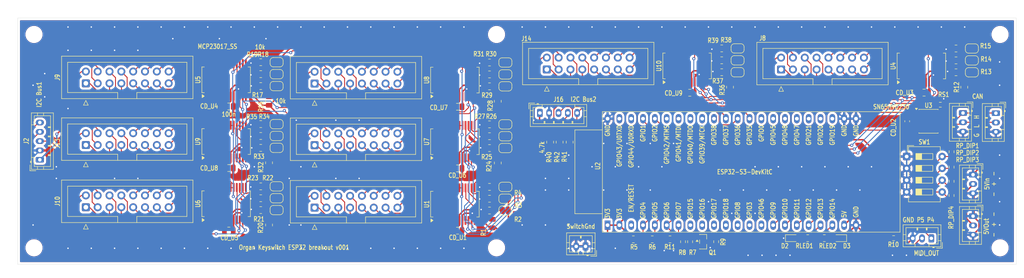
<source format=kicad_pcb>
(kicad_pcb (version 20241229) (generator "pcbnew") (generator_version "9.0")
  (layers (0 "F.Cu" signal) (2 "B.Cu" signal) (13 "F.Paste" user) (15 "B.Paste" user) (5 "F.SilkS" user "F.Silkscreen") (7 "B.SilkS" user "B.Silkscreen") (1 "F.Mask" user) (3 "B.Mask" user) (25 "Edge.Cuts" user))
  (net 0 "")
  (net 1 "GND")
  (net 2 "+3.3V")
  (net 3 "Net-(J1-Pin_3)")
  (net 4 "Net-(J1-Pin_10)")
  (net 5 "Net-(J1-Pin_1)")
  (net 6 "Net-(J1-Pin_2)")
  (net 7 "Net-(J1-Pin_6)")
  (net 8 "Net-(J1-Pin_15)")
  (net 9 "Net-(J1-Pin_12)")
  (net 10 "Net-(J1-Pin_4)")
  (net 11 "Net-(J1-Pin_5)")
  (net 12 "Net-(J1-Pin_13)")
  (net 13 "Net-(J1-Pin_7)")
  (net 14 "Net-(J1-Pin_14)")
  (net 15 "Net-(J1-Pin_16)")
  (net 16 "Net-(J1-Pin_8)")
  (net 17 "Net-(J1-Pin_9)")
  (net 18 "Net-(J1-Pin_11)")
  (net 19 "SCL_IN")
  (net 20 "SDA_IN")
  (net 21 "INT_INOUT")
  (net 22 "Net-(JP1-B)")
  (net 23 "Net-(JP2-B)")
  (net 24 "Net-(JP3-B)")
  (net 25 "Net-(U1-~{RESET})")
  (net 28 "Net-(D2-A)")
  (net 29 "Net-(D3-A)")
  (net 30 "/Controller/CAN/CANL")
  (net 31 "/Controller/CAN/CANH")
  (net 32 "/Controller/MIDI/MIDI_THRU_P4")
  (net 33 "/Controller/MIDI/MIDI_THRU_P5")
  (net 34 "+5V")
  (net 35 "/Controller/MIDI/MIDI_THRU_SINK")
  (net 36 "/Controller/MIDI/Q1_B")
  (net 37 "/Controller/MIDI/MIDI_OUT")
  (net 38 "Net-(U2-GPIO13{slash}ADC2_CH2)")
  (net 39 "Net-(U2-GPIO14{slash}ADC2_CH3)")
  (net 40 "Net-(U2-GPIO9{slash}ADC1_CH8)")
  (net 41 "Net-(U2-GPIO10{slash}ADC1_CH9)")
  (net 42 "Net-(U2-GPIO11{slash}ADC2_CH0)")
  (net 43 "Net-(U2-GPIO12{slash}ADC2_CH1)")
  (net 44 "Net-(U3-Rs)")
  (net 47 "/Controller/I2C_INT2")
  (net 49 "/Controller/I2C_SCL2")
  (net 56 "/Controller/I2C_SDA2")
  (net 59 "/Controller/CAN/CAN_RXD")
  (net 66 "/Controller/CAN/CAN_TXD")
  (net 73 "Net-(J8-Pin_6)")
  (net 74 "Net-(J8-Pin_14)")
  (net 75 "Net-(J8-Pin_7)")
  (net 76 "Net-(J8-Pin_10)")
  (net 77 "Net-(J8-Pin_12)")
  (net 78 "Net-(J8-Pin_3)")
  (net 79 "Net-(J8-Pin_11)")
  (net 80 "Net-(J8-Pin_4)")
  (net 81 "Net-(J8-Pin_2)")
  (net 82 "Net-(J8-Pin_16)")
  (net 83 "Net-(J8-Pin_1)")
  (net 84 "Net-(J8-Pin_5)")
  (net 85 "Net-(J8-Pin_13)")
  (net 86 "Net-(J8-Pin_8)")
  (net 87 "Net-(J8-Pin_15)")
  (net 88 "Net-(J8-Pin_9)")
  (net 89 "Net-(J9-Pin_13)")
  (net 90 "Net-(J9-Pin_7)")
  (net 91 "Net-(J9-Pin_5)")
  (net 92 "Net-(J9-Pin_12)")
  (net 93 "Net-(J9-Pin_16)")
  (net 94 "Net-(J9-Pin_1)")
  (net 95 "Net-(J9-Pin_11)")
  (net 96 "Net-(J9-Pin_3)")
  (net 97 "Net-(J9-Pin_6)")
  (net 98 "Net-(J9-Pin_8)")
  (net 99 "Net-(J9-Pin_9)")
  (net 100 "Net-(J9-Pin_10)")
  (net 101 "Net-(J9-Pin_14)")
  (net 102 "Net-(J9-Pin_2)")
  (net 103 "Net-(J9-Pin_4)")
  (net 104 "Net-(J9-Pin_15)")
  (net 105 "Net-(J10-Pin_16)")
  (net 106 "Net-(J10-Pin_8)")
  (net 107 "Net-(J10-Pin_6)")
  (net 108 "Net-(J10-Pin_11)")
  (net 109 "Net-(J10-Pin_5)")
  (net 110 "Net-(J10-Pin_2)")
  (net 111 "Net-(J10-Pin_12)")
  (net 112 "Net-(J10-Pin_4)")
  (net 113 "Net-(J10-Pin_10)")
  (net 114 "Net-(J10-Pin_7)")
  (net 115 "Net-(J10-Pin_1)")
  (net 116 "Net-(J10-Pin_15)")
  (net 117 "Net-(J10-Pin_14)")
  (net 118 "Net-(J10-Pin_3)")
  (net 119 "Net-(J10-Pin_9)")
  (net 120 "Net-(J10-Pin_13)")
  (net 121 "Net-(J11-Pin_13)")
  (net 122 "Net-(J11-Pin_15)")
  (net 123 "Net-(J11-Pin_7)")
  (net 124 "Net-(J11-Pin_10)")
  (net 125 "Net-(J11-Pin_4)")
  (net 126 "Net-(J11-Pin_9)")
  (net 127 "Net-(J11-Pin_14)")
  (net 128 "Net-(J11-Pin_11)")
  (net 129 "Net-(J11-Pin_12)")
  (net 130 "Net-(J11-Pin_5)")
  (net 131 "Net-(J11-Pin_1)")
  (net 132 "Net-(J11-Pin_6)")
  (net 133 "Net-(J11-Pin_3)")
  (net 134 "Net-(J11-Pin_8)")
  (net 135 "Net-(J11-Pin_2)")
  (net 136 "Net-(J11-Pin_16)")
  (net 137 "Net-(J12-Pin_8)")
  (net 138 "Net-(J12-Pin_5)")
  (net 139 "Net-(J12-Pin_1)")
  (net 140 "Net-(J12-Pin_9)")
  (net 141 "Net-(J12-Pin_16)")
  (net 142 "Net-(J12-Pin_13)")
  (net 143 "Net-(J12-Pin_2)")
  (net 144 "Net-(J12-Pin_14)")
  (net 145 "Net-(J12-Pin_12)")
  (net 146 "Net-(J12-Pin_15)")
  (net 147 "Net-(J12-Pin_11)")
  (net 148 "Net-(J12-Pin_4)")
  (net 149 "Net-(J12-Pin_10)")
  (net 150 "Net-(J12-Pin_7)")
  (net 151 "Net-(J12-Pin_6)")
  (net 152 "Net-(J12-Pin_3)")
  (net 153 "Net-(J13-Pin_3)")
  (net 154 "Net-(J13-Pin_8)")
  (net 155 "Net-(J13-Pin_13)")
  (net 156 "Net-(J13-Pin_14)")
  (net 157 "Net-(J13-Pin_1)")
  (net 158 "Net-(J13-Pin_11)")
  (net 159 "Net-(J13-Pin_6)")
  (net 160 "Net-(J13-Pin_5)")
  (net 161 "Net-(J13-Pin_10)")
  (net 162 "Net-(J13-Pin_12)")
  (net 163 "Net-(J13-Pin_7)")
  (net 164 "Net-(J13-Pin_15)")
  (net 165 "Net-(J13-Pin_16)")
  (net 166 "Net-(J13-Pin_4)")
  (net 167 "Net-(J13-Pin_9)")
  (net 168 "Net-(J13-Pin_2)")
  (net 169 "Net-(J14-Pin_8)")
  (net 170 "Net-(J14-Pin_6)")
  (net 171 "Net-(J14-Pin_13)")
  (net 172 "Net-(J14-Pin_14)")
  (net 173 "Net-(J14-Pin_11)")
  (net 174 "Net-(J14-Pin_16)")
  (net 175 "Net-(J14-Pin_10)")
  (net 176 "Net-(J14-Pin_15)")
  (net 177 "Net-(J14-Pin_9)")
  (net 178 "Net-(J14-Pin_3)")
  (net 179 "Net-(J14-Pin_7)")
  (net 180 "Net-(J14-Pin_4)")
  (net 181 "Net-(J14-Pin_12)")
  (net 182 "Net-(J14-Pin_5)")
  (net 183 "Net-(J14-Pin_2)")
  (net 184 "Net-(J14-Pin_1)")
  (net 185 "Net-(JP4-B)")
  (net 186 "Net-(JP5-B)")
  (net 187 "Net-(JP6-B)")
  (net 188 "Net-(JP7-B)")
  (net 189 "Net-(JP8-B)")
  (net 190 "Net-(JP9-B)")
  (net 191 "Net-(JP10-B)")
  (net 192 "Net-(JP11-B)")
  (net 193 "Net-(JP12-B)")
  (net 194 "Net-(JP13-B)")
  (net 195 "Net-(JP14-B)")
  (net 196 "Net-(JP15-B)")
  (net 197 "Net-(JP16-B)")
  (net 198 "Net-(JP17-B)")
  (net 199 "Net-(JP18-B)")
  (net 200 "Net-(JP19-B)")
  (net 201 "Net-(JP20-B)")
  (net 202 "Net-(JP21-B)")
  (net 203 "Net-(JP22-B)")
  (net 204 "Net-(JP23-B)")
  (net 205 "Net-(JP24-B)")
  (net 206 "Net-(U4-~{RESET})")
  (net 207 "Net-(U5-~{RESET})")
  (net 208 "Net-(U6-~{RESET})")
  (net 209 "Net-(U7-~{RESET})")
  (net 210 "Net-(U8-~{RESET})")
  (net 211 "Net-(U9-~{RESET})")
  (net 212 "Net-(U10-~{RESET})")
  (footprint "Package_SO:SSOP-28_5.3x10.2mm_P0.65mm" (layer "F.Cu") (at 128.06005 79.618931 90)
    (property "Reference" "U7")
    (property "Value" "MCP23017_SS")
  )
  (footprint "Capacitor_SMD:C_0805_2012Metric" (layer "F.Cu") (at 128.6328 85.347645)
    (property "Reference" "CD_U6")
    (property "Value" "100n")
  )
  (footprint "Jumper:SolderJumper-2_P1.3mm_Bridged_RoundedPad1.0x1.5mm" (layer "F.Cu") (at 138.8963 75.901359 180)
    (property "Reference" "JP15" (hide yes))
    (property "Value" "A2 0/1")
  )
  (footprint "Capacitor_SMD:C_0805_2012Metric" (layer "F.Cu") (at 228.78245 69.085557)
    (property "Reference" "CD_U3")
    (property "Value" "100n")
  )
  (footprint "Resistor_SMD:R_0805_2012Metric" (layer "F.Cu") (at 187.120375 67.906986 90)
    (property "Reference" "R36")
    (property "Value" "10k")
  )
  (footprint "Resistor_SMD:R_0805_2012Metric" (layer "F.Cu") (at 235.64045 64.7211 180)
    (property "Reference" "R13")
    (property "Value" "10k")
  )
  (footprint "Package_SO:SSOP-28_5.3x10.2mm_P0.65mm" (layer "F.Cu") (at 228.2097 63.3632 90)
    (property "Reference" "U4")
    (property "Value" "MCP23017_SS")
  )
  (footprint "Resistor_SMD:R_0603_1608Metric" (layer "F.Cu") (at 234.691 88.1255 -90)
    (property "Reference" "RP_DIP3")
    (property "Value" "10k")
  )
  (footprint "Capacitor_SMD:C_0805_2012Metric" (layer "F.Cu") (at 79.523175 72.054157)
    (property "Reference" "CD_U4")
    (property "Value" "100n")
  )
  (footprint "Resistor_SMD:R_0805_2012Metric" (layer "F.Cu") (at 207.3675 100.33)
    (property "Reference" "RLED2")
    (property "Value" "4.7k")
  )
  (footprint "Connector_JST:JST_PH_B5B-PH-K_1x05_P2.00mm_Vertical" (layer "F.Cu") (at 146.3 73.45)
    (property "Reference" "J16")
    (property "Value" "I2C Bus2")
  )
  (footprint "Jumper:SolderJumper-2_P1.3mm_Bridged_RoundedPad1.0x1.5mm" (layer "F.Cu") (at 89.786675 89.211036 180)
    (property "Reference" "JP12" (hide yes))
    (property "Value" "A2 0/1")
  )
  (footprint "Capacitor_SMD:C_0603_1608Metric" (layer "F.Cu") (at 225.163 75.235 90)
    (property "Reference" "CD_U2")
    (property "Value" "100n")
  )
  (footprint "Resistor_SMD:R_0603_1608Metric" (layer "F.Cu") (at 234.691 91.1735 -90)
    (property "Reference" "RP_DIP4")
    (property "Value" "10k")
  )
  (footprint "Resistor_SMD:R_0805_2012Metric" (layer "F.Cu") (at 136.1 97.2 90)
    (property "Reference" "R1")
    (property "Value" "10k")
  )
  (footprint "Resistor_SMD:R_0603_1608Metric" (layer "F.Cu") (at 232.275 71.679 180)
    (property "Reference" "RS1")
    (property "Value" "10k")
  )
  (footprint "Connector_IDC:IDC-Header_2x08_P2.54mm_Vertical" (layer "F.Cu") (at 97.94 67.140007 90)
    (property "Reference" "J12" (hide yes))
    (property "Value" "Conn_01x16")
  )
  (footprint "MountingHole:MountingHole_3.2mm_M3" (layer "F.Cu") (at 245.1 56.6)
    (property "Reference" "H5" (hide yes))
    (property "Value" "MountingHole")
  )
  (footprint "Resistor_SMD:R_0805_2012Metric" (layer "F.Cu") (at 203.8115 100.33 180)
    (property "Reference" "RLED1")
    (property "Value" "4.7k")
  )
  (footprint "Resistor_SMD:R_0805_2012Metric" (layer "F.Cu") (at 137.2688 70.937736 90)
    (property "Reference" "R28")
    (property "Value" "10k")
  )
  (footprint "Capacitor_SMD:C_0805_2012Metric" (layer "F.Cu") (at 128.6328 72.122293)
    (property "Reference" "CD_U7")
    (property "Value" "100n")
  )
  (footprint "MountingHole:MountingHole_3.2mm_M3" (layer "F.Cu") (at 37.7 102.4)
    (property "Reference" "H2" (hide yes))
    (property "Value" "MountingHole")
  )
  (footprint "Connector_JST:JST_PH_B3B-PH-K_1x03_P2.00mm_Vertical" (layer "F.Cu") (at 230.346 100.372 180)
    (property "Reference" "J4" (hide yes))
    (property "Value" "MIDI_OUT")
  )
  (footprint "Jumper:SolderJumper-2_P1.3mm_Bridged_RoundedPad1.0x1.5mm" (layer "F.Cu") (at 239.04595 59.612414 180)
    (property "Reference" "JP6" (hide yes))
    (property "Value" "A2 0/1")
  )
  (footprint "Jumper:SolderJumper-2_P1.3mm_Bridged_RoundedPad1.0x1.5mm" (layer "F.Cu") (at 239.04595 62.166586 180)
    (property "Reference" "JP5" (hide yes))
    (property "Value" "A2 0/1")
  )
  (footprint "Resistor_SMD:R_0603_1608Metric" (layer "F.Cu") (at 184.15 101.092 90)
    (property "Reference" "R9")
    (property "Value" "220R")
  )
  (footprint "Resistor_SMD:R_0805_2012Metric" (layer "F.Cu") (at 135.4908 80.988531 180)
    (property "Reference" "R25")
    (property "Value" "10k")
  )
  (footprint "LED_SMD:LED_0603_1608Metric" (layer "F.Cu") (at 210.6695 100.33 180)
    (property "Reference" "D3")
    (property "Value" "LED")
  )
  (footprint "Resistor_SMD:R_0805_2012Metric" (layer "F.Cu") (at 88.159175 70.884757 90)
    (property "Reference" "R16")
    (property "Value" "10k")
  )
  (footprint "Resistor_SMD:R_0805_2012Metric" (layer "F.Cu") (at 185.342375 62.148986 180)
    (property "Reference" "R38")
    (property "Value" "10k")
  )
  (footprint "Resistor_SMD:R_0805_2012Metric" (layer "F.Cu") (at 88.159175 84.145623 90)
    (property "Reference" "R32")
    (property "Value" "10k")
  )
  (footprint "Resistor_SMD:R_0805_2012Metric" (layer "F.Cu") (at 150.541 79.7125 90)
    (property "Reference" "R42")
    (property "Value" "4.7k")
  )
  (footprint "Jumper:SolderJumper-2_P1.3mm_Bridged_RoundedPad1.0x1.5mm" (layer "F.Cu") (at 89.786675 75.844795 180)
    (property "Reference" "JP21" (hide yes))
    (property "Value" "A2 0/1")
  )
  (footprint "Jumper:SolderJumper-2_P1.3mm_Bridged_RoundedPad1.0x1.5mm" (layer "F.Cu") (at 138.8963 62.614579 180)
    (property "Reference" "JP18" (hide yes))
    (property "Value" "A2 0/1")
  )
  (footprint "Resistor_SMD:R_0805_2012Metric" (layer "F.Cu") (at 235.64045 62.166586 180)
    (property "Reference" "R14")
    (property "Value" "10k")
  )
  (footprint "Jumper:SolderJumper-2_P1.3mm_Bridged_RoundedPad1.0x1.5mm" (layer "F.Cu") (at 188.747875 62.148986 180)
    (property "Reference" "JP23" (hide yes))
    (property "Value" "A2 0/1")
  )
  (footprint "Resistor_SMD:R_0603_1608Metric" (layer "F.Cu") (at 234.691 81.7755 -90)
    (property "Reference" "RP_DIP1")
    (property "Value" "10k")
  )
  (footprint "Connector_JST:JST_PH_B5B-PH-K_1x05_P2.00mm_Vertical" (layer "F.Cu") (at 38.95 83.5 90)
    (property "Reference" "J2")
    (property "Value" "I2C Bus1")
  )
  (footprint "Resistor_SMD:R_0805_2012Metric" (layer "F.Cu") (at 235.64045 59.612414 180)
    (property "Reference" "R15")
    (property "Value" "10k")
  )
  (footprint "Resistor_SMD:R_0805_2012Metric" (layer "F.Cu") (at 135.4908 78.444902 180)
    (property "Reference" "R26")
    (property "Value" "10k")
  )
  (footprint "Jumper:SolderJumper-2_P1.3mm_Bridged_RoundedPad1.0x1.5mm" (layer "F.Cu") (at 138.8963 91.8606 180)
    (property "Reference" "JP2" (hide yes))
    (property "Value" "A2 0/1")
  )
  (footprint "Jumper:SolderJumper-2_P1.3mm_Bridged_RoundedPad1.0x1.5mm" (layer "F.Cu") (at 89.786675 91.758121 180)
    (property "Reference" "JP11" (hide yes))
    (property "Value" "A2 0/1")
  )
  (footprint "Resistor_SMD:R_0603_1608Metric" (layer "F.Cu") (at 177.038 101.092 -90)
    (property "Reference" "R7")
    (property "Value" "2.2K")
  )
  (footprint "Jumper:SolderJumper-2_P1.3mm_Bridged_RoundedPad1.0x1.5mm" (layer "F.Cu") (at 138.8963 67.737607 180)
    (property "Reference" "JP16" (hide yes))
    (property "Value" "A2 0/1")
  )
  (footprint "Connector_JST:JST_PH_B3B-PH-K_1x03_P2.00mm_Vertical" (layer "F.Cu") (at 244.2 73.5 -90)
    (property "Reference" "J15" (hide yes))
    (property "Value" "CAN")
  )
  (footprint "Resistor_SMD:R_0805_2012Metric" (layer "F.Cu") (at 174.244 100.584)
    (property "Reference" "R11")
    (property "Value" "4.7k")
  )
  (footprint "Jumper:SolderJumper-2_P1.3mm_Bridged_RoundedPad1.0x1.5mm" (layer "F.Cu") (at 138.8963 89.3206 180)
    (property "Reference" "JP3" (hide yes))
    (property "Value" "A2 0/1")
  )
  (footprint "Connector_IDC:IDC-Header_2x08_P2.54mm_Vertical" (layer "F.Cu") (at 48.830375 67.090657 90)
    (property "Reference" "J9")
    (property "Value" "Conn_01x16")
  )
  (footprint "Package_SO:SSOP-28_5.3x10.2mm_P0.65mm" (layer "F.Cu") (at 177.911625 63.353129 90)
    (property "Reference" "U10")
    (property "Value" "MCP23017_SS")
  )
  (footprint "Package_SO:SSOP-28_5.3x10.2mm_P0.65mm" (layer "F.Cu") (at 78.950425 92.939678 90)
    (property "Reference" "U6")
    (property "Value" "MCP23017_SS")
  )
  (footprint "Package_SO:SSOP-28_5.3x10.2mm_P0.65mm" (layer "F.Cu") (at 78.950425 66.338157 90)
    (property "Reference" "U5")
    (property "Value" "MCP23017_SS")
  )
  (footprint "Resistor_SMD:R_0805_2012Metric" (layer "F.Cu") (at 185.342375 59.591271 180)
    (property "Reference" "R39")
    (property "Value" "10k")
  )
  (footprint "Resistor_SMD:R_0805_2012Metric" (layer "F.Cu") (at 86.381175 62.554157 180)
    (property "Reference" "R19")
    (property "Value" "10k")
  )
  (footprint "Connector_JST:JST_PH_B2B-PH-K_1x02_P2.00mm_Vertical" (layer "F.Cu") (at 156.1 102.1 180)
    (property "Reference" "J7" (hide yes))
    (property "Value" "SwitchGnd")
  )
  (footprint "Resistor_SMD:R_0805_2012Metric" (layer "F.Cu") (at 86.381175 65.118957 180)
    (property "Reference" "R18")
    (property "Value" "10k")
  )
  (footprint "Jumper:SolderJumper-2_P1.3mm_Bridged_RoundedPad1.0x1.5mm" (layer "F.Cu") (at 138.8963 78.444902 180)
    (property "Reference" "JP14" (hide yes))
    (property "Value" "A2 0/1")
  )
  (footprint "Button_Switch_THT:SW_DIP_SPSTx04_Slide_6.7x11.72mm_W7.62mm_P2.54mm_LowProfile" (layer "F.Cu") (at 225.044 82.804)
    (property "Reference" "SW1")
    (property "Value" "MODES")
  )
  (footprint "Resistor_SMD:R_0805_2012Metric" (layer "F.Cu") (at 86.381175 91.758121 180)
    (property "Reference" "R22")
    (property "Value" "10k")
  )
  (footprint "Jumper:SolderJumper-2_P1.3mm_Bridged_RoundedPad1.0x1.5mm" (layer "F.Cu") (at 188.747875 59.591271 180)
    (property "Reference" "JP24" (hide yes))
    (property "Value" "A2 0/1")
  )
  (footprint "Capacitor_SMD:C_0805_2012Metric" (layer "F.Cu") (at 178.484375 69.1067)
    (property "Reference" "CD_U9")
    (property "Value" "100n")
  )
  (footprint "Package_TO_SOT_SMD:SOT-23" (layer "F.Cu") (at 181.356 101.092)
    (property "Reference" "Q1")
    (property "Value" "MMBT3904")
  )
  (footprint "Resistor_SMD:R_0805_2012Metric" (layer "F.Cu") (at 135.4908 67.737607 180)
    (property "Reference" "R29")
    (property "Value" "10k")
  )
  (footprint "Resistor_SMD:R_0805_2012Metric" (layer "F.Cu") (at 170.434 100.584 180)
    (property "Reference" "R6")
    (property "Value" "4.7k")
  )
  (footprint "Jumper:SolderJumper-2_P1.3mm_Bridged_RoundedPad1.0x1.5mm" (layer "F.Cu") (at 138.8963 94.4006 180)
    (property "Reference" "JP1" (hide yes))
    (property "Value" "A2 0/1")
  )
  (footprint "Jumper:SolderJumper-2_P1.3mm_Bridged_RoundedPad1.0x1.5mm" (layer "F.Cu") (at 89.786675 65.118957 180)
    (property "Reference" "JP8" (hide yes))
    (property "Value" "A2 0/1")
  )
  (footprint "Jumper:SolderJumper-2_P1.3mm_Bridged_RoundedPad1.0x1.5mm" (layer "F.Cu") (at 138.8963 80.988531 180)
    (property "Reference" "JP13" (hide yes))
    (property "Value" "A2 0/1")
  )
  (footprint "LED_SMD:LED_0603_1608Metric" (layer "F.Cu") (at 200.5095 100.33)
    (property "Reference" "D2")
    (property "Value" "LED")
  )
  (footprint "Resistor_SMD:R_0805_2012Metric" (layer "F.Cu") (at 152.7 79.7125 90)
    (property "Reference" "R41")
    (property "Value" "4.7k")
  )
  (footprint "Resistor_SMD:R_0805_2012Metric" (layer "F.Cu") (at 135.4908 62.614579 180)
    (property "Reference" "R31")
    (property "Value" "10k")
  )
  (footprint "Capacitor_SMD:C_0805_2012Metric" (layer "F.Cu") (at 79.523175 98.699607)
    (property "Reference" "CD_U5")
    (property "Value" "100n")
  )
  (footprint "Resistor_SMD:R_0805_2012Metric" (layer "F.Cu") (at 135.4908 94.4006 180)
    (property "Reference" "R2")
    (property "Value" "10k")
  )
  (footprint "MountingHole:MountingHole_3.2mm_M3" (layer "F.Cu") (at 137 102.4)
    (property "Reference" "H4" (hide yes))
    (property "Value" "MountingHole")
  )
  (footprint "Connector_JST:JST_PH_B3B-PH-K_1x03_P2.00mm_Vertical" (layer "F.Cu") (at 239.3 95.6 -90)
    (property "Reference" "J6" (hide yes))
    (property "Value" "5VOut")
  )
  (footprint "Connector_JST:JST_PH_B3B-PH-K_1x03_P2.00mm_Vertical" (layer "F.Cu") (at 239.3 86.7 -90)
    (property "Reference" "J5" (hide yes))
    (property "Value" "5VIn")
  )
  (footprint "Resistor_SMD:R_0805_2012Metric" (layer "F.Cu") (at 137.2688 84.187302 90)
    (property "Reference" "R24")
    (property "Value" "10k")
  )
  (footprint "Jumper:SolderJumper-2_P1.3mm_Bridged_RoundedPad1.0x1.5mm" (layer "F.Cu") (at 89.786675 78.395423 180)
    (property "Reference" "JP20" (hide yes))
    (property "Value" "A2 0/1")
  )
  (footprint "Resistor_SMD:R_0805_2012Metric" (layer "F.Cu") (at 135.4908 91.8606 180)
    (property "Reference" "R3")
    (property "Value" "10k")
  )
  (footprint "Resistor_SMD:R_0603_1608Metric" (layer "F.Cu") (at 178.562 101.092 90)
    (property "Reference" "R8")
    (property "Value" "100k")
  )
  (footprint "Connector_JST:JST_PH_B3B-PH-K_1x03_P2.00mm_Vertical" (layer "F.Cu") (at 237.143 73.457 -90)
    (property "Reference" "J3" (hide yes))
    (property "Value" "CAN")
  )
  (footprint "Connector_IDC:IDC-Header_2x08_P2.54mm_Vertical" (layer "F.Cu") (at 198.08965 64.1157 90)
    (property "Reference" "J8")
    (property "Value" "Conn_01x16")
  )
  (footprint "MountingHole:MountingHole_3.2mm_M3" (layer "F.Cu") (at 137 56.6)
    (property "Reference" "H3" (hide yes))
    (property "Value" "MountingHole")
  )
  (footprint "Resistor_SMD:R_0603_1608Metric" (layer "F.Cu") (at 234.691 85.0775 -90)
    (property "Reference" "RP_DIP2")
    (property "Value" "10k")
  )
  (footprint "PCM_Espressif:ESP32-S3-DevKitC" (layer "F.Cu") (at 160.82992 97.536 90)
    (property "Reference" "U2")
    (property "Value" "ESP32-S3-DevKitC")
  )
  (footprint "Resistor_SMD:R_0805_2012Metric" (layer "F.Cu") (at 86.381175 75.844795 180)
    (property "Reference" "R35")
    (property "Value" "10k")
  )
  (footprint "Jumper:SolderJumper-2_P1.3mm_Bridged_RoundedPad1.0x1.5mm" (layer "F.Cu") (at 239.04595 64.7211 180)
    (property "Reference" "JP4" (hide yes))
    (property "Value" "A2 0/1")
  )
  (footprint "Resistor_SMD:R_0805_2012Metric" (layer "F.Cu") (at 86.381175 80.946309 180)
    (property "Reference" "R33")
    (property "Value" "10k")
  )
  (footprint "Jumper:SolderJumper-2_P1.3mm_Bridged_RoundedPad1.0x1.5mm" (layer "F.Cu") (at 89.786675 62.554157 180)
    (property "Reference" "JP9" (hide yes))
    (property "Value" "A2 0/1")
  )
  (footprint "Resistor_SMD:R_0805_2012Metric" (layer "F.Cu") (at 135.4908 75.901359 180)
    (property "Reference" "R27")
    (property "Value" "10k")
  )
  (footprint "Resistor_SMD:R_0805_2012Metric" (layer "F.Cu") (at 135.4908 65.175836 180)
    (property "Reference" "R30")
    (property "Value" "10k")
  )
  (footprint "Jumper:SolderJumper-2_P1.3mm_Bridged_RoundedPad1.0x1.5mm" (layer "F.Cu") (at 89.786675 94.305378 180)
    (property "Reference" "JP10" (hide yes))
    (property "Value" "A2 0/1")
  )
  (footprint "MountingHole:MountingHole_3.2mm_M3" (layer "F.Cu") (at 245.1 102.4)
    (property "Reference" "H6" (hide yes))
    (property "Value" "MountingHole")
  )
  (footprint "Resistor_SMD:R_0805_2012Metric" (layer "F.Cu") (at 88.159175 97.504421 90)
    (property "Reference" "R20")
    (property "Value" "10k")
  )
  (footprint "Resistor_SMD:R_0603_1608Metric" (layer "F.Cu") (at 222.25 100.33)
    (property "Reference" "R10")
    (property "Value" "220R")
  )
  (footprint "Jumper:SolderJumper-2_P1.3mm_Bridged_RoundedPad1.0x1.5mm" (layer "F.Cu") (at 188.747875 64.707129 180)
    (property "Reference" "JP22" (hide yes))
    (property "Value" "A2 0/1")
  )
  (footprint "Package_SO:SSOP-28_5.3x10.2mm_P0.65mm" (layer "F.Cu") (at 128.06005 93.0271 90)
    (property "Reference" "U1")
    (property "Value" "MCP23017_SS")
  )
  (footprint "Resistor_SMD:R_0805_2012Metric" (layer "F.Cu") (at 185.342375 64.707129 180)
    (property "Reference" "R37")
    (property "Value" "10k")
  )
  (footprint "Resistor_SMD:R_0805_2012Metric" (layer "F.Cu") (at 86.381175 89.211036 180)
    (property "Reference" "R23")
    (property "Value" "10k")
  )
  (footprint "Capacitor_SMD:C_0805_2012Metric" (layer "F.Cu") (at 79.523175 85.275652)
    (property "Reference" "CD_U8")
    (property "Value" "100n")
  )
  (footprint "Resistor_SMD:R_0805_2012Metric" (layer "F.Cu") (at 135.4908 89.3206 180)
    (property "Reference" "R4")
    (property "Value" "10k")
  )
  (footprint "Resistor_SMD:R_0805_2012Metric" (layer "F.Cu") (at 148.509 79.7125 90)
    (property "Reference" "R40")
    (property "Value" "4.7k")
  )
  (footprint "Package_SO:SOIC-8_3.9x4.9mm_P1.27mm" (layer "F.Cu") (at 229.735 75.235)
    (property "Reference" "U3")
    (property "Value" "SN65HVD230")
  )
  (footprint "Jumper:SolderJumper-2_P1.3mm_Bridged_RoundedPad1.0x1.5mm" (layer "F.Cu") (at 89.786675 67.684357 180)
    (property "Reference" "JP7" (hide yes))
    (property "Value" "A2 0/1")
  )
  (footprint "Resistor_SMD:R_0805_2012Metric" (layer "F.Cu") (at 86.381175 67.684357 180)
    (property "Reference" "R17")
    (property "Value" "10k")
  )
  (footprint "Connector_IDC:IDC-Header_2x08_P2.54mm_Vertical" (layer "F.Cu") (at 48.830375 93.692178 90)
    (property "Reference" "J10")
    (property "Value" "Conn_01x16")
  )
  (footprint "Resistor_SMD:R_0805_2012Metric" (layer "F.Cu") (at 237.41845 67.920686 90)
    (property "Reference" "R12")
    (property "Value" "10k")
  )
  (footprint "Resistor_SMD:R_0805_2012Metric" (layer "F.Cu") (at 166.37 100.584)
    (property "Reference" "R5")
    (property "Value" "4.7k")
  )
  (footprint "Connector_IDC:IDC-Header_2x08_P2.54mm_Vertical" (layer "F.Cu") (at 147.791575 64.105629 90)
    (property "Reference" "J14")
    (property "Value" "Conn_01x16")
  )
  (footprint "Jumper:SolderJumper-2_P1.3mm_Bridged_RoundedPad1.0x1.5mm" (layer "F.Cu") (at 138.8963 65.175836 180)
    (property "Reference" "JP17" (hide yes))
    (property "Value" "A2 0/1")
  )
  (footprint "Connector_IDC:IDC-Header_2x08_P2.54mm_Vertical" (layer "F.Cu") (at 97.94 93.7796 90)
    (property "Reference" "J1" (hide yes))
    (property "Value" "Conn_01x16")
  )
  (footprint "Resistor_SMD:R_0805_2012Metric" (layer "F.Cu") (at 86.381175 94.305378 180)
    (property "Reference" "R21")
    (property "Value" "10k")
  )
  (footprint "Connector_IDC:IDC-Header_2x08_P2.54mm_Vertical" (layer "F.Cu") (at 97.94 80.371431 90)
    (property "Reference" "J11" (hide yes))
    (property "Value" "Conn_01x16")
  )
  (footprint "Jumper:SolderJumper-2_P1.3mm_Bridged_RoundedPad1.0x1.5mm" (layer "F.Cu") (at 89.786675 80.946309 180)
    (property "Reference" "JP19" (hide yes))
    (property "Value" "A2 0/1")
  )
  (footprint "Resistor_SMD:R_0805_2012Metric" (layer "F.Cu") (at 86.381175 78.395423 180)
    (property "Reference" "R34")
    (property "Value" "10k")
  )
  (footprint "Connector_IDC:IDC-Header_2x08_P2.54mm_Vertical" (layer "F.Cu") (at 48.830375 80.337009 90)
    (property "Reference" "J13")
    (property "Value" "Conn_01x16")
  )
  (footprint "Capacitor_SMD:C_0805_2012Metric" (layer "F.Cu") (at 128.6328 98.7186)
    (property "Reference" "CD_U1")
    (property "Value" "100n")
  )
  (footprint "MountingHole:MountingHole_3.2mm_M3" (layer "F.Cu") (at 37.7 56.6)
    (property "Reference" "H1" (hide yes))
    (property "Value" "MountingHole")
  )
  (footprint "Package_SO:SSOP-28_5.3x10.2mm_P0.65mm" (layer "F.Cu") (at 78.950425 79.584509 90)
    (property "Reference" "U9")
    (property "Value" "MCP23017_SS")
  )
  (footprint "Package_SO:SSOP-28_5.3x10.2mm_P0.65mm" (layer "F.Cu") (at 128.06005 66.387507 90)
    (property "Reference" "U8")
    (property "Value" "MCP23017_SS")
  )
  (gr_rect (start 34.1884 53.0606) (end 248.5644 105.9688) (stroke (width 0.05)) (fill no) (layer "Edge.Cuts"))
  (gr_text "GND P5 P4" (at 224.1 97 0) (layer "F.SilkS") (effects (font (size 1 0.8) (thickness 0.16)) (justify left bottom)))
  (gr_text "-  +  -" (at 244.3 91.5 90) (layer "F.SilkS") (effects (font (size 1 0.8) (thickness 0.16)) (justify left bottom)))
  (gr_text "G  L  H" (at 240.665 78.74 90) (layer "F.SilkS") (effects (font (size 1 0.8) (thickness 0.16) (bold yes)) (justify left bottom)))
  (gr_text "-  +  -" (at 244.3 100.2 90) (layer "F.SilkS") (effects (font (size 1 0.8) (thickness 0.16)) (justify left bottom)))
  (gr_text "Organ Keyswitch ESP32 breakout v001" (at 81.6 102.9 0) (layer "F.SilkS") (effects (font (size 1 0.8) (thickness 0.16) (bold yes)) (justify left bottom)))
  (segment (start 232.729 70.4) (end 231.45 71.679) (width 0.3) (layer "F.Cu") (net 1))
  (segment (start 153.95 101.95) (end 153.95 81.55592) (width 0.3) (layer "F.Cu") (net 1))
  (segment (start 198.628 100.33) (end 199.722 100.33) (width 0.3) (layer "F.Cu") (net 1))
  (segment (start 84.319375 78.460252) (end 84.258975 78.520652) (width 0.3) (layer "F.Cu") (net 1))
  (segment (start 178.562 101.917) (end 180.2935 101.917) (width 0.3) (layer "F.Cu") (net 1))
  (segment (start 180.5 65.2) (end 180.3706 65.3294) (width 0.3) (layer "F.Cu") (net 1))
  (segment (start 80.571025 85.216002) (end 80.571025 82.01746) (width 0.3) (layer "F.Cu") (net 1))
  (segment (start 80.548925 95.426065) (end 81.085312 94.889678) (width 0.3) (layer "F.Cu") (net 1))
  (segment (start 239.522 90.922) (end 239.522 95.378) (width 0.3) (layer "F.Cu") (net 1))
  (segment (start 211.457 100.33) (end 211.457 100.24988) (width 0.3) (layer "F.Cu") (net 1))
  (segment (start 133.421825 62.720993) (end 133.361425 62.781393) (width 0.3) (layer "F.Cu") (net 1))
  (segment (start 180.4185 102.042) (end 182.56 102.042) (width 0.3) (layer "F.Cu") (net 1))
  (segment (start 210.356 101.431) (end 211.457 100.33) (width 0.3) (layer "F.Cu") (net 1))
  (segment (start 183.320077 64.672118) (end 183.444625 64.547569) (width 0.3) (layer "F.Cu") (net 1))
  (segment (start 129.71045 85.239195) (end 129.71045 82.040653) (width 0.3) (layer "F.Cu") (net 1))
  (segment (start 129.68505 96.5271) (end 129.68505 95.417808) (width 0.3) (layer "F.Cu") (net 1))
  (segment (start 226.346 100.372) (end 225.512 101.206) (width 0.3) (layer "F.Cu") (net 1))
  (segment (start 129.71045 82.040653) (end 130.182172 81.568931) (width 0.3) (layer "F.Cu") (net 1))
  (segment (start 233.696111 64.681898) (end 233.837533 64.540476) (width 0.3) (layer "F.Cu") (net 1))
  (segment (start 211.457 100.24988) (end 214.1672 97.53968) (width 0.3) (layer "F.Cu") (net 1))
  (segment (start 183.375212 64.761) (end 183.320077 64.705865) (width 0.3) (layer "F.Cu") (net 1))
  (segment (start 80.575425 69.838157) (end 80.575425 68.826865) (width 0.3) (layer "F.Cu") (net 1))
  (segment (start 80.575425 68.826865) (end 81.10229 68.3) (width 0.3) (layer "F.Cu") (net 1))
  (segment (start 244.2 77.5) (end 245.5 77.5) (width 0.3) (layer "F.Cu") (net 1))
  (segment (start 239.3 86.6) (end 244.2 81.7) (width 0.3) (layer "F.Cu") (net 1))
  (segment (start 239.3 86.7) (end 239.3 86.6) (width 0.3) (layer "F.Cu") (net 1))
  (segment (start 234.72355 64.790857) (end 233.80507 64.790857) (width 0.3) (layer "F.Cu") (net 1))
  (segment (start 133.672883 81.023445) (end 133.581204 80.931766) (width 0.3) (layer "F.Cu") (net 1))
  (segment (start 230.740743 65.359257) (end 230.312906 65.359257) (width 0.3) (layer "F.Cu") (net 1))
  (segment (start 134.566725 67.800993) (end 133.53389 67.800993) (width 0.3) (layer "F.Cu") (net 1))
  (segment (start 153.95 81.55592) (end 158.51996 76.98596) (width 0.3) (layer "F.Cu") (net 1))
  (segment (start 245.5 77.5) (end 245.8 77.2) (width 0.3) (layer "F.Cu") (net 1))
  (segment (start 183.320077 64.705865) (end 183.320077 64.672118) (width 0.3) (layer "F.Cu") (net 1))
  (segment (start 85.464275 81.000252) (end 84.510681 81.000252) (width 0.3) (layer "F.Cu") (net 1))
  (segment (start 129.68505 95.417808) (end 130.123624 94.979234) (width 0.3) (layer "F.Cu") (net 1))
  (segment (start 134.566725 62.720993) (end 133.421825 62.720993) (width 0.3) (layer "F.Cu") (net 1))
  (segment (start 85.464275 78.460252) (end 84.319375 78.460252) (width 0.3) (layer "F.Cu") (net 1))
  (segment (start 85.464275 75.920252) (end 84.319375 75.920252) (width 0.3) (layer "F.Cu") (net 1))
  (segment (start 239.522 86.478) (end 239.3 86.7) (width 0.3) (layer "F.Cu") (net 1))
  (segment (start 134.6037 78.483445) (end 133.4588 78.483445) (width 0.3) (layer "F.Cu") (net 1))
  (segment (start 240.576 98.324) (end 239.3 99.6) (width 0.3) (layer "F.Cu") (net 1))
  (segment (start 230.8 65.3) (end 230.740743 65.359257) (width 0.3) (layer "F.Cu") (net 1))
  (segment (start 225.512 101.206) (end 217.83352 101.206) (width 0.3) (layer "F.Cu") (net 1))
  (segment (start 84.453503 94.359407) (end 84.34179 94.247694) (width 0.3) (layer "F.Cu") (net 1))
  (segment (start 134.6037 75.943445) (end 133.4588 75.943445) (width 0.3) (layer "F.Cu") (net 1))
  (segment (start 80.548925 98.575157) (end 80.548925 95.426065) (width 0.3) (layer "F.Cu") (net 1))
  (segment (start 85.4825 62.677257) (end 84.3376 62.677257) (width 0.3) (layer "F.Cu") (net 1))
  (segment (start 157.65492 77.851) (end 158.51996 76.98596) (width 0.3) (layer "F.Cu") (net 1))
  (segment (start 245.8 72.6) (end 243.6 70.4) (width 0.3) (layer "F.Cu") (net 1))
  (segment (start 85.4825 65.217257) (end 84.3376 65.217257) (width 0.3) (layer "F.Cu") (net 1))
  (segment (start 133.527045 67.794148) (end 133.527045 67.632216) (width 0.3) (layer "F.Cu") (net 1))
  (segment (start 81.085312 94.889678) (end 82.3 94.889678) (width 0.3) (layer "F.Cu") (net 1))
  (segment (start 217.83352 101.206) (end 214.1672 97.53968) (width 0.3) (layer "F.Cu") (net 1))
  (segment (start 153.95 101.95) (end 155.95 101.95) (width 0.3) (layer "F.Cu") (net 1))
  (segment (start 84.34179 94.247694) (end 84.34179 94.151319) (width 0.3) (layer "F.Cu") (net 1))
  (segment (start 225.163 74.46) (end 227.12 74.46) (width 0.3) (layer "F.Cu") (net 1))
  (segment (start 228.348 74.6) (end 231.269 71.679) (width 0.3) (layer "F.Cu") (net 1))
  (segment (start 85.442175 94.359407) (end 84.453503 94.359407) (width 0.3) (layer "F.Cu") (net 1))
  (segment (start 233.57865 62.250857) (end 233.51825 62.311257) (width 0.3) (layer "F.Cu") (net 1))
  (segment (start 84.3376 62.677257) (end 84.2772 62.737657) (width 0.3) (layer "F.Cu") (net 1))
  (segment (start 233.80507 64.790857) (end 233.696111 64.681898) (width 0.3) (layer "F.Cu") (net 1))
  (segment (start 243.6 70.4) (end 233 70.4) (width 0.3) (layer "F.Cu") (net 1))
  (segment (start 239.522 95.378) (end 239.3 95.6) (width 0.3) (layer "F.Cu") (net 1))
  (segment (start 134.5783 94.4006) (end 133.911021 94.4006) (width 0.3) (layer "F.Cu") (net 1))
  (segment (start 84.319375 75.920252) (end 84.258975 75.980652) (width 0.3) (layer "F.Cu") (net 1))
  (segment (start 239.3 95.6) (end 240.576 96.876) (width 0.3) (layer "F.Cu") (net 1))
  (segment (start 129.673475 68.887791) (end 129.673475 72.016743) (width 0.3) (layer "F.Cu") (net 1))
  (segment (start 134.5783 89.3206) (end 133.4334 89.3206) (width 0.3) (layer "F.Cu") (net 1))
  (segment (start 229.8303 65.841863) (end 229.8303 69.006607) (width 0.3) (layer "F.Cu") (net 1))
  (segment (start 179.52505 65.778208) (end 179.52505 68.97675) (width 0.3) (layer "F.Cu") (net 1))
  (segment (start 240.576 96.876) (end 240.576 98.324) (width 0.3) (layer "F.Cu") (net 1))
  (segment (start 233 70.4) (end 232.729 70.4) (width 0.3) (layer "F.Cu") (net 1))
  (segment (start 244.157 77.457) (end 244.2 77.5) (width 0.3) (layer "F.Cu") (net 1))
  (segment (start 234.72355 59.710857) (end 233.57865 59.710857) (width 0.3) (layer "F.Cu") (net 1))
  (segment (start 180.3706 65.3294) (end 179.973858 65.3294) (width 0.3) (layer "F.Cu") (net 1))
  (segment (start 199.722 100.33) (end 200.823 101.431) (width 0.3) (layer "F.Cu") (net 1))
  (segment (start 184.4183 62.221) (end 183.2734 62.221) (width 0.3) (layer "F.Cu") (net 1))
  (segment (start 133.421825 65.260993) (end 133.361425 65.321393) (width 0.3) (layer "F.Cu") (net 1))
  (segment (start 129.68505 98.61635) (end 129.68505 96.5271) (width 0.3) (layer "F.Cu") (net 1))
  (segment (start 158.51996 76.98596) (end 160.82992 74.676) (width 0.3) (layer "F.Cu") (net 1))
  (segment (start 179.973858 65.3294) (end 179.52505 65.778208) (width 0.3) (layer "F.Cu") (net 1))
  (segment (start 130.191873 68.369393) (end 129.673475 68.887791) (width 0.3) (layer "F.Cu") (net 1))
  (segment (start 84.297275 89.279407) (end 84.236875 89.339807) (width 0.3) (layer "F.Cu") (net 1))
  (segment (start 230.312906 65.359257) (end 229.8303 65.841863) (width 0.3) (layer "F.Cu") (net 1))
  (segment (start 234.72355 62.250857) (end 233.57865 62.250857) (width 0.3) (layer "F.Cu") (net 1))
  (segment (start 133.4334 91.8606) (end 133.373 91.921) (width 0.3) (layer "F.Cu") (net 1))
  (segment (start 133.4334 89.3206) (end 133.373 89.381) (width 0.3) (layer "F.Cu") (net 1))
  (segment (start 244.2 81.7) (end 244.2 77.5) (width 0.3) (layer "F.Cu") (net 1))
  (segment (start 80.571025 82.01746) (end 81.724726 80.863759) (width 0.3) (layer "F.Cu") (net 1))
  (segment (start 134.566725 65.260993) (end 133.421825 65.260993) (width 0.3) (layer "F.Cu") (net 1))
  (segment (start 84.336459 67.640841) (end 84.336459 67.639403) (width 0.3) (layer "F.Cu") (net 1))
  (segment (start 134.5783 91.8606) (end 133.4334 91.8606) (width 0.3) (layer "F.Cu") (net 1))
  (segment (start 85.442175 89.279407) (end 84.297275 89.279407) (width 0.3) (layer "F.Cu") (net 1))
  (segment (start 130.6 68.3) (end 130.530607 68.369393) (width 0.3) (layer "F.Cu") (net 1))
  (segment (start 81.10229 68.3) (end 81.6 68.3) (width 0.3) (layer "F.Cu") (net 1))
  (segment (start 133.4588 75.943445) (end 133.3984 76.003845) (width 0.3) (layer "F.Cu") (net 1))
  (segment (start 184.4183 59.681) (end 183.2734 59.681) (width 0.3) (layer "F.Cu") (net 1))
  (segment (start 84.452875 67.757257) (end 84.336459 67.640841) (width 0.3) (layer "F.Cu") (net 1))
  (segment (start 182.56 102.042) (end 182.88 102.362) (width 0.3) (layer "F.Cu") (net 1))
  (segment (start 227.26 74.6) (end 228.348 74.6) (width 0.3) (layer "F.Cu") (net 1))
  (segment (start 200.823 101.431) (end 210.356 101.431) (width 0.3) (layer "F.Cu") (net 1))
  (segment (start 183.2734 59.681) (end 183.230775 59.723625) (width 0.3) (layer "F.Cu") (net 1))
  (segment (start 133.911021 94.4006) (end 133.691307 94.180886) (width 0.3) (layer "F.Cu") (net 1))
  (segment (start 237.143 77.457) (end 244.157 77.457) (width 0.3) (layer "F.Cu") (net 1))
  (segment (start 130.530607 68.369393) (end 130.191873 68.369393) (width 0.3) (layer "F.Cu") (net 1))
  (segment (start 245.8 77.2) (end 245.8 72.6) (width 0.3) (layer "F.Cu") (net 1))
  (segment (start 183.230775 59.723625) (end 183.230775 59.759175) (width 0.3) (layer "F.Cu") (net 1))
  (segment (start 130.123624 94.979234) (end 131.8 94.979234) (width 0.3) (layer "F.Cu") (net 1))
  (segment (start 134.6037 81.023445) (end 133.672883 81.023445) (width 0.3) (layer "F.Cu") (net 1))
  (segment (start 84.3376 65.217257) (end 84.2772 65.277657) (width 0.3) (layer "F.Cu") (net 1))
  (segment (start 133.53389 67.800993) (end 133.527045 67.794148) (width 0.3) (layer "F.Cu") (net 1))
  (segment (start 130.182172 81.568931) (end 131.199 81.568931) (width 0.3) (layer "F.Cu") (net 1))
  (segment (start 239.3 90.7) (end 239.522 90.922) (width 0.3) (layer "F.Cu") (net 1))
  (segment (start 84.297275 91.819407) (end 84.236875 91.879807) (width 0.3) (layer "F.Cu") (net 1))
  (segment (start 80.473175 72.054157) (end 80.575425 71.951907) (width 0.3) (layer "F.Cu") (net 1))
  (segment (start 133.4588 78.483445) (end 133.3984 78.543845) (width 0.3) (layer "F.Cu") (net 1))
  (segment (start 233.57865 59.710857) (end 233.51825 59.771257) (width 0.3) (layer "F.Cu") (net 1))
  (segment (start 184.4183 64.761) (end 183.375212 64.761) (width 0.3) (layer "F.Cu") (net 1))
  (segment (start 84.510681 81.000252) (end 84.454151 80.943722) (width 0.3) (layer "F.Cu") (net 1))
  (segment (start 85.4825 67.757257) (end 84.452875 67.757257) (width 0.3) (layer "F.Cu") (net 1))
  (segment (start 81.724726 80.863759) (end 82.3 80.863759) (width 0.3) (layer "F.Cu") (net 1))
  (segment (start 85.442175 91.819407) (end 84.297275 91.819407) (width 0.3) (layer "F.Cu") (net 1))
  (segment (start 183.2734 62.221) (end 183.213 62.2814) (width 0.3) (layer "F.Cu") (net 1))
  (segment (start 80.575425 71.951907) (end 80.575425 69.838157) (width 0.3) (layer "F.Cu") (net 1))
  (via (at 197.5 85) (size 0.67) (drill 0.31) (layers "F.Cu" "B.Cu") (net 1))
  (via (at 84.258975 75.980652) (size 0.67) (drill 0.31) (layers "F.Cu" "B.Cu") (net 1))
  (via (at 212.5 55) (size 0.67) (drill 0.31) (layers "F.Cu" "B.Cu") (net 1))
  (via (at 160 90) (size 0.67) (drill 0.31) (layers "F.Cu" "B.Cu") (net 1))
  (via (at 81.6 68.3) (size 0.67) (drill 0.31) (layers "F.Cu" "B.Cu") (net 1))
  (via (at 152.5 87.5) (size 0.67) (drill 0.31) (layers "F.Cu" "B.Cu") (net 1))
  (via (at 225 104) (size 0.67) (drill 0.31) (layers "F.Cu" "B.Cu") (net 1))
  (via (at 222.5 55) (size 0.67) (drill 0.31) (layers "F.Cu" "B.Cu") (net 1))
  (via (at 185 90) (size 0.67) (drill 0.31) (layers "F.Cu" "B.Cu") (net 1))
  (via (at 192.5 55) (size 0.67) (drill 0.31) (layers "F.Cu" "B.Cu") (net 1))
  (via (at 77.5 57.5) (size 0.67) (drill 0.31) (layers "F.Cu" "B.Cu") (net 1))
  (via (at 182.5 55) (size 0.67) (drill 0.31) (layers "F.Cu" "B.Cu") (net 1))
  (via (at 202.5 55) (size 0.67) (drill 0.31) (layers "F.Cu" "B.Cu") (net 1))
  (via (at 95 85) (size 0.67) (drill 0.31) (layers "F.Cu" "B.Cu") (net 1))
  (via (at 87.5 57.5) (size 0.67) (drill 0.31) (layers "F.Cu" "B.Cu") (net 1))
  (via (at 200 104) (size 0.67) (drill 0.31) (layers "F.Cu" "B.Cu") (net 1))
  (via (at 233.837533 64.540476) (size 0.67) (drill 0.31) (layers "F.Cu" "B.Cu") (net 1))
  (via (at 222 104) (size 0.67) (drill 0.31) (layers "F.Cu" "B.Cu") (net 1))
  (via (at 84.34179 94.151319) (size 0.67) (drill 0.31) (layers "F.Cu" "B.Cu") (net 1))
  (via (at 231 104) (size 0.67) (drill 0.31) (layers "F.Cu" "B.Cu") (net 1))
  (via (at 237.5 55) (size 0.67) (drill 0.31) (layers "F.Cu" "B.Cu") (net 1))
  (via (at 157.5 55) (size 0.67) (drill 0.31) (layers "F.Cu" "B.Cu") (net 1))
  (via (at 82.3 94.889678) (size 0.67) (drill 0.31) (layers "F.Cu" "B.Cu") (net 1))
  (via (at 245 92.5) (size 0.67) (drill 0.31) (layers "F.Cu" "B.Cu") (net 1))
  (via (at 42.5 87.5) (size 0.67) (drill 0.31) (layers "F.Cu" "B.Cu") (net 1))
  (via (at 172.5 55) (size 0.67) (drill 0.31) (layers "F.Cu" "B.Cu") (net 1))
  (via (at 133.527045 67.632216) (size 0.67) (drill 0.31) (layers "F.Cu" "B.Cu") (net 1))
  (via (at 162.5 102.5) (size 0.67) (drill 0.31) (layers "F.Cu" "B.Cu") (net 1))
  (via (at 84.454151 80.943722) (size 0.67) (drill 0.31) (layers "F.Cu" "B.Cu") (net 1))
  (via (at 50 60) (size 0.67) (drill 0.31) (layers "F.Cu" "B.Cu") (net 1))
  (via (at 45 72.5) (size 0.67) (drill 0.31) (layers "F.Cu" "B.Cu") (net 1))
  (via (at 187.5 55) (size 0.67) (drill 0.31) (layers "F.Cu" "B.Cu") (net 1))
  (via (at 157.5 85) (size 0.67) (drill 0.31) (layers "F.Cu" "B.Cu") (net 1))
  (via (at 84.2772 62.737657) (size 0.67) (drill 0.31) (layers "F.Cu" "B.Cu") (net 1))
  (via (at 102.5 87.5) (size 0.67) (drill 0.31) (layers "F.Cu" "B.Cu") (net 1))
  (via (at 194 104) (size 0.67) (drill 0.31) (layers "F.Cu" "B.Cu") (net 1))
  (via (at 177.5 55) (size 0.67) (drill 0.31) (layers "F.Cu" "B.Cu") (net 1))
  (via (at 130 102.5) (size 0.67) (drill 0.31) (layers "F.Cu" "B.Cu") (net 1))
  (via (at 100 55) (size 0.67) (drill 0.31) (layers "F.Cu" "B.Cu") (net 1))
  (via (at 233 70.4) (size 0.67) (drill 0.31) (layers "F.Cu" "B.Cu") (net 1))
  (via (at 192.5 85) (size 0.67) (drill 0.31) (layers "F.Cu" "B.Cu") (net 1))
  (via (at 125 55) (size 0.67) (drill 0.31) (layers "F.Cu" "B.Cu") (net 1))
  (via (at 217.5 55) (size 0.67) (drill 0.31) (layers "F.Cu" "B.Cu") (net 1))
  (via (at 202.5 85) (size 0.67) (drill 0.31) (layers "F.Cu" "B.Cu") (net 1))
  (via (at 90 55) (size 0.67) (drill 0.31) (layers "F.Cu" "B.Cu") (net 1))
  (via (at 152.5 102.5) (size 0.67) (drill 0.31) (layers "F.Cu" "B.Cu") (net 1))
  (via (at 170 90) (size 0.67) (drill 0.31) (layers "F.Cu" "B.Cu") (net 1))
  (via (at 120 55) (size 0.67) (drill 0.31) (layers "F.Cu" "B.Cu") (net 1))
  (via (at 173 103) (size 0.67) (drill 0.31) (layers "F.Cu" "B.Cu") (net 1))
  (via (at 50 55) (size 0.67) (drill 0.31) (layers "F.Cu" "B.Cu") (net 1))
  (via (at 95 55) (size 0.67) (drill 0.31) (layers "F.Cu" "B.Cu") (net 1))
  (via (at 131.199 81.568931) (size 0.67) (drill 0.31) (layers "F.Cu" "B.Cu") (net 1))
  (via (at 133.691307 94.180886) (size 0.67) (drill 0.31) (layers "F.Cu" "B.Cu") (net 1))
  (via (at 152.5 82.5) (size 0.67) (drill 0.31) (layers "F.Cu" "B.Cu") (net 1))
  (via (at 145 75) (size 0.67) (drill 0.31) (layers "F.Cu" "B.Cu") (net 1))
  (via (at 85 102.5) (size 0.67) (drill 0.31) (layers "F.Cu" "B.Cu") (net 1))
  (via (at 130.6 68.3) (size 0.67) (drill 0.31) (layers "F.Cu" "B.Cu") (net 1))
  (via (at 190 90) (size 0.67) (drill 0.31) (layers "F.Cu" "B.Cu") (net 1))
  (via (at 147.5 87.5) (size 0.67) (drill 0.31) (layers "F.Cu" "B.Cu") (net 1))
  (via (at 65 102.5) (size 0.67) (drill 0.31) (layers "F.Cu" "B.Cu") (net 1))
  (via (at 182.5 92.5) (size 0.67) (drill 0.31) (layers "F.Cu" "B.Cu") (net 1))
  (via (at 84.258975 78.520652) (size 0.67) (drill 0.31) (layers "F.Cu" "B.Cu") (net 1))
  (via (at 200 90) (size 0.67) (drill 0.31) (layers "F.Cu" "B.Cu") (net 1))
  (via (at 110 102.5) (size 0.67) (drill 0.31) (layers "F.Cu" "B.Cu") (net 1))
  (via (at 65 55) (size 0.67) (drill 0.31) (layers "F.Cu" "B.Cu") (net 1))
  (via (at 60 55) (size 0.67) (drill 0.31) (layers "F.Cu" "B.Cu") (net 1))
  (via (at 175 80) (size 0.67) (drill 0.31) (layers "F.Cu" "B.Cu") (net 1))
  (via (at 207.5 85) (size 0.67) (drill 0.31) (layers "F.Cu" "B.Cu") (net 1))
  (via (at 50 102.5) (size 0.67) (drill 0.31) (layers "F.Cu" "B.Cu") (net 1))
  (via (at 80 55) (size 0.67) (drill 0.31) (layers "F.Cu" "B.Cu") (net 1))
  (via (at 133.361425 65.321393) (size 0.67) (drill 0.31) (layers "F.Cu" "B.Cu") (net 1))
  (via (at 85 85) (size 0.67) (drill 0.31) (layers "F.Cu" "B.Cu") (net 1))
  (via (at 227.5 55) (size 0.67) (drill 0.31) (layers "F.Cu" "B.Cu") (net 1))
  (via (at 95 97.5) (size 0.67) (drill 0.31) (layers "F.Cu" "B.Cu") (net 1))
  (via (at 212.5 85) (size 0.67) (drill 0.31) (layers "F.Cu" "B.Cu") (net 1))
  (via (at 40 65) (size 0.67) (drill 0.31) (layers "F.Cu" "B.Cu") (net 1))
  (via (at 205 90) (size 0.67) (drill 0.31) (layers "F.Cu" "B.Cu") (net 1))
  (via (at 230.8 65.3) (size 0.67) (drill 0.31) (layers "F.Cu" "B.Cu") (net 1))
  (via (at 215 90) (size 0.67) (drill 0.31) (layers "F.Cu" "B.Cu") (net 1))
  (via (at 40 70) (size 0.67) (drill 0.31) (layers "F.Cu" "B.Cu") (net 1))
  (via (at 115 102.5) (size 0.67) (drill 0.31) (layers "F.Cu" "B.Cu") (net 1))
  (via (at 105 55) (size 0.67) (drill 0.31) (layers "F.Cu" "B.Cu") (net 1))
  (via (at 182.88 102.362) (size 0.67) (drill 0.31) (layers "F.Cu" "B.Cu") (net 1))
  (via (at 142.5 97.5) (size 0.67) (drill 0.31) (layers "F.Cu" "B.Cu") (net 1))
  (via (at 232.5 55) (size 0.67) (drill 0.31) (layers "F.Cu" "B.Cu") (net 1))
  (via (at 170 80) (size 0.67) (drill 0.31) (layers "F.Cu" "B.Cu") (net 1))
  (via (at 67.5 57.5) (size 0.67) (drill 0.31) (layers "F.Cu" "B.Cu") (net 1))
  (via (at 245 67.5) (size 0.67) (drill 0.31) (layers "F.Cu" "B.Cu") (net 1))
  (via (at 133.361425 62.781393) (size 0.67) (drill 0.31) (layers "F.Cu" "B.Cu") (net 1))
  (via (at 162.5 55) (size 0.67) (drill 0.31) (layers "F.Cu" "B.Cu") (net 1))
  (via (at 55 87.5) (size 0.67) (drill 0.31) (layers "F.Cu" "B.Cu") (net 1))
  (via (at 60 102.5) (size 0.67) (drill 0.31) (layers "F.Cu" "B.Cu") (net 1))
  (via (at 157.5 102.5) (size 0.67) (drill 0.31) (layers "F.Cu" "B.Cu") (net 1))
  (via (at 167.5 85) (size 0.67) (drill 0.31) (layers "F.Cu" "B.Cu") (net 1))
  (via (at 120 102.5) (size 0.67) (drill 0.31) (layers "F.Cu" "B.Cu") (net 1))
  (via (at 85 55) (size 0.67) (drill 0.31) (layers "F.Cu" "B.Cu") (net 1))
  (via (at 233.51825 59.771257) (size 0.67) (drill 0.31) (layers "F.Cu" "B.Cu") (net 1))
  (via (at 133.3984 76.003845) (size 0.67) (drill 0.31) (layers "F.Cu" "B.Cu") (net 1))
  (via (at 245 82.5) (size 0.67) (drill 0.31) (layers "F.Cu" "B.Cu") (net 1))
  (via (at 125 102.5) (size 0.67) (drill 0.31) (layers "F.Cu" "B.Cu") (net 1))
  (via (at 133.373 89.381) (size 0.67) (drill 0.31) (layers "F.Cu" "B.Cu") (net 1))
  (via (at 37.5 97.5) (size 0.67) (drill 0.31) (layers "F.Cu" "B.Cu") (net 1))
  (via (at 133.581204 80.931766) (size 0.67) (drill 0.31) (layers "F.Cu" "B.Cu") (net 1))
  (via (at 142.5 55) (size 0.67) (drill 0.31) (layers "F.Cu" "B.Cu") (net 1))
  (via (at 160 80) (size 0.67) (drill 0.31) (layers "F.Cu" "B.Cu") (net 1))
  (via (at 100 102.5) (size 0.67) (drill 0.31) (layers "F.Cu" "B.Cu") (net 1))
  (via (at 147.5 55) (size 0.67) (drill 0.31) (layers "F.Cu" "B.Cu") (net 1))
  (via (at 92.5 97.5) (size 0.67) (drill 0.31) (layers "F.Cu" "B.Cu") (net 1))
  (via (at 70 55) (size 0.67) (drill 0.31) (layers "F.Cu" "B.Cu") (net 1))
  (via (at 195 90) (size 0.67) (drill 0.31) (layers "F.Cu" "B.Cu") (net 1))
  (via (at 245 87.5) (size 0.67) (drill 0.31) (layers "F.Cu" "B.Cu") (net 1))
  (via (at 55 55) (size 0.67) (drill 0.31) (layers "F.Cu" "B.Cu") (net 1))
  (via (at 228 104) (size 0.67) (drill 0.31) (layers "F.Cu" "B.Cu") (net 1))
  (via (at 187.5 95) (size 0.67) (drill 0.31) (layers "F.Cu" "B.Cu") (net 1))
  (via (at 55 60) (size 0.67) (drill 0.31) (layers "F.Cu" "B.Cu") (net 1))
  (via (at 165 90) (size 0.67) (drill 0.31) (layers "F.Cu" "B.Cu") (net 1))
  (via (at 197 104) (size 0.67) (drill 0.31) (layers "F.Cu" "B.Cu") (net 1))
  (via (at 80 102.5) (size 0.67) (drill 0.31) (layers "F.Cu" "B.Cu") (net 1))
  (via (at 94 75) (size 0.67) (drill 0.31) (layers "F.Cu" "B.Cu") (net 1))
  (via (at 183.230775 59.759175) (size 0.67) (drill 0.31) (layers "F.Cu" "B.Cu") (net 1))
  (via (at 75 55) (size 0.67) (drill 0.31) (layers "F.Cu" "B.Cu") (net 1))
  (via (at 102.5 75) (size 0.67) (drill 0.31) (layers "F.Cu" "B.Cu") (net 1))
  (via (at 84.236875 89.339807) (size 0.67) (drill 0.31) (layers "F.Cu" "B.Cu") (net 1))
  (via (at 60 87.5) (size 0.67) (drill 0.31) (layers "F.Cu" "B.Cu") (net 1))
  (via (at 147.5 97.5) (size 0.67) (drill 0.31) (layers "F.Cu" "B.Cu") (net 1))
  (via (at 183.444625 64.547569) (size 0.67) (drill 0.31) (layers "F.Cu" "B.Cu") (net 1))
  (via (at 84.336459 67.639403) (size 0.67) (drill 0.31) (layers "F.Cu" "B.Cu") (net 1))
  (via (at 95 102.5) (size 0.67) (drill 0.31) (layers "F.Cu" "B.Cu") (net 1))
  (via (at 192.5 95) (size 0.67) (drill 0.31) (layers "F.Cu" "B.Cu") (net 1))
  (via (at 147.5 90) (size 0.67) (drill 0.31) (layers "F.Cu" "B.Cu") (net 1))
  (via (at 152.5 97.5) (size 0.67) (drill 0.31) (layers "F.Cu" "B.Cu") (net 1))
  (via (at 245 97.5) (size 0.67) (drill 0.31) (layers "F.Cu" "B.Cu") (net 1))
  (via (at 131.8 94.979234) (size 0.67) (drill 0.31) (layers "F.Cu" "B.Cu") (net 1))
  (via (at 162.5 85) (size 0.67) (drill 0.31) (layers "F.Cu" "B.Cu") (net 1))
  (via (at 198.628 100.33) (size 0.67) (drill 0.31) (layers "F.Cu" "B.Cu") (net 1))
  (via (at 55 102.5) (size 0.67) (drill 0.31) (layers "F.Cu" "B.Cu") (net 1))
  (via (at 110 55) (size 0.67) (drill 0.31) (layers "F.Cu" "B.Cu") (net 1))
  (via (at 207.5 55) (size 0.67) (drill 0.31) (layers "F.Cu" "B.Cu") (net 1))
  (via (at 210 90) (size 0.67) (drill 0.31) (layers "F.Cu" "B.Cu") (net 1))
  (via (at 84.2772 65.277657) (size 0.67) (drill 0.31) (layers "F.Cu" "B.Cu") (net 1))
  (via (at 183.213 62.2814) (size 0.67) (drill 0.31) (layers "F.Cu" "B.Cu") (net 1))
  (via (at 217.5 85) (size 0.67) (drill 0.31) (layers "F.Cu" "B.Cu") (net 1))
  (via (at 45 102.5) (size 0.67) (drill 0.31) (layers "F.Cu" "B.Cu") (net 1))
  (via (at 172.5 85) (size 0.67) (drill 0.31) (layers "F.Cu" "B.Cu") (net 1))
  (via (at 152.5 90) (size 0.67) (drill 0.31) (layers "F.Cu" "B.Cu") (net 1))
  (via (at 180.5 65.2) (size 0.67) (drill 0.31) (layers "F.Cu" "B.Cu") (net 1))
  (via (at 133.3984 78.543845) (size 0.67) (drill 0.31) (layers "F.Cu" "B.Cu") (net 1))
  (via (at 115 55) (size 0.67) (drill 0.31) (layers "F.Cu" "B.Cu") (net 1))
  (via (at 84.236875 91.879807) (size 0.67) (drill 0.31) (layers "F.Cu" "B.Cu") (net 1))
  (via (at 191 104) (size 0.67) (drill 0.31) (layers "F.Cu" "B.Cu") (net 1))
  (via (at 152.5 55) (size 0.67) (drill 0.31) (layers "F.Cu" "B.Cu") (net 1))
  (via (at 60 60) (size 0.67) (drill 0.31) (layers "F.Cu" "B.Cu") (net 1))
  (via (at 82.3 80.863759) (size 0.67) (drill 0.31) (layers "F.Cu" "B.Cu") (net 1))
  (via (at 133.373 91.921) (size 0.67) (drill 0.31) (layers "F.Cu" "B.Cu") (net 1))
  (via (at 130 55) (size 0.67) (drill 0.31) (layers "F.Cu" "B.Cu") (net 1))
  (via (at 197.5 55) (size 0.67) (drill 0.31) (layers "F.Cu" "B.Cu") (net 1))
  (via (at 167.5 55) (size 0.67) (drill 0.31) (layers "F.Cu" "B.Cu") (net 1))
  (via (at 175 103) (size 0.67) (drill 0.31) (layers "F.Cu" "B.Cu") (net 1))
  (via (at 75 102.5) (size 0.67) (drill 0.31) (layers "F.Cu" "B.Cu") (net 1))
  (via (at 92.5 87.5) (size 0.67) (drill 0.31) (layers "F.Cu" "B.Cu") (net 1))
  (via (at 107.5 75) (size 0.67) (drill 0.31) (layers "F.Cu" "B.Cu") (net 1))
  (via (at 70 102.5) (size 0.67) (drill 0.31) (layers "F.Cu" "B.Cu") (net 1))
  (via (at 45 60) (size 0.67) (drill 0.31) (layers "F.Cu" "B.Cu") (net 1))
  (via (at 45 55) (size 0.67) (drill 0.31) (layers "F.Cu" "B.Cu") (net 1))
  (via (at 90 102.5) (size 0.67) (drill 0.31) (layers "F.Cu" "B.Cu") (net 1))
  (via (at 147.5 82.5) (size 0.67) (drill 0.31) (layers "F.Cu" "B.Cu") (net 1))
  (via (at 233.51825 62.311257) (size 0.67) (drill 0.31) (layers "F.Cu" "B.Cu") (net 1))
  (via (at 37.5 67.5) (size 0.67) (drill 0.31) (layers "F.Cu" "B.Cu") (net 1))
  (via (at 105 102.5) (size 0.67) (drill 0.31) (layers "F.Cu" "B.Cu") (net 1))
  (via (at 107.5 87.5) (size 0.67) (drill 0.31) (layers "F.Cu" "B.Cu") (net 1))
  (via (at 245 62.5) (size 0.67) (drill 0.31) (layers "F.Cu" "B.Cu") (net 1))
  (via (at 42.5 85) (size 0.67) (drill 0.31) (layers "F.Cu" "B.Cu") (net 1))
  (via (at 165 80) (size 0.67) (drill 0.31) (layers "F.Cu" "B.Cu") (net 1))
  (segment (start 239.3 86.7) (end 240.576 87.976) (width 0.3) (layer "B.Cu") (net 1))
  (segment (start 226.346 100.372) (end 226.346 91.726) (width 0.3) (layer "B.Cu") (net 1))
  (segment (start 133.373 91.921) (end 133.373 94.256702) (width 0.3) (layer "B.Cu") (net 1))
  (segment (start 133.521349 94.2452) (end 133.516626 94.249923) (width 0.3) (layer "B.Cu") (net 1))
  (segment (start 133.678838 94.182552) (end 133.689641 94.182552) (width 0.3) (layer "B.Cu") (net 1))
  (segment (start 88.839403 67.639403) (end 94 72.8) (width 0.3) (layer "B.Cu") (net 1))
  (segment (start 183.342129 64.650066) (end 183.444625 64.547569) (width 0.3) (layer "B.Cu") (net 1))
  (segment (start 185.8 66.902944) (end 185.8 70.560553) (width 0.3) (layer "B.Cu") (net 1))
  (segment (start 133.398721 80.931766) (end 133.581204 80.931766) (width 0.3) (layer "B.Cu") (net 1))
  (segment (start 133.521349 94.2452) (end 133.525754 94.2452) (width 0.3) (layer "B.Cu") (net 1))
  (segment (start 133.3984 78.543845) (end 133.3984 80.931445) (width 0.3) (layer "B.Cu") (net 1))
  (segment (start 131.213792 81.583723) (end 131.199 81.568931) (width 0.3) (layer "B.Cu") (net 1))
  (segment (start 238.796 99.096) (end 239.3 99.6) (width 0.3) (layer "B.Cu") (net 1))
  (segment (start 230.8 65.3) (end 230.859257 65.359257) (width 0.3) (layer "B.Cu") (net 1))
  (segment (start 196.596 102.362) (end 198.628 100.33) (width 0.3) (layer "B.Cu") (net 1))
  (segment (start 133.620316 94.219507) (end 133.638085 94.201738) (width 0.3) (layer "B.Cu") (net 1))
  (segment (start 225.044 85.344) (end 225.044 82.804) (width 0.3) (layer "B.Cu") (net 1))
  (segment (start 133.521349 94.2452) (end 133.525754 94.2452) (width 0.3) (layer "B.Cu") (net 1))
  (segment (start 133.361425 65.321393) (end 133.361425 67.628528) (width 0.3) (layer "B.Cu") (net 1))
  (segment (start 186.235 71.965) (end 185.8 72.4) (width 0.3) (layer "B.Cu") (net 1))
  (segment (start 133.654866 94.189733) (end 133.642861 94.201738) (width 0.3) (layer "B.Cu") (net 1))
  (segment (start 133.493159 94.249923) (end 133.470882 94.2722) (width 0.3) (layer "B.Cu") (net 1))
  (segment (start 84.34179 94.162492) (end 84.1 94.404282) (width 0.3) (layer "B.Cu") (net 1))
  (segment (start 133.678838 94.182552) (end 133.689641 94.182552) (width 0.3) (layer "B.Cu") (net 1))
  (segment (start 226.346 100.372) (end 227.622 99.096) (width 0.3) (layer "B.Cu") (net 1))
  (segment (start 133.620316 94.219507) (end 133.596105 94.219507) (width 0.3) (layer "B.Cu") (net 1))
  (segment (start 133.493159 94.249923) (end 133.516626 94.249923) (width 0.3) (layer "B.Cu") (net 1))
  (segment (start 233.018752 65.359257) (end 233.018752 66.118752) (width 0.3) (layer "B.Cu") (net 1))
  (segment (start 133.493159 94.249923) (end 133.470882 94.2722) (width 0.3) (layer "B.Cu") (net 1))
  (segment (start 183.227393 64.650066) (end 183.342129 64.650066) (width 0.3) (layer "B.Cu") (net 1))
  (segment (start 84.258975 75.980652) (end 84.258975 78.520652) (width 0.3) (layer "B.Cu") (net 1))
  (segment (start 180.5 65.2) (end 180.6294 65.3294) (width 0.3) (layer "B.Cu") (net 1))
  (segment (start 233.51825 62.311257) (end 233.51825 64.42808) (width 0.3) (layer "B.Cu") (net 1))
  (segment (start 240.576 87.976) (end 240.576 89.424) (width 0.3) (layer "B.Cu") (net 1))
  (segment (start 233.51825 64.42808) (end 233.630646 64.540476) (width 0.3) (layer "B.Cu") (net 1))
  (segment (start 83.829221 81.568652) (end 83.004893 81.568652) (width 0.3) (layer "B.Cu") (net 1))
  (segment (start 233.018752 66.118752) (end 233 66.137504) (width 0.3) (layer "B.Cu") (net 1))
  (segment (start 94 80.7) (end 94 84.493109) (width 0.3) (layer "B.Cu") (net 1))
  (segment (start 225.044 90.424) (end 225.044 87.884) (width 0.3) (layer "B.Cu") (net 1))
  (segment (start 240.576 89.424) (end 239.3 90.7) (width 0.3) (layer "B.Cu") (net 1))
  (segment (start 180.6294 65.3294) (end 182.662795 65.3294) (width 0.3) (layer "B.Cu") (net 1))
  (segment (start 94 72.8) (end 94 75) (width 0.3) (layer "B.Cu") (net 1))
  (segment (start 133.521349 94.2452) (end 133.516626 94.249923) (width 0.3) (layer "B.Cu") (net 1))
  (segment (start 84.1 98.9) (end 84.1 94.404282) (width 0.3) (layer "B.Cu") (net 1))
  (segment (start 226.346 91.726) (end 225.044 90.424) (width 0.3) (layer "B.Cu") (net 1))
  (segment (start 133.493159 94.249923) (end 133.516626 94.249923) (width 0.3) (layer "B.Cu") (net 1))
  (segment (start 50.5 100.4) (end 82.6 100.4) (width 0.3) (layer "B.Cu") (net 1))
  (segment (start 84.2772 65.277657) (end 84.2772 67.581582) (width 0.3) (layer "B.Cu") (net 1))
  (segment (start 233.018752 65.359257) (end 233.837533 64.540476) (width 0.3) (layer "B.Cu") (net 1))
  (segment (start 133.527045 67.632216) (end 133.3984 67.760861) (width 0.3) (layer "B.Cu") (net 1))
  (segment (start 133.594255 94.221357) (end 133.583515 94.221357) (width 0.3) (layer "B.Cu") (net 1))
  (segment (start 133.594255 94.221357) (end 133.596105 94.219507) (width 0.3) (layer "B.Cu") (net 1))
  (segment (start 133.581204 80.931766) (end 132.929247 81.583723) (width 0.3) (layer "B.Cu") (net 1))
  (segment (start 133.560663 94.244209) (end 133.526745 94.244209) (width 0.3) (layer "B.Cu") (net 1))
  (segment (start 133.560663 94.244209) (end 133.583515 94.221357) (width 0.3) (layer "B.Cu") (net 1))
  (segment (start 133.3984 76.003845) (end 133.3984 78.543845) (width 0.3) (layer "B.Cu") (net 1))
  (segment (start 84.275128 80.943722) (end 84.454151 80.943722) (width 0.3) (layer "B.Cu") (net 1))
  (segment (start 133.456245 75.946) (end 148.209 75.946) (width 0.3) (layer "B.Cu") (net 1))
  (segment (start 133.671657 94.189733) (end 133.678838 94.182552) (width 0.3) (layer "B.Cu") (net 1))
  (segment (start 81.6 68.3) (end 81.6 68.132657) (width 0.3) (layer "B.Cu") (net 1))
  (segment (start 81.632657 68.1) (end 83.875862 68.1) (width 0.3) (layer "B.Cu") (net 1))
  (segment (start 183.444625 64.547569) (end 185.8 66.902944) (width 0.3) (layer "B.Cu") (net 1))
  (segment (start 84.335021 67.639403) (end 84.336459 67.639403) (width 0.3) (layer "B.Cu") (net 1))
  (segment (start 132.929247 81.583723) (end 131.213792 81.583723) (width 0.3) (layer "B.Cu") (net 1))
  (segment (start 93.756278 80.943722) (end 94 80.7) (width 0.3) (layer "B.Cu") (net 1))
  (segment (start 133.581204 89.172796) (end 133.373 89.381) (width 0.3) (layer "B.Cu") (net 1))
  (segment (start 186.235 70.995553) (end 186.235 71.965) (width 0.3) (layer "B.Cu") (net 1))
  (segment (start 84.2772 62.737657) (end 133.317689 62.737657) (width 0.3) (layer "B.Cu") (net 1))
  (segment (start 148.241 75.914) (end 148.209 75.946) (width 0.3) (layer "B.Cu") (net 1))
  (segment (start 183.213 62.2814) (end 183.213 64.635673) (width 0.3) (layer "B.Cu") (net 1))
  (segment (start 183.213 62.2814) (end 183.213 59.77695) (width 0.3) (layer "B.Cu") (net 1))
  (segment (start 183.213 64.635673) (end 183.227393 64.650066) (width 0.3) (layer "B.Cu") (net 1))
  (segment (start 83.614604 94.889678) (end 82.3 94.889678) (width 0.3) (layer "B.Cu") (net 1))
  (segment (start 225.044 87.884) (end 225.044 85.344) (width 0.3) (layer "B.Cu") (net 1))
  (segment (start 133.671657 94.189733) (end 133.678838 94.182552) (width 0.3) (layer "B.Cu") (net 1))
  (segment (start 133.689641 94.182552) (end 133.691307 94.180886) (width 0.3) (layer "B.Cu") (net 1))
  (segment (start 233.630646 64.540476) (end 233.837533 64.540476) (width 0.3) (layer "B.Cu") (net 1))
  (segment (start 133.581204 80.931766) (end 133.581204 89.172796) (width 0.3) (layer "B.Cu") (net 1))
  (segment (start 84.236875 91.879807) (end 84.236875 94.142779) (width 0.3) (layer "B.Cu") (net 1))
  (segment (start 84.454151 80.943722) (end 83.829221 81.568652) (width 0.3) (layer "B.Cu") (net 1))
  (segment (start 83.004893 81.568652) (end 82.3 80.863759) (width 0.3) (layer "B.Cu") (net 1))
  (segment (start 133.525754 94.2452) (end 133.526745 94.244209) (width 0.3) (layer "B.Cu") (net 1))
  (segment (start 84.245415 94.151319) (end 84.34179 94.151319) (width 0.3) (layer "B.Cu") (net 1))
  (segment (start 38.95 81.5) (end 36.9 83.55) (width 0.3) (layer "B.Cu") (net 1))
  (segment (start 94 75) (end 94 80.7) (width 0.3) (layer "B.Cu") (net 1))
  (segment (start 133.620316 94.219507) (end 133.596105 94.219507) (width 0.3) (layer "B.Cu") (net 1))
  (segment (start 214.16992 74.676) (end 211.62992 74.676) (width 0.3) (layer "B.Cu") (net 1))
  (segment (start 133.638085 94.201738) (end 133.642861 94.201738) (width 0.3) (layer "B.Cu") (net 1))
  (segment (start 133.361425 62.781393) (end 133.361425 65.321393) (width 0.3) (layer "B.Cu") (net 1))
  (segment (start 185.8 70.560553) (end 186.235 70.995553) (width 0.3) (layer "B.Cu") (net 1))
  (segment (start 230.859257 65.359257) (end 233.018752 65.359257) (width 0.3) (layer "B.Cu") (net 1))
  (segment (start 132.789868 68.369393) (end 133.527045 67.632216) (width 0.3) (layer "B.Cu") (net 1))
  (segment (start 133.654866 94.189733) (end 133.642861 94.201738) (width 0.3) (layer "B.Cu") (net 1))
  (segment (start 133.560663 94.244209) (end 133.583515 94.221357) (width 0.3) (layer "B.Cu") (net 1))
  (segment (start 84.454151 80.943722) (end 93.756278 80.943722) (width 0.3) (layer "B.Cu") (net 1))
  (segment (start 133.654866 94.189733) (end 133.671657 94.189733) (width 0.3) (layer "B.Cu") (net 1))
  (segment (start 131.8 94.955216) (end 131.8 94.979234) (width 0.3) (layer "B.Cu") (net 1))
  (segment (start 133.3984 76.003845) (end 133.456245 75.946) (width 0.3) (layer "B.Cu") (net 1))
  (segment (start 233 66.137504) (end 233 70.4) (width 0.3) (layer "B.Cu") (net 1))
  (segment (start 132.483016 94.2722) (end 131.8 94.955216) (width 0.3) (layer "B.Cu") (net 1))
  (segment (start 209.35392 72.4) (end 211.62992 74.676) (width 0.3) (layer "B.Cu") (net 1))
  (segment (start 133.3984 67.760861) (end 133.3984 76.003845) (width 0.3) (layer "B.Cu") (net 1))
  (segment (start 182.662795 65.3294) (end 183.444625 64.547569) (width 0.3) (layer "B.Cu") (net 1))
  (segment (start 84.2772 62.737657) (end 84.2772 65.277657) (width 0.3) (layer "B.Cu") (net 1))
  (segment (start 84.2772 67.581582) (end 84.335021 67.639403) (width 0.3) (layer "B.Cu") (net 1))
  (segment (start 130.669393 68.369393) (end 132.789868 68.369393) (width 0.3) (layer "B.Cu") (net 1))
  (segment (start 36.9 83.55) (end 36.9 86.8) (width 0.3) (layer "B.Cu") (net 1))
  (segment (start 84.236875 94.142779) (end 84.245415 94.151319) (width 0.3) (layer "B.Cu") (net 1))
  (segment (start 82.6 100.4) (end 84.1 98.9) (width 0.3) (layer "B.Cu") (net 1))
  (segment (start 185.8 72.4) (end 209.35392 72.4) (width 0.3) (layer "B.Cu") (net 1))
  (segment (start 84.258975 78.520652) (end 84.258975 80.927569) (width 0.3) (layer "B.Cu") (net 1))
  (segment (start 183.213 59.77695) (end 183.230775 59.759175) (width 0.3) (layer "B.Cu") (net 1))
  (segment (start 133.560663 94.244209) (end 133.526745 94.244209) (width 0.3) (layer "B.Cu") (net 1))
  (segment (start 84.34179 94.151319) (end 84.34179 94.162492) (width 0.3) (layer "B.Cu") (net 1))
  (segment (start 133.373 94.256702) (end 133.388498 94.2722) (width 0.3) (layer "B.Cu") (net 1))
  (segment (start 83.875862 68.1) (end 84.336459 67.639403) (width 0.3) (layer "B.Cu") (net 1))
  (segment (start 36.9 86.8) (end 50.5 100.4) (width 0.3) (layer "B.Cu") (net 1))
  (segment (start 148.209 75.946) (end 159.55992 75.946) (width 0.3) (layer "B.Cu") (net 1))
  (segment (start 160.82992 74.676) (end 163.10592 72.4) (width 0.3) (layer "B.Cu") (net 1))
  (segment (start 133.361425 67.628528) (end 133.365113 67.632216) (width 0.3) (layer "B.Cu") (net 1))
  (segment (start 159.55992 75.946) (end 160.82992 74.676) (width 0.3) (layer "B.Cu") (net 1))
  (segment (start 163.10592 72.4) (end 185.8 72.4) (width 0.3) (layer "B.Cu") (net 1))
  (segment (start 130.6 68.3) (end 130.669393 68.369393) (width 0.3) (layer "B.Cu") (net 1))
  (segment (start 84.1 94.404282) (end 83.614604 94.889678) (width 0.3) (layer "B.Cu") (net 1))
  (segment (start 133.689641 94.182552) (end 133.691307 94.180886) (width 0.3) (layer "B.Cu") (net 1))
  (segment (start 94 84.493109) (end 84.34179 94.151319) (width 0.3) (layer "B.Cu") (net 1))
  (segment (start 133.638085 94.201738) (end 133.642861 94.201738) (width 0.3) (layer "B.Cu") (net 1))
  (segment (start 182.88 102.362) (end 196.596 102.362) (width 0.3) (layer "B.Cu") (net 1))
  (segment (start 133.525754 94.2452) (end 133.526745 94.244209) (width 0.3) (layer "B.Cu") (net 1))
  (segment (start 133.3984 80.931445) (end 133.398721 80.931766) (width 0.3) (layer "B.Cu") (net 1))
  (segment (start 84.236875 89.339807) (end 84.236875 91.879807) (width 0.3) (layer "B.Cu") (net 1))
  (segment (start 84.336459 67.639403) (end 88.839403 67.639403) (width 0.3) (layer "B.Cu") (net 1))
  (segment (start 133.373 89.381) (end 133.373 91.921) (width 0.3) (layer "B.Cu") (net 1))
  (segment (start 148.241 74.126) (end 148.241 75.914) (width 0.3) (layer "B.Cu") (net 1))
  (segment (start 133.654866 94.189733) (end 133.671657 94.189733) (width 0.3) (layer "B.Cu") (net 1))
  (segment (start 133.470882 94.2722) (end 132.483016 94.2722) (width 0.3) (layer "B.Cu") (net 1))
  (segment (start 133.620316 94.219507) (end 133.638085 94.201738) (width 0.3) (layer "B.Cu") (net 1))
  (segment (start 84.258975 80.927569) (end 84.275128 80.943722) (width 0.3) (layer "B.Cu") (net 1))
  (segment (start 133.594255 94.221357) (end 133.596105 94.219507) (width 0.3) (layer "B.Cu") (net 1))
  (segment (start 81.6 68.132657) (end 81.632657 68.1) (width 0.3) (layer "B.Cu") (net 1))
  (segment (start 133.365113 67.632216) (end 133.527045 67.632216) (width 0.3) (layer "B.Cu") (net 1))
  (segment (start 233.51825 59.771257) (end 233.51825 62.311257) (width 0.3) (layer "B.Cu") (net 1))
  (segment (start 133.317689 62.737657) (end 133.361425 62.781393) (width 0.3) (layer "B.Cu") (net 1))
  (segment (start 133.388498 94.2722) (end 133.470882 94.2722) (width 0.3) (layer "B.Cu") (net 1))
  (segment (start 133.594255 94.221357) (end 133.583515 94.221357) (width 0.3) (layer "B.Cu") (net 1))
  (segment (start 227.622 99.096) (end 238.796 99.096) (width 0.3) (layer "B.Cu") (net 1))
  (segment (start 228.9265 75.87) (end 232.1 79.0435) (width 0.3) (layer "F.Cu") (net 2))
  (segment (start 139.5463 75.901359) (end 139.5463 74.127736) (width 0.3) (layer "F.Cu") (net 2))
  (segment (start 64.592431 73.500001) (end 64.51768 73.574754) (width 0.3) (layer "F.Cu") (net 2))
  (segment (start 146.241 81.153) (end 146.241 81.4) (width 0.3) (layer "F.Cu") (net 2))
  (segment (start 178.87505 67.898792) (end 178.87505 64.82495) (width 0.3) (layer "F.Cu") (net 2))
  (segment (start 129.03505 83.118931) (end 129.03505 81.938236) (width 0.3) (layer "F.Cu") (net 2))
  (segment (start 139.5717 75.943445) (end 139.5717 78.483445) (width 0.3) (layer "F.Cu") (net 2))
  (segment (start 239.69595 59.612414) (end 239.69595 58.857414) (width 0.3) (layer "F.Cu") (net 2))
  (segment (start 90.432275 81.000252) (end 90.432275 82.833752) (width 0.3) (layer "F.Cu") (net 2))
  (segment (start 129.023475 70.938785) (end 129.023475 69.927493) (width 0.3) (layer "F.Cu") (net 2))
  (segment (start 90.4505 69.590757) (end 88.173 71.868257) (width 0.3) (layer "F.Cu") (net 2))
  (segment (start 82.610661 80.113759) (end 83.05 80.553098) (width 0.3) (layer "F.Cu") (net 2))
  (segment (start 132.55 95.130758) (end 135.519242 98.1) (width 0.3) (layer "F.Cu") (net 2))
  (segment (start 82.610661 94.139678) (end 83.05 94.579017) (width 0.3) (layer "F.Cu") (net 2))
  (segment (start 79.925425 83.084509) (end 79.925425 81.885243) (width 0.3) (layer "F.Cu") (net 2))
  (segment (start 179.3 64.4) (end 181.344788 64.4) (width 0.3) (layer "F.Cu") (net 2))
  (segment (start 189.397875 58.836271) (end 189.397875 59.591271) (width 0.3) (layer "F.Cu") (net 2))
  (segment (start 131.660134 80.832723) (end 135.927213 85.099802) (width 0.3) (layer "F.Cu") (net 2))
  (segment (start 166.5 102.4) (end 170.4 102.4) (width 0.3) (layer "F.Cu") (net 2))
  (segment (start 163.36992 97.536) (end 160.82992 97.536) (width 0.3) (layer "F.Cu") (net 2))
  (segment (start 189.3863 62.221) (end 189.3863 64.761) (width 0.3) (layer "F.Cu") (net 2))
  (segment (start 178.87505 64.82495) (end 179.3 64.4) (width 0.3) (layer "F.Cu") (net 2))
  (segment (start 86.4 71.4) (end 86.797257 71.797257) (width 0.3) (layer "F.Cu") (net 2))
  (segment (start 167.15 95.1) (end 165.40592 95.1) (width 0.3) (layer "F.Cu") (net 2))
  (segment (start 139.534725 67.800993) (end 139.534725 69.634493) (width 0.3) (layer "F.Cu") (net 2))
  (segment (start 146.241 74.126) (end 146.241 81.153) (width 0.3) (layer "F.Cu") (net 2))
  (segment (start 139.5463 61.859579) (end 139.5463 62.614579) (width 0.3) (layer "F.Cu") (net 2))
  (segment (start 139.534725 69.634493) (end 137.257225 71.911993) (width 0.3) (layer "F.Cu") (net 2))
  (segment (start 135.519242 98.1) (end 136.8572 98.1) (width 0.3) (layer "F.Cu") (net 2))
  (segment (start 139.5463 87.377302) (end 137.2688 85.099802) (width 0.3) (layer "F.Cu") (net 2))
  (segment (start 90.410175 91.819407) (end 90.410175 94.359407) (width 0.3) (layer "F.Cu") (net 2))
  (segment (start 130.095807 94.229234) (end 132.110661 94.229234) (width 0.3) (layer "F.Cu") (net 2))
  (segment (start 239.69155 64.790857) (end 239.69155 66.624357) (width 0.3) (layer "F.Cu") (net 2))
  (segment (start 127.880242 85.341445) (end 129.06045 84.161237) (width 0.3) (layer "F.Cu") (net 2))
  (segment (start 127.843267 72.118993) (end 129.023475 70.938785) (width 0.3) (layer "F.Cu") (net 2))
  (segment (start 139.5717 78.483445) (end 139.5717 81.023445) (width 0.3) (layer "F.Cu") (net 2))
  (segment (start 238.203895 57.365359) (end 226.251092 57.365359) (width 0.3) (layer "F.Cu") (net 2))
  (segment (start 235.712 89.3275) (end 234.691 90.3485) (width 0.3) (layer "F.Cu") (net 2))
  (segment (start 144.241441 98.5116) (end 137.2688 98.5116) (width 0.3) (layer "F.Cu") (net 2))
  (segment (start 78.573175 72.054157) (end 77.127331 73.500001) (width 0.3) (layer "F.Cu") (net 2))
  (segment (start 235.712 87.376) (end 235.712 89.3275) (width 0.3) (layer "F.Cu") (net 2))
  (segment (start 132.55 94.668573) (end 132.55 95.130758) (width 0.3) (layer "F.Cu") (net 2))
  (segment (start 146.241 96.512041) (end 144.241441 98.5116) (width 0.3) (layer "F.Cu") (net 2))
  (segment (start 90.410175 96.192907) (end 88.132675 98.470407) (width 0.3) (layer "F.Cu") (net 2))
  (segment (start 160.82992 97.536) (end 160.82992 101.42008) (width 0.3) (layer "F.Cu") (net 2))
  (segment (start 163.36992 97.536) (end 165.4575 99.62358) (width 0.3) (layer "F.Cu") (net 2))
  (segment (start 160.82992 101.42008) (end 158.45 103.8) (width 0.3) (layer "F.Cu") (net 2))
  (segment (start 132.110661 94.229234) (end 132.55 94.668573) (width 0.3) (layer "F.Cu") (net 2))
  (segment (start 236.065978 68.833186) (end 237.41845 68.833186) (width 0.3) (layer "F.Cu") (net 2))
  (segment (start 90.436675 74.074757) (end 90.436675 75.844795) (width 0.3) (layer "F.Cu") (net 2))
  (segment (start 129.03505 69.887507) (end 129.03505 68.36495) (width 0.3) (layer "F.Cu") (net 2))
  (segment (start 129.06045 84.161237) (end 129.06045 83.149945) (width 0.3) (layer "F.Cu") (net 2))
  (segment (start 139.5463 91.8606) (end 139.5463 94.4006) (width 0.3) (layer "F.Cu") (net 2))
  (segment (start 78.718717 98.677407) (end 79.898925 97.497199) (width 0.3) (layer "F.Cu") (net 2))
  (segment (start 225.163 76.01) (end 227.12 76.01) (width 0.3) (layer "F.Cu") (net 2))
  (segment (start 228.000092 69.108857) (end 229.1803 67.928649) (width 0.3) (layer "F.Cu") (net 2))
  (segment (start 127.854842 98.7186) (end 129.03505 97.538392) (width 0.3) (layer "F.Cu") (net 2))
  (segment (start 175.810341 57.2) (end 175.945843 57.335502) (width 0.3) (layer "F.Cu") (net 2))
  (segment (start 90.436675 87.335623) (end 90.436675 89.211036) (width 0.3) (layer "F.Cu") (net 2))
  (segment (start 229.1847 65.3153) (end 230 64.5) (width 0.3) (layer "F.Cu") (net 2))
  (segment (start 148.509 80.625) (end 148.1715 80.2875) (width 0.3) (layer "F.Cu") (net 2))
  (segment (start 239.69155 59.710857) (end 239.69155 62.250857) (width 0.3) (layer "F.Cu") (net 2))
  (segment (start 83.05 80.553098) (end 83.05 81.297792) (width 0.3) (layer "F.Cu") (net 2))
  (segment (start 230 64.5) (end 231.732792 64.5) (width 0.3) (layer "F.Cu") (net 2))
  (segment (start 88.159175 85.058123) (end 90.436675 87.335623) (width 0.3) (layer "F.Cu") (net 2))
  (segment (start 79.925425 96.439678) (end 79.925425 95.271747) (width 0.3) (layer "F.Cu") (net 2))
  (segment (start 83.05 94.579017) (end 83.05 94.652961) (width 0.3) (layer "F.Cu") (net 2))
  (segment (start 239.69595 58.857414) (end 238.203895 57.365359) (width 0.3) (layer "F.Cu") (net 2))
  (segment (start 129.03505 68.36495) (end 129.9 67.5) (width 0.3) (layer "F.Cu") (net 2))
  (segment (start 130.154355 80.818931) (end 131.410661 80.818931) (width 0.3) (layer "F.Cu") (net 2))
  (segment (start 79.925425 81.885243) (end 81.696909 80.113759) (width 0.3) (layer "F.Cu") (net 2))
  (segment (start 165.4575 100.584) (end 165.4575 101.3575) (width 0.3) (layer "F.Cu") (net 2))
  (segment (start 187.897106 57.335502) (end 189.397875 58.836271) (width 0.3) (layer "F.Cu") (net 2))
  (segment (start 234.691 80.9505) (end 232.1 80.9505) (width 0.3) (layer "F.Cu") (net 2))
  (segment (start 79.921025 84.138044) (end 79.921025 83.126752) (width 0.3) (layer "F.Cu") (net 2))
  (segment (start 78.740817 85.318252) (end 79.921025 84.138044) (width 0.3) (layer "F.Cu") (net 2))
  (segment (start 135.927213 85.099802) (end 137.2688 85.099802) (width 0.3) (layer "F.Cu") (net 2))
  (segment (start 82.49856 67.5) (end 86.39856 71.4) (width 0.3) (layer "F.Cu") (net 2))
  (segment (start 90.432275 75.920252) (end 90.432275 78.460252) (width 0.3) (layer "F.Cu") (net 2))
  (segment (start 90.4505 65.217257) (end 90.4505 67.757257) (width 0.3) (layer "F.Cu") (net 2))
  (segment (start 90.4505 67.757257) (end 90.4505 69.590757) (width 0.3) (layer "F.Cu") (net 2))
  (segment (start 86.797257 71.797257) (end 88.159175 71.797257) (width 0.3) (layer "F.Cu") (net 2))
  (segment (start 229.1847 66.8632) (end 229.1847 65.3153) (width 0.3) (layer "F.Cu") (net 2))
  (segment (start 131.558835 67.5) (end 135.909071 71.850236) (width 0.3) (layer "F.Cu") (net 2))
  (segment (start 171.3465 101.4535) (end 171.3465 100.584) (width 0.3) (layer "F.Cu") (net 2))
  (segment (start 144.960879 57.2) (end 175.810341 57.2) (width 0.3) (layer "F.Cu") (net 2))
  (segment (start 129.03505 97.538392) (end 129.03505 96.5271) (width 0.3) (layer "F.Cu") (net 2))
  (segment (start 86.39856 71.4) (end 86.4 71.4) (width 0.3) (layer "F.Cu") (net 2))
  (segment (start 234.691 87.3005) (end 235.6365 87.3005) (width 0.3) (layer "F.Cu") (net 2))
  (segment (start 90.410175 94.359407) (end 90.410175 96.192907) (width 0.3) (layer "F.Cu") (net 2))
  (segment (start 235.6365 87.3005) (end 235.712 87.376) (width 0.3) (layer "F.Cu") (net 2))
  (segment (start 90.436675 61.799157) (end 92.635832 59.6) (width 0.3) (layer "F.Cu") (net 2))
  (segment (start 81.696909 80.113759) (end 82.610661 80.113759) (width 0.3) (layer "F.Cu") (net 2))
  (segment (start 90.436675 62.554157) (end 90.436675 61.799157) (width 0.3) (layer "F.Cu") (net 2))
  (segment (start 81.057494 94.139678) (end 82.610661 94.139678) (width 0.3) (layer "F.Cu") (net 2))
  (segment (start 92.635832 59.6) (end 128.607106 59.6) (width 0.3) (layer "F.Cu") (net 2))
  (segment (start 90.410175 89.279407) (end 90.410175 91.819407) (width 0.3) (layer "F.Cu") (net 2))
  (segment (start 239.69155 62.250857) (end 239.69155 64.790857) (width 0.3) (layer "F.Cu") (net 2))
  (segment (start 177.694842 69.079) (end 178.87505 67.898792) (width 0.3) (layer "F.Cu") (net 2))
  (segment (start 131.424453 80.832723) (end 131.660134 80.832723) (width 0.3) (layer "F.Cu") (net 2))
  (segment (start 229.1803 67.928649) (end 229.1803 66.917357) (width 0.3) (layer "F.Cu") (net 2))
  (segment (start 90.432275 78.460252) (end 90.432275 81.000252) (width 0.3) (layer "F.Cu") (net 2))
  (segment (start 139.5463 96.2341) (end 138.2444 97.536) (width 0.3) (layer "F.Cu") (net 2))
  (segment (start 139.5717 82.856945) (end 137.2942 85.134445) (width 0.3) (layer "F.Cu") (net 2))
  (segment (start 148.509 80.625) (end 147.016 80.625) (width 0.3) (layer "F.Cu") (net 2))
  (segment (start 152.7 80.625) (end 150.541 80.625) (width 0.3) (layer "F.Cu") (net 2))
  (segment (start 139.534725 62.720993) (end 139.534725 65.260993) (width 0.3) (layer "F.Cu") (net 2))
  (segment (start 139.5463 89.3206) (end 139.5463 87.377302) (width 0.3) (layer "F.Cu") (net 2))
  (segment (start 165.40592 95.1) (end 163.36992 97.136) (width 0.3) (layer "F.Cu") (net 2))
  (segment (start 80.8 67.5) (end 82.49856 67.5) (width 0.3) (layer "F.Cu") (net 2))
  (segment (start 139.5717 81.023445) (end 139.5717 82.856945) (width 0.3) (layer "F.Cu") (net 2))
  (segment (start 227.26 75.87) (end 228.9265 75.87) (width 0.3) (layer "F.Cu") (net 2))
  (segment (start 47.025246 73.574754) (end 42.6 78) (width 0.3) (layer "F.Cu") (net 2))
  (segment (start 150.541 80.625) (end 148.509 80.625) (width 0.3) (layer "F.Cu") (net 2))
  (segment (start 215.76795 79.2) (end 183.05 79.2) (width 0.3) (layer "F.Cu") (net 2))
  (segment (start 185.3 68.355212) (end 185.3 68.4) (width 0.3) (layer "F.Cu") (net 2))
  (segment (start 83.05 81.297792) (end 86.810331 85.058123) (width 0.3) (layer "F.Cu") (net 2))
  (segment (start 226.085732 57.2) (end 191.789145 57.200001) (width 0.3) (layer "F.Cu") (net 2))
  (segment (start 90.432275 82.833752) (end 88.154775 85.111252) (width 0.3) (layer "F.Cu") (net 2))
  (segment (start 146.241 81.4) (end 146.241 96.512041) (width 0.3) (layer "F.Cu") (net 2))
  (segment (start 235.712 84.328) (end 235.712 87.376) (width 0.3) (layer "F.Cu") (net 2))
  (segment (start 185.719486 68.819486) (end 187.120375 68.819486) (width 0.3) (layer "F.Cu") (net 2))
  (segment (start 129.03505 96.5271) (end 129.03505 95.289991) (width 0.3) (layer "F.Cu") (net 2))
  (segment (start 138.2444 97.536) (end 137.2688 98.5116) (width 0.3) (layer "F.Cu") (net 2))
  (segment (start 79.898925 97.497199) (end 79.898925 96.485907) (width 0.3) (layer "F.Cu") (net 2))
  (segment (start 235.712 81.9715) (end 235.712 84.328) (width 0.3) (layer "F.Cu") (net 2))
  (segment (start 185.3 68.4) (end 185.719486 68.819486) (width 0.3) (layer "F.Cu") (net 2))
  (segment (start 128.607106 59.6) (end 129.382601 60.375495) (width 0.3) (layer "F.Cu") (net 2))
  (segment (start 189.3863 59.681) (end 189.3863 62.221) (width 0.3) (layer "F.Cu") (net 2))
  (segment (start 139.534725 65.260993) (end 139.534725 67.800993) (width 0.3) (layer "F.Cu") (net 2))
  (segment (start 138.062216 60.375495) (end 139.5463 61.859579) (width 0.3) (layer "F.Cu") (net 2))
  (segment (start 234.691 80.9505) (end 235.712 81.9715) (width 0.3) (layer "F.Cu") (net 2))
  (segment (start 136.8572 98.1) (end 137.2688 98.5116) (width 0.3) (layer "F.Cu") (net 2))
  (segment (start 189.3863 64.761) (end 189.3863 66.5945) (width 0.3) (layer "F.Cu") (net 2))
  (segment (start 165.4575 99.62358) (end 165.4575 100.584) (width 0.3) (layer "F.Cu") (net 2))
  (segment (start 139.5463 62.614579) (end 144.960879 57.2) (width 0.3) (layer "F.Cu") (net 2))
  (segment (start 147.016 80.625) (end 146.241 81.4) (width 0.3) (layer "F.Cu") (net 2))
  (segment (start 78.759042 72.075257) (end 79.93925 70.895049) (width 0.3) (layer "F.Cu") (net 2))
  (segment (start 231.732792 64.5) (end 236.065978 68.833186) (width 0.3) (layer "F.Cu") (net 2))
  (segment (start 131.410661 80.818931) (end 131.424453 80.832723) (width 0.3) (layer "F.Cu") (net 2))
  (segment (start 129.03505 95.289991) (end 130.095807 94.229234) (width 0.3) (layer "F.Cu") (net 2))
  (segment (start 191.789145 57.200001) (end 189.397875 59.591271) (width 0.3) (layer "F.Cu") (net 2))
  (segment (start 163.36992 97.136) (end 163.36992 97.536) (width 0.3) (layer "F.Cu") (net 2))
  (segment (start 181.344788 64.4) (end 185.3 68.355212) (width 0.3) (layer "F.Cu") (net 2))
  (segment (start 79.925425 95.271747) (end 81.057494 94.139678) (width 0.3) (layer "F.Cu") (net 2))
  (segment (start 189.3863 66.5945) (end 187.1088 68.872) (width 0.3) (layer "F.Cu") (net 2))
  (segment (start 79.925425 69.838157) (end 79.925425 68.374575) (width 0.3) (layer "F.Cu") (net 2))
  (segment (start 129.382601 60.375495) (end 138.062216 60.375495) (width 0.3) (layer "F.Cu") (net 2))
  (segment (start 139.5463 74.127736) (end 137.2688 71.850236) (width 0.3) (layer "F.Cu") (net 2))
  (segment (start 129.03505 81.938236) (end 130.154355 80.818931) (width 0.3) (layer "F.Cu") (net 2))
  (segment (start 170.4 102.4) (end 171.3465 101.4535) (width 0.3) (layer "F.Cu") (net 2))
  (segment (start 79.925425 68.374575) (end 80.8 67.5) (width 0.3) (layer "F.Cu") (net 2))
  (segment (start 90.4505 62.677257) (end 90.4505 65.217257) (width 0.3) (layer "F.Cu") (net 2))
  (segment (start 226.251092 57.365359) (end 226.085732 57.2) (width 0.3) (layer "F.Cu") (net 2))
  (segment (start 139.5463 89.3206) (end 139.5463 91.8606) (width 0.3) (layer "F.Cu") (net 2))
  (segment (start 234.691 84.2525) (end 235.6365 84.2525) (width 0.3) (layer "F.Cu") (net 2))
  (segment (start 232.1 80.9505) (end 217.51845 80.9505) (width 0.3) (layer "F.Cu") (net 2))
  (segment (start 173.3315 100.584) (end 171.3465 100.584) (width 0.3) (layer "F.Cu") (net 2))
  (segment (start 79.93925 70.895049) (end 79.93925 69.883757) (width 0.3) (layer "F.Cu") (net 2))
  (segment (start 88.159175 71.797257) (end 90.436675 74.074757) (width 0.3) (layer "F.Cu") (net 2))
  (segment (start 235.6365 84.2525) (end 235.712 84.328) (width 0.3) (layer "F.Cu") (net 2))
  (segment (start 217.51845 80.9505) (end 215.76795 79.2) (width 0.3) (layer "F.Cu") (net 2))
  (segment (start 165.4575 101.3575) (end 166.5 102.4) (width 0.3) (layer "F.Cu") (net 2))
  (segment (start 175.945843 57.335502) (end 187.897106 57.335502) (width 0.3) (layer "F.Cu") (net 2))
  (segment (start 135.909071 71.850236) (end 137.2688 71.850236) (width 0.3) (layer "F.Cu") (net 2))
  (segment (start 86.810331 85.058123) (end 88.159175 85.058123) (width 0.3) (layer "F.Cu") (net 2))
  (segment (start 129.9 67.5) (end 131.558835 67.5) (width 0.3) (layer "F.Cu") (net 2))
  (segment (start 64.51768 73.574754) (end 47.025246 73.574754) (width 0.3) (layer "F.Cu") (net 2))
  (segment (start 83.05 94.652961) (end 86.81396 98.416921) (width 0.3) (layer "F.Cu") (net 2))
  (segment (start 86.81396 98.416921) (end 88.159175 98.416921) (width 0.3) (layer "F.Cu") (net 2))
  (segment (start 139.5463 94.4006) (end 139.5463 96.2341) (width 0.3) (layer "F.Cu") (net 2))
  (segment (start 160.82992 97.536) (end 160.536 97.536) (width 0.3) (layer "F.Cu") (net 2))
  (segment (start 183.05 79.2) (end 167.15 95.1) (width 0.3) (layer "F.Cu") (net 2))
  (segment (start 232.1 79.0435) (end 232.1 80.9505) (width 0.3) (layer "F.Cu") (net 2))
  (segment (start 77.127331 73.500001) (end 64.592431 73.500001) (width 0.3) (layer "F.Cu") (net 2))
  (segment (start 239.69155 66.624357) (end 237.41405 68.901857) (width 0.3) (layer "F.Cu") (net 2))
  (segment (start 149.529841 103.8) (end 144.241441 98.5116) (width 0.3) (layer "F.Cu") (net 2))
  (segment (start 158.45 103.8) (end 149.529841 103.8) (width 0.3) (layer "F.Cu") (net 2))
  (via (at 42.6 78) (size 0.67) (drill 0.31) (layers "F.Cu" "B.Cu") (net 2))
  (segment (start 42.6 79.85) (end 38.95 83.5) (width 0.3) (layer "B.Cu") (net 2))
  (segment (start 42.6 78) (end 42.6 79.85) (width 0.3) (layer "B.Cu") (net 2))
  (segment (start 99.680487 98.5822) (end 94.9428 93.844513) (width 0.2) (layer "F.Cu") (net 3))
  (segment (start 124.029949 98.5822) (end 99.680487 98.5822) (width 0.2) (layer "F.Cu") (net 3))
  (segment (start 99.329 92.6286) (end 100.48 93.7796) (width 0.2) (layer "F.Cu") (net 3))
  (segment (start 94.9428 90.9304) (end 96.6954 89.1778) (width 0.2) (layer "F.Cu") (net 3))
  (segment (start 125.13505 97.477099) (end 124.029949 98.5822) (width 0.2) (layer "F.Cu") (net 3))
  (segment (start 125.13505 96.5271) (end 125.13505 97.477099) (width 0.2) (layer "F.Cu") (net 3))
  (segment (start 98.2194 89.1778) (end 99.329 90.2874) (width 0.2) (layer "F.Cu") (net 3))
  (segment (start 94.9428 93.844513) (end 94.9428 90.9304) (width 0.2) (layer "F.Cu") (net 3))
  (segment (start 99.329 90.2874) (end 99.329 92.6286) (width 0.2) (layer "F.Cu") (net 3))
  (segment (start 96.6954 89.1778) (end 98.2194 89.1778) (width 0.2) (layer "F.Cu") (net 3))
  (segment (start 127.73505 88.577101) (end 126.634051 87.476102) (width 0.2) (layer "F.Cu") (net 4))
  (segment (start 126.634051 87.476102) (end 111.863498 87.476102) (width 0.2) (layer "F.Cu") (net 4))
  (segment (start 127.73505 89.5271) (end 127.73505 88.577101) (width 0.2) (layer "F.Cu") (net 4))
  (segment (start 111.863498 87.476102) (end 108.1 91.2396) (width 0.2) (layer "F.Cu") (net 4))
  (segment (start 98.79 93.7796) (end 97.94 93.7796) (width 0.2) (layer "F.Cu") (net 5))
  (segment (start 123.83505 96.5271) (end 122.57995 97.7822) (width 0.2) (layer "F.Cu") (net 5))
  (segment (start 122.57995 97.7822) (end 102.7926 97.7822) (width 0.2) (layer "F.Cu") (net 5))
  (segment (start 102.7926 97.7822) (end 98.79 93.7796) (width 0.2) (layer "F.Cu") (net 5))
  (segment (start 124.48505 96.5271) (end 124.48505 97.477099) (width 0.2) (layer "F.Cu") (net 6))
  (segment (start 96.0096 92.175) (end 96.945 91.2396) (width 0.2) (layer "F.Cu") (net 6))
  (segment (start 96.0096 94.345628) (end 96.0096 92.175) (width 0.2) (layer "F.Cu") (net 6))
  (segment (start 99.846172 98.1822) (end 96.0096 94.345628) (width 0.2) (layer "F.Cu") (net 6))
  (segment (start 124.48505 97.477099) (end 123.779949 98.1822) (width 0.2) (layer "F.Cu") (net 6))
  (segment (start 96.945 91.2396) (end 97.94 91.2396) (width 0.2) (layer "F.Cu") (net 6))
  (segment (start 123.779949 98.1822) (end 99.846172 98.1822) (width 0.2) (layer "F.Cu") (net 6))
  (segment (start 121.295394 96.9812) (end 106.766286 96.9812) (width 0.2) (layer "F.Cu") (net 7))
  (segment (start 104.3916 92.6112) (end 103.02 91.2396) (width 0.2) (layer "F.Cu") (net 7))
  (segment (start 106.766286 96.9812) (end 104.3916 94.606514) (width 0.2) (layer "F.Cu") (net 7))
  (segment (start 104.3916 94.606514) (end 104.3916 92.6112) (width 0.2) (layer "F.Cu") (net 7))
  (segment (start 126.384049 94.8761) (end 123.400494 94.8761) (width 0.2) (layer "F.Cu") (net 7))
  (segment (start 127.08505 95.577101) (end 126.384049 94.8761) (width 0.2) (layer "F.Cu") (net 7))
  (segment (start 123.400494 94.8761) (end 121.295394 96.9812) (width 0.2) (layer "F.Cu") (net 7))
  (segment (start 127.08505 96.5271) (end 127.08505 95.577101) (width 0.2) (layer "F.Cu") (net 7))
  (segment (start 117.3754 92.1242) (end 115.72 93.7796) (width 0.2) (layer "F.Cu") (net 8))
  (segment (start 123.5178 92.1242) (end 117.3754 92.1242) (width 0.2) (layer "F.Cu") (net 8))
  (segment (start 124.48505 91.15695) (end 123.5178 92.1242) (width 0.2) (layer "F.Cu") (net 8))
  (segment (start 124.48505 89.5271) (end 124.48505 91.15695) (width 0.2) (layer "F.Cu") (net 8))
  (segment (start 126.43505 89.5271) (end 126.43505 88.577101) (width 0.2) (layer "F.Cu") (net 9))
  (segment (start 126.43505 88.577101) (end 125.734049 87.8761) (width 0.2) (layer "F.Cu") (net 9))
  (segment (start 125.734049 87.8761) (end 114.0035 87.8761) (width 0.2) (layer "F.Cu") (net 9))
  (segment (start 114.0035 87.8761) (end 110.64 91.2396) (width 0.2) (layer "F.Cu") (net 9))
  (segment (start 98.8036 88.6698) (end 100.48 90.3462) (width 0.2) (layer "F.Cu") (net 10))
  (segment (start 125.78505 96.5271) (end 125.78505 97.477099) (width 0.2) (layer "F.Cu") (net 10))
  (segment (start 94.4348 93.9022) (end 94.4348 90.6764) (width 0.2) (layer "F.Cu") (net 10))
  (segment (start 96.4414 88.6698) (end 98.8036 88.6698) (width 0.2) (layer "F.Cu") (net 10))
  (segment (start 99.5148 98.9822) (end 94.4348 93.9022) (width 0.2) (layer "F.Cu") (net 10))
  (segment (start 125.78505 97.477099) (end 124.279949 98.9822) (width 0.2) (layer "F.Cu") (net 10))
  (segment (start 124.279949 98.9822) (end 99.5148 98.9822) (width 0.2) (layer "F.Cu") (net 10))
  (segment (start 100.48 90.3462) (end 100.48 91.2396) (width 0.2) (layer "F.Cu") (net 10))
  (segment (start 94.4348 90.6764) (end 96.4414 88.6698) (width 0.2) (layer "F.Cu") (net 10))
  (segment (start 126.43505 95.577101) (end 126.135049 95.2771) (width 0.2) (layer "F.Cu") (net 11))
  (segment (start 126.43505 96.5271) (end 126.43505 95.577101) (width 0.2) (layer "F.Cu") (net 11))
  (segment (start 123.566594 95.2771) (end 121.462494 97.3812) (width 0.2) (layer "F.Cu") (net 11))
  (segment (start 105.419519 97.3812) (end 103.02 94.981681) (width 0.2) (layer "F.Cu") (net 11))
  (segment (start 121.462494 97.3812) (end 105.419519 97.3812) (width 0.2) (layer "F.Cu") (net 11))
  (segment (start 126.135049 95.2771) (end 123.566594 95.2771) (width 0.2) (layer "F.Cu") (net 11))
  (segment (start 103.02 94.981681) (end 103.02 93.7796) (width 0.2) (layer "F.Cu") (net 11))
  (segment (start 125.78505 89.5271) (end 125.78505 92.16835) (width 0.2) (layer "F.Cu") (net 12))
  (segment (start 120.466945 94.9812) (end 114.3816 94.9812) (width 0.2) (layer "F.Cu") (net 12))
  (segment (start 114.3816 94.9812) (end 113.18 93.7796) (width 0.2) (layer "F.Cu") (net 12))
  (segment (start 125.78505 92.16835) (end 125.0803 92.8731) (width 0.2) (layer "F.Cu") (net 12))
  (segment (start 125.0803 92.8731) (end 122.575045 92.8731) (width 0.2) (layer "F.Cu") (net 12))
  (segment (start 122.575045 92.8731) (end 120.466945 94.9812) (width 0.2) (layer "F.Cu") (net 12))
  (segment (start 126.634049 94.4761) (end 127.73505 95.577101) (width 0.2) (layer "F.Cu") (net 13))
  (segment (start 123.234809 94.4761) (end 126.634049 94.4761) (width 0.2) (layer "F.Cu") (net 13))
  (segment (start 105.56 93.7796) (end 105.56 94.981681) (width 0.2) (layer "F.Cu") (net 13))
  (segment (start 121.129709 96.5812) (end 123.234809 94.4761) (width 0.2) (layer "F.Cu") (net 13))
  (segment (start 105.56 94.981681) (end 107.159519 96.5812) (width 0.2) (layer "F.Cu") (net 13))
  (segment (start 107.159519 96.5812) (end 121.129709 96.5812) (width 0.2) (layer "F.Cu") (net 13))
  (segment (start 127.73505 95.577101) (end 127.73505 96.5271) (width 0.2) (layer "F.Cu") (net 13))
  (segment (start 125.13505 88.577101) (end 124.834049 88.2761) (width 0.2) (layer "F.Cu") (net 14))
  (segment (start 124.834049 88.2761) (end 116.1435 88.2761) (width 0.2) (layer "F.Cu") (net 14))
  (segment (start 116.1435 88.2761) (end 113.18 91.2396) (width 0.2) (layer "F.Cu") (net 14))
  (segment (start 125.13505 89.5271) (end 125.13505 88.577101) (width 0.2) (layer "F.Cu") (net 14))
  (segment (start 117.4325 89.5271) (end 123.83505 89.5271) (width 0.2) (layer "F.Cu") (net 15))
  (segment (start 115.72 91.2396) (end 117.4325 89.5271) (width 0.2) (layer "F.Cu") (net 15))
  (segment (start 128.38505 95.577101) (end 126.881049 94.0731) (width 0.2) (layer "F.Cu") (net 16))
  (segment (start 106.8808 94.555714) (end 106.8808 92.5604) (width 0.2) (layer "F.Cu") (net 16))
  (segment (start 123.072115 94.0731) (end 120.964015 96.1812) (width 0.2) (layer "F.Cu") (net 16))
  (segment (start 128.38505 96.5271) (end 128.38505 95.577101) (width 0.2) (layer "F.Cu") (net 16))
  (segment (start 126.881049 94.0731) (end 123.072115 94.0731) (width 0.2) (layer "F.Cu") (net 16))
  (segment (start 108.506286 96.1812) (end 106.8808 94.555714) (width 0.2) (layer "F.Cu") (net 16))
  (segment (start 120.964015 96.1812) (end 108.506286 96.1812) (width 0.2) (layer "F.Cu") (net 16))
  (segment (start 106.8808 92.5604) (end 105.56 91.2396) (width 0.2) (layer "F.Cu") (net 16))
  (segment (start 128.38505 90.699722) (end 125.41167 93.6731) (width 0.2) (layer "F.Cu") (net 17))
  (segment (start 120.798325 95.7812) (end 110.1016 95.7812) (width 0.2) (layer "F.Cu") (net 17))
  (segment (start 125.41167 93.6731) (end 122.906425 93.6731) (width 0.2) (layer "F.Cu") (net 17))
  (segment (start 128.38505 89.5271) (end 128.38505 90.699722) (width 0.2) (layer "F.Cu") (net 17))
  (segment (start 110.1016 95.7812) (end 108.1 93.7796) (width 0.2) (layer "F.Cu") (net 17))
  (segment (start 122.906425 93.6731) (end 120.798325 95.7812) (width 0.2) (layer "F.Cu") (net 17))
  (segment (start 127.08505 89.5271) (end 127.08505 91.434036) (width 0.2) (layer "F.Cu") (net 18))
  (segment (start 120.632635 95.3812) (end 112.2416 95.3812) (width 0.2) (layer "F.Cu") (net 18))
  (segment (start 125.245985 93.2731) (end 122.740735 93.2731) (width 0.2) (layer "F.Cu") (net 18))
  (segment (start 122.740735 93.2731) (end 120.632635 95.3812) (width 0.2) (layer "F.Cu") (net 18))
  (segment (start 112.2416 95.3812) (end 110.64 93.7796) (width 0.2) (layer "F.Cu") (net 18))
  (segment (start 127.08505 91.434036) (end 125.245985 93.2731) (width 0.2) (layer "F.Cu") (net 18))
  (segment (start 81.875425 98.325428) (end 81.875425 96.439678) (width 0.2) (layer "F.Cu") (net 19))
  (segment (start 131 72.286963) (end 130.08967 73.197293) (width 0.2) (layer "F.Cu") (net 19))
  (segment (start 223.980796 70.6) (end 224.130796 70.75) (width 0.2) (layer "F.Cu") (net 19))
  (segment (start 126.05756 73.1) (end 113.730788 73.100001) (width 0.2) (layer "F.Cu") (net 19))
  (segment (start 127.177344 73.197293) (end 127.176344 73.196293) (width 0.2) (layer "F.Cu") (net 19))
  (segment (start 230.391807 70.811557) (end 224.192353 70.811557) (width 0.2) (layer "F.Cu") (net 19))
  (segment (start 182.875 70.675) (end 182.85 70.7) (width 0.2) (layer "F.Cu") (net 19))
  (segment (start 170.98992 97.536) (end 170.98992 99.11558) (width 0.2) (layer "F.Cu") (net 19))
  (segment (start 182.975 70.675) (end 182.875 70.675) (width 0.2) (layer "F.Cu") (net 19))
  (segment (start 98.853532 72.3) (end 89.9 72.3) (width 0.2) (layer "F.Cu") (net 19))
  (segment (start 231.1347 68.1347) (end 231.787486 68.787486) (width 0.2) (layer "F.Cu") (net 19))
  (segment (start 127.176344 73.196293) (end 126.153853 73.196293) (width 0.2) (layer "F.Cu") (net 19))
  (segment (start 38.675 75.5) (end 38.95 75.5) (width 0.2) (layer "F.Cu") (net 19))
  (segment (start 170.98992 97.536) (end 170.98992 97.136) (width 0.2) (layer "F.Cu") (net 19))
  (segment (start 81.875425 84.375425) (end 82.4 84.9) (width 0.2) (layer "F.Cu") (net 19))
  (segment (start 130.9 71.7) (end 131 71.8) (width 0.2) (layer "F.Cu") (net 19))
  (segment (start 80.5 100.5) (end 45.3 100.5) (width 0.2) (layer "F.Cu") (net 19))
  (segment (start 231.1347 66.8632) (end 231.1347 68.1347) (width 0.2) (layer "F.Cu") (net 19))
  (segment (start 143.4 70.7) (end 141.6 72.5) (width 0.2) (layer "F.Cu") (net 19))
  (segment (start 45.3 100.5) (end 37 92.2) (width 0.2) (layer "F.Cu") (net 19))
  (segment (start 130.9 96.61215) (end 130.98505 96.5271) (width 0.2) (layer "F.Cu") (net 19))
  (segment (start 113.730788 73.100001) (end 113.634495 73.196293) (width 0.2) (layer "F.Cu") (net 19))
  (segment (start 141.6 72.5) (end 141.6 92.6) (width 0.2) (layer "F.Cu") (net 19))
  (segment (start 81.875425 83.084509) (end 81.875425 84.375425) (width 0.2) (layer "F.Cu") (net 19))
  (segment (start 81.9 72.1) (end 81.9 71.1) (width 0.2) (layer "F.Cu") (net 19))
  (segment (start 130.98505 71.61495) (end 130.98505 69.887507) (width 0.2) (layer "F.Cu") (net 19))
  (segment (start 130.8 98.4) (end 130.9 98.3) (width 0.2) (layer "F.Cu") (net 19))
  (segment (start 182.85 70.7) (end 143.4 70.7) (width 0.2) (layer "F.Cu") (net 19))
  (segment (start 130.9 71.7) (end 130.98505 71.61495) (width 0.2) (layer "F.Cu") (net 19))
  (segment (start 186.92592 81.2) (end 213.8 81.2) (width 0.2) (layer "F.Cu") (net 19))
  (segment (start 81.7 98.7) (end 81.7 99.3) (width 0.2) (layer "F.Cu") (net 19))
  (segment (start 113.634495 73.196293) (end 99.749825 73.196293) (width 0.2) (layer "F.Cu") (net 19))
  (segment (start 81.7 98.7) (end 81.7 98.500853) (width 0.2) (layer "F.Cu") (net 19))
  (segment (start 130.98505 85.00429) (end 131.04038 85.05962) (width 0.2) (layer "F.Cu") (net 19))
  (segment (start 231.787486 68.787486) (end 231.787486 69.415878) (width 0.2) (layer "F.Cu") (net 19))
  (segment (start 99.749825 73.196293) (end 98.853532 72.3) (width 0.2) (layer "F.Cu") (net 19))
  (segment (start 183.05 70.6) (end 223.980796 70.6) (width 0.2) (layer "F.Cu") (net 19))
  (segment (start 82.5 72.7) (end 81.9 72.1) (width 0.2) (layer "F.Cu") (net 19))
  (segment (start 81.875425 71.075425) (end 81.875425 69.838157) (width 0.2) (layer "F.Cu") (net 19))
  (segment (start 180.836625 66.853129) (end 180.836625 68.236625) (width 0.2) (layer "F.Cu") (net 19))
  (segment (start 81.7 99.3) (end 80.5 100.5) (width 0.2) (layer "F.Cu") (net 19))
  (segment (start 81.7 98.500853) (end 81.875425 98.325428) (width 0.2) (layer "F.Cu") (net 19))
  (segment (start 37 92.2) (end 37 77.175) (width 0.2) (layer "F.Cu") (net 19))
  (segment (start 180.836625 68.236625) (end 182 69.4) (width 0.2) (layer "F.Cu") (net 19))
  (segment (start 224.192353 70.811557) (end 224.130796 70.75) (width 0.2) (layer "F.Cu") (net 19))
  (segment (start 130.98505 83.118931) (end 130.98505 85.00429) (width 0.2) (layer "F.Cu") (net 19))
  (segment (start 183.05 70.6) (end 182.975 70.675) (width 0.2) (layer "F.Cu") (net 19))
  (segment (start 170.98992 99.11558) (end 169.5215 100.584) (width 0.2) (layer "F.Cu") (net 19))
  (segment (start 37 77.175) (end 38.675 75.5) (width 0.2) (layer "F.Cu") (net 19))
  (segment (start 130.9 71.7) (end 131 71.7) (width 0.2) (layer "F.Cu") (net 19))
  (segment (start 231.787486 69.415878) (end 230.391807 70.811557) (width 0.2) (layer "F.Cu") (net 19))
  (segment (start 81.9 71.1) (end 81.875425 71.075425) (width 0.2) (layer "F.Cu") (net 19))
  (segment (start 130.9 98.3) (end 130.9 96.61215) (width 0.2) (layer "F.Cu") (net 19))
  (segment (start 130.08967 73.197293) (end 127.177344 73.197293) (width 0.2) (layer "F.Cu") (net 19))
  (segment (start 126.153853 73.196293) (end 126.05756 73.1) (width 0.2) (layer "F.Cu") (net 19))
  (segment (start 131 71.8) (end 131 72.286963) (width 0.2) (layer "F.Cu") (net 19))
  (segment (start 170.98992 97.136) (end 186.92592 81.2) (width 0.2) (layer "F.Cu") (net 19))
  (via (at 131.04038 85.05962) (size 0.67) (drill 0.31) (layers "F.Cu" "B.Cu") (net 19))
  (via (at 141.6 92.6) (size 0.67) (drill 0.31) (layers "F.Cu" "B.Cu") (net 19))
  (via (at 130.9 71.7) (size 0.67) (drill 0.31) (layers "F.Cu" "B.Cu") (net 19))
  (via (at 130.8 98.4) (size 0.67) (drill 0.31) (layers "F.Cu" "B.Cu") (net 19))
  (via (at 81.7 98.7) (size 0.67) (drill 0.31) (layers "F.Cu" "B.Cu") (net 19))
  (via (at 82.4 84.9) (size 0.67) (drill 0.31) (layers "F.Cu" "B.Cu") (net 19))
  (via (at 82.5 72.7) (size 0.67) (drill 0.31) (layers "F.Cu" "B.Cu") (net 19))
  (via (at 213.8 81.2) (size 0.67) (drill 0.31) (layers "F.Cu" "B.Cu") (net 19))
  (via (at 224.130796 70.75) (size 0.67) (drill 0.31) (layers "F.Cu" "B.Cu") (net 19))
  (via (at 183.05 70.6) (size 0.67) (drill 0.31) (layers "F.Cu" "B.Cu") (net 19))
  (via (at 182 69.4) (size 0.67) (drill 0.31) (layers "F.Cu" "B.Cu") (net 19))
  (via (at 89.9 72.3) (size 0.67) (drill 0.31) (layers "F.Cu" "B.Cu") (net 19))
  (segment (start 81.1 83.265686) (end 81.1 83.6) (width 0.2) (layer "B.Cu") (net 19))
  (segment (start 131 71.8) (end 131.1 71.8) (width 0.2) (layer "B.Cu") (net 19))
  (segment (start 131.1 92.434314) (end 131.1 85.11924) (width 0.2) (layer "B.Cu") (net 19))
  (segment (start 134.7 99) (end 141.1 92.6) (width 0.2) (layer "B.Cu") (net 19))
  (segment (start 131.4 77.5) (end 130.3 78.6) (width 0.2) (layer "B.Cu") (net 19))
  (segment (start 130.8 98.4) (end 131.1 98.4) (width 0.2) (layer "B.Cu") (net 19))
  (segment (start 82.5 72.7) (end 82.5 75.2) (width 0.2) (layer "B.Cu") (net 19))
  (segment (start 130.1154 96.481085) (end 130.1154 93.418914) (width 0.2) (layer "B.Cu") (net 19))
  (segment (start 88.5 70.9) (end 89.9 72.3) (width 0.2) (layer "B.Cu") (net 19))
  (segment (start 82.5 72.7) (end 82.5 70.9) (width 0.2) (layer "B.Cu") (net 19))
  (segment (start 82.3 90.5) (end 82.3 85) (width 0.2) (layer "B.Cu") (net 19))
  (segment (start 130.8 98.4) (end 130.9 98.3) (width 0.2) (layer "B.Cu") (net 19))
  (segment (start 224.130796 70.75) (end 224.130796 70.969204) (width 0.2) (layer "B.Cu") (net 19))
  (segment (start 131.4 72.1) (end 131.4 77.5) (width 0.2) (layer "B.Cu") (net 19))
  (segment (start 131.1 85.11924) (end 131.04038 85.05962) (width 0.2) (layer "B.Cu") (net 19))
  (segment (start 130.9 71.7) (end 131 71.8) (width 0.2) (layer "B.Cu") (net 19))
  (segment (start 131.7 99) (end 134.7 99) (width 0.2) (layer "B.Cu") (net 19))
  (segment (start 183.05 70.6) (end 182.975 70.675) (width 0.2) (layer "B.Cu") (net 19))
  (segment (start 82.5 75.2) (end 81 76.7) (width 0.2) (layer "B.Cu") (net 19))
  (segment (start 182.775 70.675) (end 182 69.9) (width 0.2) (layer "B.Cu") (net 19))
  (segment (start 130.3 78.6) (end 130.3 80.434314) (width 0.2) (layer "B.Cu") (net 19))
  (segment (start 131.04038 84.94038) (end 131.04038 85.05962) (width 0.2) (layer "B.Cu") (net 19))
  (segment (start 82.5 70.9) (end 88.5 70.9) (width 0.2) (layer "B.Cu") (net 19))
  (segment (start 224.130796 70.969204) (end 213.9 81.2) (width 0.2) (layer "B.Cu") (net 19))
  (segment (start 141.1 92.6) (end 141.6 92.6) (width 0.2) (layer "B.Cu") (net 19))
  (segment (start 130.9 97.265685) (end 130.1154 96.481085) (width 0.2) (layer "B.Cu") (net 19))
  (segment (start 130.1154 93.418914) (end 131.1 92.434314) (width 0.2) (layer "B.Cu") (net 19))
  (segment (start 81 97.450003) (end 81 91.8) (width 0.2) (layer "B.Cu") (net 19))
  (segment (start 131.1 71.8) (end 131.4 72.1) (width 0.2) (layer "B.Cu") (net 19))
  (segment (start 81 76.7) (end 81 83.165685) (width 0.2) (layer "B.Cu") (net 19))
  (segment (start 81.7 98.150003) (end 81 97.450003) (width 0.2) (layer "B.Cu") (net 19))
  (segment (start 81.7 98.7) (end 81.7 98.150003) (width 0.2) (layer "B.Cu") (net 19))
  (segment (start 81 91.8) (end 82.3 90.5) (width 0.2) (layer "B.Cu") (net 19))
  (segment (start 131.1 98.4) (end 131.7 99) (width 0.2) (layer "B.Cu") (net 19))
  (segment (start 130.9 98.3) (end 130.9 97.265685) (width 0.2) (layer "B.Cu") (net 19))
  (segment (start 81 83.165685) (end 81.1 83.265686) (width 0.2) (layer "B.Cu") (net 19))
  (segment (start 182.975 70.675) (end 182.775 70.675) (width 0.2) (layer "B.Cu") (net 19))
  (segment (start 81.1 83.6) (end 82.4 84.9) (width 0.2) (layer "B.Cu") (net 19))
  (segment (start 130.099 80.635315) (end 130.099 83.999) (width 0.2) (layer "B.Cu") (net 19))
  (segment (start 130.099 83.999) (end 131.04038 84.94038) (width 0.2) (layer "B.Cu") (net 19))
  (segment (start 213.9 81.2) (end 213.8 81.2) (width 0.2) (layer "B.Cu") (net 19))
  (segment (start 82.3 85) (end 82.4 84.9) (width 0.2) (layer "B.Cu") (net 19))
  (segment (start 130.3 80.434314) (end 130.099 80.635315) (width 0.2) (layer "B.Cu") (net 19))
  (segment (start 182 69.9) (end 182 69.4) (width 0.2) (layer "B.Cu") (net 19))
  (segment (start 168.44992 99.41658) (end 167.2825 100.584) (width 0.2) (layer "F.Cu") (net 20))
  (segment (start 131.63505 84.73505) (end 131.63505 83.118931) (width 0.2) (layer "F.Cu") (net 20))
  (segment (start 185.58592 80.4) (end 213.25 80.4) (width 0.2) (layer "F.Cu") (net 20))
  (segment (start 113.799181 73.597293) (end 113.896473 73.500001) (width 0.2) (layer "F.Cu") (net 20))
  (segment (start 142.3 91.7) (end 142.3 72.8) (width 0.2) (layer "F.Cu") (net 20))
  (segment (start 184.5 71.25) (end 184.75 71.25) (width 0.2) (layer "F.Cu") (net 20))
  (segment (start 184.45 71.3) (end 184.5 71.25) (width 0.2) (layer "F.Cu") (net 20))
  (segment (start 232.2 68.5) (end 232.2 69.6) (width 0.2) (layer "F.Cu") (net 20))
  (segment (start 125.891874 73.5) (end 125.989167 73.597293) (width 0.2) (layer "F.Cu") (net 20))
  (segment (start 92.10142 73.597293) (end 113.799181 73.597293) (width 0.2) (layer "F.Cu") (net 20))
  (segment (start 131.63505 70.837506) (end 132 71.202456) (width 0.2) (layer "F.Cu") (net 20))
  (segment (start 132 71.202456) (end 132 72.1) (width 0.2) (layer "F.Cu") (net 20))
  (segment (start 82.525425 83.084509) (end 82.525425 84.125425) (width 0.2) (layer "F.Cu") (net 20))
  (segment (start 131.63505 69.887507) (end 131.63505 70.837506) (width 0.2) (layer "F.Cu") (net 20))
  (segment (start 37.4 79.05) (end 38.95 77.5) (width 0.2) (layer "F.Cu") (net 20))
  (segment (start 82.525425 70.825425) (end 83.3 71.6) (width 0.2) (layer "F.Cu") (net 20))
  (segment (start 231.7847 66.8632) (end 231.7847 68.0847) (width 0.2) (layer "F.Cu") (net 20))
  (segment (start 82.525425 98.025425) (end 83.1 98.6) (width 0.2) (layer "F.Cu") (net 20))
  (segment (start 182.5 68.4) (end 181.9 68.4) (width 0.2) (layer "F.Cu") (net 20))
  (segment (start 168.44992 97.536) (end 185.58592 80.4) (width 0.2) (layer "F.Cu") (net 20))
  (segment (start 132 85.1) (end 131.63505 84.73505) (width 0.2) (layer "F.Cu") (net 20))
  (segment (start 188.599606 71.4) (end 188.499605 71.3) (width 0.2) (layer "F.Cu") (net 20))
  (segment (start 82.525425 69.838157) (end 82.525425 70.825425) (width 0.2) (layer "F.Cu") (net 20))
  (segment (start 232.2 69.6) (end 230.4 71.4) (width 0.2) (layer "F.Cu") (net 20))
  (segment (start 142.3 72.8) (end 143.8 71.3) (width 0.2) (layer "F.Cu") (net 20))
  (segment (start 181.9 68.4) (end 181.486625 67.986625) (width 0.2) (layer "F.Cu") (net 20))
  (segment (start 231.7847 68.0847) (end 232.2 68.5) (width 0.2) (layer "F.Cu") (net 20))
  (segment (start 125.989167 73.597293) (end 131.102707 73.597293) (width 0.2) (layer "F.Cu") (net 20))
  (segment (start 222.3 71.4) (end 188.599606 71.4) (width 0.2) (layer "F.Cu") (net 20))
  (segment (start 131.102707 73.597293) (end 132.3 72.4) (width 0.2) (layer "F.Cu") (net 20))
  (segment (start 168.44992 97.536) (end 168.44992 99.41658) (width 0.2) (layer "F.Cu") (net 20))
  (segment (start 184.8 71.3) (end 185.5 71.3) (width 0.2) (layer "F.Cu") (net 20))
  (segment (start 131.63505 96.5271) (end 131.7 96.59205) (width 0.2) (layer "F.Cu") (net 20))
  (segment (start 230.4 71.4) (end 222.3 71.4) (width 0.2) (layer "F.Cu") (net 20))
  (segment (start 184.5 71.25) (end 184.75 71.25) (width 0.2) (layer "F.Cu") (net 20))
  (segment (start 50.270568 99.4) (end 37.4 86.529432) (width 0.2) (layer "F.Cu") (net 20))
  (segment (start 184.8 71.3) (end 185.5 71.3) (width 0.2) (layer "F.Cu") (net 20))
  (segment (start 82.525425 96.439678) (end 82.525425 98.025425) (width 0.2) (layer "F.Cu") (net 20))
  (segment (start 82.525425 84.125425) (end 83.3 84.9) (width 0.2) (layer "F.Cu") (net 20))
  (segment (start 143.8 71.3) (end 184.45 71.3) (width 0.2) (layer "F.Cu") (net 20))
  (segment (start 131.7 96.59205) (end 131.7 98.08076) (width 0.2) (layer "F.Cu") (net 20))
  (segment (start 131.7 98.08076) (end 131.93462 98.31538) (width 0.2) (layer "F.Cu") (net 20))
  (segment (start 132 72.1) (end 132.3 72.4) (width 0.2) (layer "F.Cu") (net 20))
  (segment (start 113.896473 73.500001) (end 125.891874 73.5) (width 0.2) (layer "F.Cu") (net 20))
  (segment (start 181.486625 67.986625) (end 181.486625 66.853129) (width 0.2) (layer "F.Cu") (net 20))
  (segment (start 91.454127 72.95) (end 92.10142 73.597293) (width 0.2) (layer "F.Cu") (net 20))
  (segment (start 37.4 86.529432) (end 37.4 79.05) (width 0.2) (layer "F.Cu") (net 20))
  (segment (start 184.75 71.25) (end 184.8 71.3) (width 0.2) (layer "F.Cu") (net 20))
  (segment (start 184.55 71.3) (end 184.5 71.25) (width 0.2) (layer "F.Cu") (net 20))
  (segment (start 184.75 71.25) (end 184.8 71.3) (width 0.2) (layer "F.Cu") (net 20))
  (segment (start 76.8 99.4) (end 50.270568 99.4) (width 0.2) (layer "F.Cu") (net 20))
  (segment (start 188.499605 71.3) (end 184.55 71.3) (width 0.2) (layer "F.Cu") (net 20))
  (via (at 222.3 71.4) (size 0.67) (drill 0.31) (layers "F.Cu" "B.Cu") (net 20))
  (via (at 185.5 71.3) (size 0.67) (drill 0.31) (layers "F.Cu" "B.Cu") (net 20))
  (via (at 83.3 71.6) (size 0.67) (drill 0.31) (layers "F.Cu" "B.Cu") (net 20))
  (via (at 132 85.1) (size 0.67) (drill 0.31) (layers "F.Cu" "B.Cu") (net 20))
  (via (at 213.25 80.4) (size 0.67) (drill 0.31) (layers "F.Cu" "B.Cu") (net 20))
  (via (at 91.454127 72.95) (size 0.67) (drill 0.31) (layers "F.Cu" "B.Cu") (net 20))
  (via (at 83.3 84.9) (size 0.67) (drill 0.31) (layers "F.Cu" "B.Cu") (net 20))
  (via (at 131.93462 98.31538) (size 0.67) (drill 0.31) (layers "F.Cu" "B.Cu") (net 20))
  (via (at 142.3 91.7) (size 0.67) (drill 0.31) (layers "F.Cu" "B.Cu") (net 20))
  (via (at 182.5 68.4) (size 0.67) (drill 0.31) (layers "F.Cu" "B.Cu") (net 20))
  (via (at 132.3 72.4) (size 0.67) (drill 0.31) (layers "F.Cu" "B.Cu") (net 20))
  (via (at 83.1 98.6) (size 0.67) (drill 0.31) (layers "F.Cu" "B.Cu") (net 20))
  (via (at 76.8 99.4) (size 0.67) (drill 0.31) (layers "F.Cu" "B.Cu") (net 20))
  (segment (start 81.4 83) (end 81.4 77.1) (width 0.2) (layer "B.Cu") (net 20))
  (segment (start 82.3 99.4) (end 83.1 98.6) (width 0.2) (layer "B.Cu") (net 20))
  (segment (start 91.298634 73.1) (end 91.454127 72.944507) (width 0.2) (layer "B.Cu") (net 20))
  (segment (start 83.3 75.2) (end 83.3 72.9) (width 0.2) (layer "B.Cu") (net 20))
  (segment (start 134.4 98.4) (end 132.01924 98.4) (width 0.2) (layer "B.Cu") (net 20))
  (segment (start 142.3 91.7) (end 141.1 91.7) (width 0.2) (layer "B.Cu") (net 20))
  (segment (start 83.3 84.9) (end 81.4 83) (width 0.2) (layer "B.Cu") (net 20))
  (segment (start 222.25 71.4) (end 213.25 80.4) (width 0.2) (layer "B.Cu") (net 20))
  (segment (start 83.5 73.1) (end 91.298634 73.1) (width 0.2) (layer "B.Cu") (net 20))
  (segment (start 132 92.4) (end 130.5154 93.8846) (width 0.2) (layer "B.Cu") (net 20))
  (segment (start 130.5154 93.8846) (end 130.5154 96.315399) (width 0.2) (layer "B.Cu") (net 20))
  (segment (start 91.454127 72.944507) (end 91.454127 72.95) (width 0.2) (layer "B.Cu") (net 20))
  (segment (start 131.9 98.28076) (end 131.93462 98.31538) (width 0.2) (layer "B.Cu") (net 20))
  (segment (start 132 85.1) (end 130.499 83.599) (width 0.2) (layer "B.Cu") (net 20))
  (segment (start 182.5 68.4) (end 182.5 69) (width 0.2) (layer "B.Cu") (net 20))
  (segment (start 130.499 83.599) (end 130.499 80.801) (width 0.2) (layer "B.Cu") (net 20))
  (segment (start 83.3 72.9) (end 83.5 73.1) (width 0.2) (layer "B.Cu") (net 20))
  (segment (start 141.1 91.7) (end 134.4 98.4) (width 0.2) (layer "B.Cu") (net 20))
  (segment (start 131.9 97.7) (end 131.9 98.28076) (width 0.2) (layer "B.Cu") (net 20))
  (segment (start 81.4 77.1) (end 83.3 75.2) (width 0.2) (layer "B.Cu") (net 20))
  (segment (start 81.4 96.9) (end 83.1 98.6) (width 0.2) (layer "B.Cu") (net 20))
  (segment (start 184.8 71.3) (end 185.5 71.3) (width 0.2) (layer "B.Cu") (net 20))
  (segment (start 83.3 84.9) (end 83.3 90.4) (width 0.2) (layer "B.Cu") (net 20))
  (segment (start 132 85.1) (end 132 92.4) (width 0.2) (layer "B.Cu") (net 20))
  (segment (start 130.5154 96.315399) (end 131.9 97.7) (width 0.2) (layer "B.Cu") (net 20))
  (segment (start 132.01924 98.4) (end 131.93462 98.31538) (width 0.2) (layer "B.Cu") (net 20))
  (segment (start 83.3 72.9) (end 83.3 71.6) (width 0.2) (layer "B.Cu") (net 20))
  (segment (start 83.3 90.4) (end 81.4 92.3) (width 0.2) (layer "B.Cu") (net 20))
  (segment (start 182.5 69) (end 184.8 71.3) (width 0.2) (layer "B.Cu") (net 20))
  (segment (start 130.499 80.801) (end 132.3 79) (width 0.2) (layer "B.Cu") (net 20))
  (segment (start 132.3 79) (end 132.3 72.4) (width 0.2) (layer "B.Cu") (net 20))
  (segment (start 81.4 92.3) (end 81.4 96.9) (width 0.2) (layer "B.Cu") (net 20))
  (segment (start 222.3 71.4) (end 222.25 71.4) (width 0.2) (layer "B.Cu") (net 20))
  (segment (start 76.8 99.4) (end 82.3 99.4) (width 0.2) (layer "B.Cu") (net 20))
  (segment (start 129.5 64.5) (end 129.673475 64.326525) (width 0.2) (layer "F.Cu") (net 21))
  (segment (start 182.830761 69.9) (end 224.138443 69.9) (width 0.2) (layer "F.Cu") (net 21))
  (segment (start 48 86.2) (end 41.3 79.5) (width 0.2) (layer "F.Cu") (net 21))
  (segment (start 231.02905 69.370827) (end 230.23832 70.161557) (width 0.2) (layer "F.Cu") (net 21))
  (segment (start 179.52505 59.8875) (end 179.52505 58.937501) (width 0.2) (layer "F.Cu") (net 21))
  (segment (start 146.8827 70.1827) (end 143.2173 70.1827) (width 0.2) (layer "F.Cu") (net 21))
  (segment (start 229.7 60.047657) (end 229.7 61.8) (width 0.2) (layer "F.Cu") (net 21))
  (segment (start 129.68505 61.937508) (end 127.847542 60.1) (width 0.2) (layer "F.Cu") (net 21))
  (segment (start 179.52505 59.8875) (end 179.52505 61.61605) (width 0.2) (layer "F.Cu") (net 21))
  (segment (start 129.673475 62.927493) (end 129.673475 61.977494) (width 0.2) (layer "F.Cu") (net 21))
  (segment (start 80.548925 89.485907) (end 80.5 89.534832) (width 0.2) (layer "F.Cu") (net 21))
  (segment (start 129.03505 89.5271) (end 129.68505 89.5271) (width 0.2) (layer "F.Cu") (net 21))
  (segment (start 175.1565 99.4645) (end 175.1565 100.584) (width 0.2) (layer "F.Cu") (net 21))
  (segment (start 182.548061 70.1827) (end 182.830761 69.9) (width 0.2) (layer "F.Cu") (net 21))
  (segment (start 229.8303 59.917357) (end 229.7 60.047657) (width 0.2) (layer "F.Cu") (net 21))
  (segment (start 129.68505 89.5271) (end 129.68505 88.577101) (width 0.2) (layer "F.Cu") (net 21))
  (segment (start 93.2 60.1) (end 92.8 60.5) (width 0.2) (layer "F.Cu") (net 21))
  (segment (start 140.9 72.5) (end 140.9 93.7) (width 0.2) (layer "F.Cu") (net 21))
  (segment (start 80.571025 76.126752) (end 80.571025 77.863586) (width 0.2) (layer "F.Cu") (net 21))
  (segment (start 173.52992 97.83792) (end 175.1565 99.4645) (width 0.2) (layer "F.Cu") (net 21))
  (segment (start 181.812102 70.151502) (end 180.7238 69.0632) (width 0.2) (layer "F.Cu") (net 21))
  (segment (start 129.71045 76.149945) (end 129.6 76.260395) (width 0.2) (layer "F.Cu") (net 21))
  (segment (start 230.23832 70.161557) (end 224.4 70.161557) (width 0.2) (layer "F.Cu") (net 21))
  (segment (start 79.898925 89.485907) (end 80.548925 89.485907) (width 0.2) (layer "F.Cu") (net 21))
  (segment (start 80.58925 64.612307) (end 80.501557 64.7) (width 0.2) (layer "F.Cu") (net 21))
  (segment (start 129.673475 64.326525) (end 129.673475 62.927493) (width 0.2) (layer "F.Cu") (net 21))
  (segment (start 181.780904 70.1827) (end 182.548061 70.1827) (width 0.2) (layer "F.Cu") (net 21))
  (segment (start 41.3 79.5) (end 38.95 79.5) (width 0.2) (layer "F.Cu") (net 21))
  (segment (start 80.550186 77.884425) (end 80.35 77.884425) (width 0.2) (layer "F.Cu") (net 21))
  (segment (start 79.921025 76.126752) (end 80.571025 76.126752) (width 0.2) (layer "F.Cu") (net 21))
  (segment (start 129.68505 62.887507) (end 129.68505 61.937508) (width 0.2) (layer "F.Cu") (net 21))
  (segment (start 224.4 70.161557) (end 224.5 70.161557) (width 0.2) (layer "F.Cu") (net 21))
  (segment (start 127.847542 60.1) (end 93.2 60.1) (width 0.2) (layer "F.Cu") (net 21))
  (segment (start 80.5 89.534832) (end 80.5 91.4) (width 0.2) (layer "F.Cu") (net 21))
  (segment (start 181.812102 70.151502) (end 181.780904 70.1827) (width 0.2) (layer "F.Cu") (net 21))
  (segment (start 129.68505 89.5271) (end 129.68505 91.21495) (width 0.2) (layer "F.Cu") (net 21))
  (segment (start 80.571025 76.126752) (end 80.571025 75.176753) (width 0.2) (layer "F.Cu") (net 21))
  (segment (start 129.023475 62.927493) (end 129.673475 62.927493) (width 0.2) (layer "F.Cu") (net 21))
  (segment (start 80.501557 64.7) (end 80.4 64.7) (width 0.2) (layer "F.Cu") (net 21))
  (segment (start 80.571025 77.863586) (end 80.550186 77.884425) (width 0.2) (layer "F.Cu") (net 21))
  (segment (start 229.1803 59.917357) (end 229.8303 59.917357) (width 0.2) (layer "F.Cu") (net 21))
  (segment (start 80.548925 89.485907) (end 80.548925 88.535908) (width 0.2) (layer "F.Cu") (net 21))
  (segment (start 129.71045 76.149945) (end 129.71045 75.199946) (width 0.2) (layer "F.Cu") (net 21))
  (segment (start 143.2173 70.1827) (end 140.9 72.5) (width 0.2) (layer "F.Cu") (net 21))
  (segment (start 129.68505 91.21495) (end 129.5 91.4) (width 0.2) (layer "F.Cu") (net 21))
  (segment (start 80.58925 62.883757) (end 80.58925 61.933758) (width 0.2) (layer "F.Cu") (net 21))
  (segment (start 80.575425 88.859772) (end 77.915653 86.2) (width 0.2) (layer "F.Cu") (net 21))
  (segment (start 178.87505 59.8875) (end 179.52505 59.8875) (width 0.2) (layer "F.Cu") (net 21))
  (segment (start 80.575425 89.439678) (end 80.575425 88.859772) (width 0.2) (layer "F.Cu") (net 21))
  (segment (start 181.780904 70.1827) (end 146.8827 70.1827) (width 0.2) (layer "F.Cu") (net 21))
  (segment (start 189.01592 82.05) (end 214.55 82.05) (width 0.2) (layer "F.Cu") (net 21))
  (segment (start 224.138443 69.9) (end 224.4 70.161557) (width 0.2) (layer "F.Cu") (net 21))
  (segment (start 173.52992 97.536) (end 189.01592 82.05) (width 0.2) (layer "F.Cu") (net 21))
  (segment (start 179.52505 61.61605) (end 179.341102 61.8) (width 0.2) (layer "F.Cu") (net 21))
  (segment (start 77.915653 86.2) (end 48 86.2) (width 0.2) (layer "F.Cu") (net 21))
  (segment (start 79.93925 62.883757) (end 80.58925 62.883757) (width 0.2) (layer "F.Cu") (net 21))
  (segment (start 80.58925 62.883757) (end 80.58925 64.612307) (width 0.2) (layer "F.Cu") (net 21))
  (segment (start 231.02905 69.093057) (end 231.02905 69.370827) (width 0.2) (layer "F.Cu") (net 21))
  (segment (start 129.06045 76.149945) (end 129.71045 76.149945) (width 0.2) (layer "F.Cu") (net 21))
  (segment (start 229.8303 59.917357) (end 229.8303 58.967358) (width 0.2) (layer "F.Cu") (net 21))
  (segment (start 181.813604 70.15) (end 181.812102 70.151502) (width 0.2) (layer "F.Cu") (net 21))
  (segment (start 129.6 76.260395) (end 129.6 78.1) (width 0.2) (layer "F.Cu") (net 21))
  (via (at 180.7238 69.0632) (size 0.67) (drill 0.31) (layers "F.Cu" "B.Cu") (net 21))
  (via (at 231.02905 69.093057) (size 0.67) (drill 0.31) (layers "F.Cu" "B.Cu") (net 21))
  (via (at 229.7 61.8) (size 0.67) (drill 0.31) (layers "F.Cu" "B.Cu") (net 21))
  (via (at 80.35 77.884425) (size 0.67) (drill 0.31) (layers "F.Cu" "B.Cu") (net 21))
  (via (at 80.4 64.7) (size 0.67) (drill 0.31) (layers "F.Cu" "B.Cu") (net 21))
  (via (at 226.2 70.161557) (size 0.67) (drill 0.31) (layers "F.Cu" "B.Cu") (net 21))
  (via (at 129.5 91.4) (size 0.67) (drill 0.31) (layers "F.Cu" "B.Cu") (net 21))
  (via (at 179.341102 61.8) (size 0.67) (drill 0.31) (layers "F.Cu" "B.Cu") (net 21))
  (via (at 129.6 78.1) (size 0.67) (drill 0.31) (layers "F.Cu" "B.Cu") (net 21))
  (via (at 214.55 82.05) (size 0.67) (drill 0.31) (layers "F.Cu" "B.Cu") (net 21))
  (via (at 92.8 60.5) (size 0.67) (drill 0.31) (layers "F.Cu" "B.Cu") (net 21))
  (via (at 129.5 64.5) (size 0.67) (drill 0.31) (layers "F.Cu" "B.Cu") (net 21))
  (via (at 140.9 93.7) (size 0.67) (drill 0.31) (layers "F.Cu" "B.Cu") (net 21))
  (via (at 80.5 91.4) (size 0.67) (drill 0.31) (layers "F.Cu" "B.Cu") (net 21))
  (segment (start 231.02905 69.093057) (end 229.7 67.764007) (width 0.2) (layer "B.Cu") (net 21))
  (segment (start 80.35 77.884425) (end 80.5 78.034425) (width 0.2) (layer "B.Cu") (net 21))
  (segment (start 179.5554 67.8948) (end 180.7238 69.0632) (width 0.2) (layer "B.Cu") (net 21))
  (segment (start 80.35 64.75) (end 80.4 64.7) (width 0.2) (layer "B.Cu") (net 21))
  (segment (start 226.2 70.4) (end 214.55 82.05) (width 0.2) (layer "B.Cu") (net 21))
  (segment (start 129.5 64.5) (end 129.6 64.6) (width 0.2) (layer "B.Cu") (net 21))
  (segment (start 140.9 93.7) (end 135.1 99.5) (width 0.2) (layer "B.Cu") (net 21))
  (segment (start 129.6 64.6) (end 129.6 78.1) (width 0.2) (layer "B.Cu") (net 21))
  (segment (start 84.6 60.5) (end 80.4 64.7) (width 0.2) (layer "B.Cu") (net 21))
  (segment (start 129.6 78.1) (end 129.5 78.2) (width 0.2) (layer "B.Cu") (net 21))
  (segment (start 130.9 99.5) (end 129.5 98.1) (width 0.2) (layer "B.Cu") (net 21))
  (segment (start 80.35 77.884425) (end 80.35 64.75) (width 0.2) (layer "B.Cu") (net 21))
  (segment (start 80.5 78.034425) (end 80.5 91.4) (width 0.2) (layer "B.Cu") (net 21))
  (segment (start 229.7 67.764007) (end 229.7 61.8) (width 0.2) (layer "B.Cu") (net 21))
  (segment (start 135.1 99.5) (end 130.9 99.5) (width 0.2) (layer "B.Cu") (net 21))
  (segment (start 129.5 78.2) (end 129.5 91.4) (width 0.2) (layer "B.Cu") (net 21))
  (segment (start 226.2 70.161557) (end 226.2 70.4) (width 0.2) (layer "B.Cu") (net 21))
  (segment (start 129.5 98.1) (end 129.5 91.4) (width 0.2) (layer "B.Cu") (net 21))
  (segment (start 179.341102 67.680502) (end 179.341102 61.8) (width 0.2) (layer "B.Cu") (net 21))
  (segment (start 92.8 60.5) (end 84.6 60.5) (width 0.2) (layer "B.Cu") (net 21))
  (segment (start 179.5554 67.8948) (end 179.341102 67.680502) (width 0.2) (layer "B.Cu") (net 21))
  (segment (start 136.4033 94.4006) (end 138.2463 94.4006) (width 0.2) (layer "F.Cu") (net 22))
  (segment (start 133.128951 92.621) (end 133.857551 93.3496) (width 0.2) (layer "F.Cu") (net 22))
  (segment (start 130.98505 89.5271) (end 130.98505 90.523) (width 0.2) (layer "F.Cu") (net 22))
  (segment (start 135.3523 93.3496) (end 136.4033 94.4006) (width 0.2) (layer "F.Cu") (net 22))
  (segment (start 130.98505 90.523) (end 133.08305 92.621) (width 0.2) (layer "F.Cu") (net 22))
  (segment (start 133.08305 92.621) (end 133.128951 92.621) (width 0.2) (layer "F.Cu") (net 22))
  (segment (start 133.857551 93.3496) (end 135.3523 93.3496) (width 0.2) (layer "F.Cu") (net 22))
  (segment (start 131.99068 90.7526) (end 131.910551 90.7526) (width 0.2) (layer "F.Cu") (net 23))
  (segment (start 132.55392 90.7781) (end 132.01618 90.7781) (width 0.2) (layer "F.Cu") (net 23))
  (segment (start 131.63505 90.477099) (end 131.63505 89.5271) (width 0.2) (layer "F.Cu") (net 23))
  (segment (start 138.2463 91.8606) (end 136.4033 91.8606) (width 0.2) (layer "F.Cu") (net 23))
  (segment (start 131.910551 90.7526) (end 131.63505 90.477099) (width 0.2) (layer "F.Cu") (net 23))
  (segment (start 135.2953 90.7526) (end 132.57942 90.7526) (width 0.2) (layer "F.Cu") (net 23))
  (segment (start 132.57942 90.7526) (end 132.55392 90.7781) (width 0.2) (layer "F.Cu") (net 23))
  (segment (start 132.01618 90.7781) (end 131.99068 90.7526) (width 0.2) (layer "F.Cu") (net 23))
  (segment (start 136.4033 91.8606) (end 135.2953 90.7526) (width 0.2) (layer "F.Cu") (net 23))
  (segment (start 136.4033 89.3206) (end 138.2463 89.3206) (width 0.2) (layer "F.Cu") (net 24))
  (segment (start 132.28505 88.577101) (end 132.28505 89.5271) (width 0.2) (layer "F.Cu") (net 24))
  (segment (start 136.4033 89.3206) (end 135.3523 88.2696) (width 0.2) (layer "F.Cu") (net 24))
  (segment (start 132.592551 88.2696) (end 132.28505 88.577101) (width 0.2) (layer "F.Cu") (net 24))
  (segment (start 135.3523 88.2696) (end 132.592551 88.2696) (width 0.2) (layer "F.Cu") (net 24))
  (segment (start 130.33505 89.5271) (end 130.4 89.59205) (width 0.2) (layer "F.Cu") (net 25))
  (segment (start 130.4 89.59205) (end 130.4 91.811467) (width 0.2) (layer "F.Cu") (net 25))
  (segment (start 134.413848 96.2875) (end 136.1 96.2875) (width 0.2) (layer "F.Cu") (net 25))
  (segment (start 133.05 94.923652) (end 134.413848 96.2875) (width 0.2) (layer "F.Cu") (net 25))
  (segment (start 130.4 91.811467) (end 133.05 94.461467) (width 0.2) (layer "F.Cu") (net 25))
  (segment (start 133.05 94.461467) (end 133.05 94.923652) (width 0.2) (layer "F.Cu") (net 25))
  (segment (start 201.297 100.33) (end 202.899 100.33) (width 0.2) (layer "F.Cu") (net 28))
  (segment (start 208.28 100.33) (end 209.882 100.33) (width 0.2) (layer "F.Cu") (net 29))
  (segment (start 237.143 75.457) (end 244.157 75.457) (width 0.2) (layer "F.Cu") (net 30))
  (segment (start 244.157 75.457) (end 244.2 75.5) (width 0.2) (layer "F.Cu") (net 30))
  (segment (start 232.21 75.87) (end 236.73 75.87) (width 0.2) (layer "F.Cu") (net 30))
  (segment (start 244.157 73.457) (end 244.2 73.5) (width 0.2) (layer "F.Cu") (net 31))
  (segment (start 232.21 74.6) (end 236 74.6) (width 0.2) (layer "F.Cu") (net 31))
  (segment (start 237.143 73.457) (end 244.157 73.457) (width 0.2) (layer "F.Cu") (net 31))
  (segment (start 236 74.6) (end 237.143 73.457) (width 0.2) (layer "F.Cu") (net 31))
  (segment (start 228.874 98.9) (end 230.346 100.372) (width 0.2) (layer "F.Cu") (net 32))
  (segment (start 223.075 100.33) (end 224.505 98.9) (width 0.2) (layer "F.Cu") (net 32))
  (segment (start 224.505 98.9) (end 228.874 98.9) (width 0.2) (layer "F.Cu") (net 32))
  (segment (start 184.625 100.267) (end 186.289 101.931) (width 0.2) (layer "F.Cu") (net 33))
  (segment (start 226.512 101.931) (end 228.071 100.372) (width 0.2) (layer "F.Cu") (net 33))
  (segment (start 184.15 100.267) (end 184.625 100.267) (width 0.2) (layer "F.Cu") (net 33))
  (segment (start 186.289 101.931) (end 226.512 101.931) (width 0.2) (layer "F.Cu") (net 33))
  (segment (start 221.234 96.13868) (end 237.90268 96.13868) (width 0.3) (layer "F.Cu") (net 34))
  (segment (start 221.425 100.33) (end 221.425 96.32968) (width 0.3) (layer "F.Cu") (net 34))
  (segment (start 237.90268 90.23332) (end 239.3 88.836) (width 0.3) (layer "F.Cu") (net 34))
  (segment (start 213.0282 96.13868) (end 221.234 96.13868) (width 0.3) (layer "F.Cu") (net 34))
  (segment (start 239.3 88.836) (end 239.3 88.7) (width 0.3) (layer "F.Cu") (net 34))
  (segment (start 211.6272 97.53968) (end 213.0282 96.13868) (width 0.3) (layer "F.Cu") (net 34))
  (segment (start 237.90268 96.13868) (end 237.90268 90.23332) (width 0.3) (layer "F.Cu") (net 34))
  (segment (start 237.90268 96.13868) (end 239.3 97.536) (width 0.3) (layer "F.Cu") (net 34))
  (segment (start 221.425 96.32968) (end 221.234 96.13868) (width 0.3) (layer "F.Cu") (net 34))
  (segment (start 239.3 97.536) (end 239.3 97.6) (width 0.3) (layer "F.Cu") (net 34))
  (segment (start 182.2935 101.092) (end 183.325 101.092) (width 0.2) (layer "F.Cu") (net 35))
  (segment (start 183.325 101.092) (end 184.15 101.917) (width 0.2) (layer "F.Cu") (net 35))
  (segment (start 177.038 101.791) (end 178.562 100.267) (width 0.2) (layer "F.Cu") (net 36))
  (segment (start 178.562 100.267) (end 180.2935 100.267) (width 0.2) (layer "F.Cu") (net 36))
  (segment (start 176.06992 99.29892) (end 177.038 100.267) (width 0.2) (layer "F.Cu") (net 37))
  (segment (start 176.06992 97.536) (end 176.06992 99.29892) (width 0.2) (layer "F.Cu") (net 37))
  (segment (start 206.54992 97.536) (end 204.724 99.36192) (width 0.2) (layer "F.Cu") (net 38))
  (segment (start 204.724 99.36192) (end 204.724 100.33) (width 0.2) (layer "F.Cu") (net 38))
  (segment (start 206.455 100.17188) (end 209.0872 97.53968) (width 0.2) (layer "F.Cu") (net 39))
  (segment (start 200.12992 93.796) (end 196.38992 97.536) (width 0.2) (layer "F.Cu") (net 40))
  (segment (start 228.854 90.424) (end 225.482 93.796) (width 0.2) (layer "F.Cu") (net 40))
  (segment (start 232.664 82.804) (end 228.854 86.614) (width 0.2) (layer "F.Cu") (net 40))
  (segment (start 225.482 93.796) (end 200.12992 93.796) (width 0.2) (layer "F.Cu") (net 40))
  (segment (start 232.664 82.804) (end 234.4875 82.804) (width 0.2) (layer "F.Cu") (net 40))
  (segment (start 228.854 86.614) (end 228.854 90.424) (width 0.2) (layer "F.Cu") (net 40))
  (segment (start 232.664 85.344) (end 229.254 88.754) (width 0.2) (layer "F.Cu") (net 41))
  (segment (start 229.254 90.589686) (end 225.647686 94.196) (width 0.2) (layer "F.Cu") (net 41))
  (segment (start 229.254 88.754) (end 229.254 90.589686) (width 0.2) (layer "F.Cu") (net 41))
  (segment (start 232.664 85.344) (end 234.1325 85.344) (width 0.2) (layer "F.Cu") (net 41))
  (segment (start 225.647686 94.196) (end 202.26992 94.196) (width 0.2) (layer "F.Cu") (net 41))
  (segment (start 234.1325 85.344) (end 234.691 85.9025) (width 0.2) (layer "F.Cu") (net 41))
  (segment (start 202.26992 94.196) (end 198.92992 97.536) (width 0.2) (layer "F.Cu") (net 41))
  (segment (start 225.952 94.596) (end 204.40992 94.596) (width 0.2) (layer "F.Cu") (net 42))
  (segment (start 204.40992 94.596) (end 201.46992 97.536) (width 0.2) (layer "F.Cu") (net 42))
  (segment (start 232.664 87.884) (end 225.952 94.596) (width 0.2) (layer "F.Cu") (net 42))
  (segment (start 233.7305 88.9505) (end 234.691 88.9505) (width 0.2) (layer "F.Cu") (net 42))
  (segment (start 232.664 87.884) (end 233.7305 88.9505) (width 0.2) (layer "F.Cu") (net 42))
  (segment (start 234.2385 91.9985) (end 234.691 91.9985) (width 0.2) (layer "F.Cu") (net 43))
  (segment (start 230.886 90.424) (end 226.314 94.996) (width 0.2) (layer "F.Cu") (net 43))
  (segment (start 226.314 94.996) (end 206.54992 94.996) (width 0.2) (layer "F.Cu") (net 43))
  (segment (start 232.664 90.424) (end 230.886 90.424) (width 0.2) (layer "F.Cu") (net 43))
  (segment (start 232.664 90.424) (end 234.2385 91.9985) (width 0.2) (layer "F.Cu") (net 43))
  (segment (start 206.54992 94.996) (end 204.00992 97.536) (width 0.2) (layer "F.Cu") (net 43))
  (segment (start 233.1 72.44) (end 233.1 71.679) (width 0.2) (layer "F.Cu") (net 44))
  (segment (start 232.21 73.33) (end 233.1 72.44) (width 0.2) (layer "F.Cu") (net 44))
  (segment (start 151.7 72.1) (end 150.241 73.559) (width 0.2) (layer "F.Cu") (net 47))
  (segment (start 153.289 72.644) (end 152.745 72.1) (width 0.2) (layer "F.Cu") (net 47))
  (segment (start 153.833 72.1) (end 153.289 72.644) (width 0.2) (layer "F.Cu") (net 47))
  (segment (start 152.745 72.1) (end 151.7 72.1) (width 0.2) (layer "F.Cu") (net 47))
  (segment (start 150.541 78.8) (end 150.9195 78.8) (width 0.2) (layer "F.Cu") (net 47))
  (segment (start 184.05392 72.1) (end 153.833 72.1) (width 0.2) (layer "F.Cu") (net 47))
  (segment (start 150.9195 78.8) (end 153.3 76.4195) (width 0.2) (layer "F.Cu") (net 47))
  (segment (start 186.22992 74.276) (end 184.05392 72.1) (width 0.2) (layer "F.Cu") (net 47))
  (segment (start 186.22992 74.676) (end 186.22992 74.276) (width 0.2) (layer "F.Cu") (net 47))
  (segment (start 153.3 76.4195) (end 153.3 72.655) (width 0.2) (layer "F.Cu") (net 47))
  (segment (start 150.241 73.559) (end 150.241 74.126) (width 0.2) (layer "F.Cu") (net 47))
  (segment (start 153.3 72.655) (end 153.289 72.644) (width 0.2) (layer "F.Cu") (net 47))
  (segment (start 154.241 73.509) (end 154.241 77.28) (width 0.2) (layer "F.Cu") (net 49))
  (segment (start 183.58682 72.6) (end 155.15 72.6) (width 0.2) (layer "F.Cu") (net 49))
  (segment (start 153.416 78.105) (end 153.395 78.105) (width 0.2) (layer "F.Cu") (net 49))
  (segment (start 188.76992 74.676) (end 187.46892 75.977) (width 0.2) (layer "F.Cu") (net 49))
  (segment (start 185.197 75.977) (end 184.785 75.565) (width 0.2) (layer "F.Cu") (net 49))
  (segment (start 184.785 73.79818) (end 183.58682 72.6) (width 0.2) (layer "F.Cu") (net 49))
  (segment (start 153.395 78.105) (end 152.7 78.8) (width 0.2) (layer "F.Cu") (net 49))
  (segment (start 154.241 77.28) (end 153.416 78.105) (width 0.2) (layer "F.Cu") (net 49))
  (segment (start 184.785 75.565) (end 184.785 73.79818) (width 0.2) (layer "F.Cu") (net 49))
  (segment (start 187.46892 75.977) (end 185.197 75.977) (width 0.2) (layer "F.Cu") (net 49))
  (segment (start 155.15 72.6) (end 154.241 73.509) (width 0.2) (layer "F.Cu") (net 49))
  (segment (start 150.802 75.565) (end 149.286 75.565) (width 0.2) (layer "F.Cu") (net 56))
  (segment (start 188.98392 71.95) (end 184.530761 71.95) (width 0.2) (layer "F.Cu") (net 56))
  (segment (start 184.530761 71.95) (end 184.280761 71.7) (width 0.2) (layer "F.Cu") (net 56))
  (segment (start 149.286 75.565) (end 149.251 75.6) (width 0.2) (layer "F.Cu") (net 56))
  (segment (start 191.30992 74.276) (end 188.98392 71.95) (width 0.2) (layer "F.Cu") (net 56))
  (segment (start 152.241 74.126) (end 150.802 75.565) (width 0.2) (layer "F.Cu") (net 56))
  (segment (start 191.30992 74.676) (end 191.30992 74.276) (width 0.2) (layer "F.Cu") (net 56))
  (segment (start 149.3 72.732083) (end 149.3 75.551) (width 0.2) (layer "F.Cu") (net 56))
  (segment (start 150.332083 71.7) (end 149.3 72.732083) (width 0.2) (layer "F.Cu") (net 56))
  (segment (start 184.280761 71.7) (end 150.332083 71.7) (width 0.2) (layer "F.Cu") (net 56))
  (segment (start 149.3 75.551) (end 149.251 75.6) (width 0.2) (layer "F.Cu") (net 56))
  (segment (start 149.251 75.6) (end 149.251 78.058) (width 0.2) (layer "F.Cu") (net 56))
  (segment (start 149.251 78.058) (end 148.509 78.8) (width 0.2) (layer "F.Cu") (net 56))
  (segment (start 168.44992 75.076) (end 171.37392 78) (width 0.2) (layer "F.Cu") (net 59))
  (segment (start 215.86 77.14) (end 227.26 77.14) (width 0.2) (layer "F.Cu") (net 59))
  (segment (start 168.44992 74.676) (end 168.44992 75.076) (width 0.2) (layer "F.Cu") (net 59))
  (segment (start 171.37392 78) (end 215 78) (width 0.2) (layer "F.Cu") (net 59))
  (segment (start 215 78) (end 215.86 77.14) (width 0.2) (layer "F.Cu") (net 59))
  (segment (start 170.98992 74.676) (end 173.40292 77.089) (width 0.2) (layer "F.Cu") (net 66))
  (segment (start 214.376 77.089) (end 218.135 73.33) (width 0.2) (layer "F.Cu") (net 66))
  (segment (start 218.135 73.33) (end 227.26 73.33) (width 0.2) (layer "F.Cu") (net 66))
  (segment (start 173.40292 77.089) (end 214.376 77.089) (width 0.2) (layer "F.Cu") (net 66))
  (segment (start 204.53685 63.001457) (end 203.16525 61.629857) (width 0.2) (layer "F.Cu") (net 73))
  (segment (start 226.362942 65.1) (end 223.5 65.1) (width 0.2) (layer "F.Cu") (net 73))
  (segment (start 206.911536 67.371457) (end 204.53685 64.996771) (width 0.2) (layer "F.Cu") (net 73))
  (segment (start 204.53685 64.996771) (end 204.53685 63.001457) (width 0.2) (layer "F.Cu") (net 73))
  (segment (start 227.2303 65.967358) (end 226.362942 65.1) (width 0.2) (layer "F.Cu") (net 73))
  (segment (start 223.5 65.1) (end 221.228543 67.371457) (width 0.2) (layer "F.Cu") (net 73))
  (segment (start 221.228543 67.371457) (end 206.911536 67.371457) (width 0.2) (layer "F.Cu") (net 73))
  (segment (start 227.2303 66.917357) (end 227.2303 65.967358) (width 0.2) (layer "F.Cu") (net 73))
  (segment (start 225.2803 59.917357) (end 225.2803 58.967358) (width 0.2) (layer "F.Cu") (net 74))
  (segment (start 225.2803 58.967358) (end 224.812942 58.5) (width 0.2) (layer "F.Cu") (net 74))
  (segment (start 216.455107 58.5) (end 213.32525 61.629857) (width 0.2) (layer "F.Cu") (net 74))
  (segment (start 224.812942 58.5) (end 216.455107 58.5) (width 0.2) (layer "F.Cu") (net 74))
  (segment (start 205.70525 64.169857) (end 205.70525 65.371938) (width 0.2) (layer "F.Cu") (net 75))
  (segment (start 226.612942 64.7) (end 227.8803 65.967358) (width 0.2) (layer "F.Cu") (net 75))
  (segment (start 205.70525 65.371938) (end 207.304769 66.971457) (width 0.2) (layer "F.Cu") (net 75))
  (segment (start 207.304769 66.971457) (end 221.062857 66.971457) (width 0.2) (layer "F.Cu") (net 75))
  (segment (start 223.334315 64.7) (end 226.612942 64.7) (width 0.2) (layer "F.Cu") (net 75))
  (segment (start 227.8803 65.967358) (end 227.8803 66.917357) (width 0.2) (layer "F.Cu") (net 75))
  (segment (start 221.062857 66.971457) (end 223.334315 64.7) (width 0.2) (layer "F.Cu") (net 75))
  (segment (start 227.8803 58.967358) (end 226.779301 57.866359) (width 0.2) (layer "F.Cu") (net 76))
  (segment (start 214.149421 57.7) (end 213.983063 57.866359) (width 0.2) (layer "F.Cu") (net 76))
  (segment (start 226.044987 57.866359) (end 225.878627 57.7) (width 0.2) (layer "F.Cu") (net 76))
  (segment (start 225.878627 57.7) (end 214.149421 57.7) (width 0.2) (layer "F.Cu") (net 76))
  (segment (start 227.8803 59.917357) (end 227.8803 58.967358) (width 0.2) (layer "F.Cu") (net 76))
  (segment (start 212.008748 57.866359) (end 208.24525 61.629857) (width 0.2) (layer "F.Cu") (net 76))
  (segment (start 213.983063 57.866359) (end 212.008748 57.866359) (width 0.2) (layer "F.Cu") (net 76))
  (segment (start 226.779301 57.866359) (end 226.044987 57.866359) (width 0.2) (layer "F.Cu") (net 76))
  (segment (start 226.5803 58.967358) (end 225.712942 58.1) (width 0.2) (layer "F.Cu") (net 77))
  (segment (start 214.315107 58.1) (end 210.78525 61.629857) (width 0.2) (layer "F.Cu") (net 77))
  (segment (start 225.712942 58.1) (end 214.315107 58.1) (width 0.2) (layer "F.Cu") (net 77))
  (segment (start 226.5803 59.917357) (end 226.5803 58.967358) (width 0.2) (layer "F.Cu") (net 77))
  (segment (start 199.47425 60.677657) (end 199.47425 63.018857) (width 0.2) (layer "F.Cu") (net 78))
  (segment (start 199.825737 68.972457) (end 195.08805 64.23477) (width 0.2) (layer "F.Cu") (net 78))
  (segment (start 198.36465 59.568057) (end 199.47425 60.677657) (width 0.2) (layer "F.Cu") (net 78))
  (segment (start 195.08805 61.320657) (end 196.84065 59.568057) (width 0.2) (layer "F.Cu") (net 78))
  (segment (start 199.47425 63.018857) (end 200.62525 64.169857) (width 0.2) (layer "F.Cu") (net 78))
  (segment (start 224.175199 68.972457) (end 199.825737 68.972457) (width 0.2) (layer "F.Cu") (net 78))
  (segment (start 195.08805 64.23477) (end 195.08805 61.320657) (width 0.2) (layer "F.Cu") (net 78))
  (segment (start 196.84065 59.568057) (end 198.36465 59.568057) (width 0.2) (layer "F.Cu") (net 78))
  (segment (start 225.2803 66.917357) (end 225.2803 67.867356) (width 0.2) (layer "F.Cu") (net 78))
  (segment (start 225.2803 67.867356) (end 224.175199 68.972457) (width 0.2) (layer "F.Cu") (net 78))
  (segment (start 222.837257 63.5) (end 220.565799 65.771457) (width 0.2) (layer "F.Cu") (net 79))
  (segment (start 227.2303 59.917357) (end 227.2303 61.824293) (width 0.2) (layer "F.Cu") (net 79))
  (segment (start 227.2303 61.824293) (end 225.554592 63.5) (width 0.2) (layer "F.Cu") (net 79))
  (segment (start 225.554592 63.5) (end 222.837257 63.5) (width 0.2) (layer "F.Cu") (net 79))
  (segment (start 220.565799 65.771457) (end 212.38685 65.771457) (width 0.2) (layer "F.Cu") (net 79))
  (segment (start 212.38685 65.771457) (end 210.78525 64.169857) (width 0.2) (layer "F.Cu") (net 79))
  (segment (start 200.62525 60.736457) (end 200.62525 61.629857) (width 0.2) (layer "F.Cu") (net 80))
  (segment (start 194.58005 61.066657) (end 196.58665 59.060057) (width 0.2) (layer "F.Cu") (net 80))
  (segment (start 198.94885 59.060057) (end 200.62525 60.736457) (width 0.2) (layer "F.Cu") (net 80))
  (segment (start 196.58665 59.060057) (end 198.94885 59.060057) (width 0.2) (layer "F.Cu") (net 80))
  (segment (start 225.9303 66.917357) (end 225.9303 67.867356) (width 0.2) (layer "F.Cu") (net 80))
  (segment (start 194.58005 64.292457) (end 194.58005 61.066657) (width 0.2) (layer "F.Cu") (net 80))
  (segment (start 199.66005 69.372457) (end 194.58005 64.292457) (width 0.2) (layer "F.Cu") (net 80))
  (segment (start 225.9303 67.867356) (end 224.425199 69.372457) (width 0.2) (layer "F.Cu") (net 80))
  (segment (start 224.425199 69.372457) (end 199.66005 69.372457) (width 0.2) (layer "F.Cu") (net 80))
  (segment (start 196.15485 62.565257) (end 197.09025 61.629857) (width 0.2) (layer "F.Cu") (net 81))
  (segment (start 223.925199 68.572457) (end 199.991422 68.572457) (width 0.2) (layer "F.Cu") (net 81))
  (segment (start 197.09025 61.629857) (end 198.08525 61.629857) (width 0.2) (layer "F.Cu") (net 81))
  (segment (start 224.6303 66.917357) (end 224.6303 67.867356) (width 0.2) (layer "F.Cu") (net 81))
  (segment (start 199.991422 68.572457) (end 196.15485 64.735885) (width 0.2) (layer "F.Cu") (net 81))
  (segment (start 224.6303 67.867356) (end 223.925199 68.572457) (width 0.2) (layer "F.Cu") (net 81))
  (segment (start 196.15485 64.735885) (end 196.15485 62.565257) (width 0.2) (layer "F.Cu") (net 81))
  (segment (start 215.86525 61.629857) (end 217.57775 59.917357) (width 0.2) (layer "F.Cu") (net 82))
  (segment (start 217.57775 59.917357) (end 223.9803 59.917357) (width 0.2) (layer "F.Cu") (net 82))
  (segment (start 222.7252 68.172457) (end 202.93785 68.172457) (width 0.2) (layer "F.Cu") (net 83))
  (segment (start 198.93525 64.169857) (end 198.08525 64.169857) (width 0.2) (layer "F.Cu") (net 83))
  (segment (start 223.9803 66.917357) (end 222.7252 68.172457) (width 0.2) (layer "F.Cu") (net 83))
  (segment (start 202.93785 68.172457) (end 198.93525 64.169857) (width 0.2) (layer "F.Cu") (net 83))
  (segment (start 226.5803 66.917357) (end 226.5803 65.967358) (width 0.2) (layer "F.Cu") (net 84))
  (segment (start 226.5803 65.967358) (end 226.112942 65.5) (width 0.2) (layer "F.Cu") (net 84))
  (segment (start 205.564769 67.771457) (end 203.16525 65.371938) (width 0.2) (layer "F.Cu") (net 84))
  (segment (start 223.7 65.5) (end 221.428543 67.771457) (width 0.2) (layer "F.Cu") (net 84))
  (segment (start 221.428543 67.771457) (end 205.564769 67.771457) (width 0.2) (layer "F.Cu") (net 84))
  (segment (start 203.16525 65.371938) (end 203.16525 64.169857) (width 0.2) (layer "F.Cu") (net 84))
  (segment (start 226.112942 65.5) (end 223.7 65.5) (width 0.2) (layer "F.Cu") (net 84))
  (segment (start 225.388907 63.1) (end 222.671571 63.1) (width 0.2) (layer "F.Cu") (net 85))
  (segment (start 225.9303 62.558607) (end 225.388907 63.1) (width 0.2) (layer "F.Cu") (net 85))
  (segment (start 222.671571 63.1) (end 220.400113 65.371457) (width 0.2) (layer "F.Cu") (net 85))
  (segment (start 214.52685 65.371457) (end 213.32525 64.169857) (width 0.2) (layer "F.Cu") (net 85))
  (segment (start 220.400113 65.371457) (end 214.52685 65.371457) (width 0.2) (layer "F.Cu") (net 85))
  (segment (start 225.9303 59.917357) (end 225.9303 62.558607) (width 0.2) (layer "F.Cu") (net 85))
  (segment (start 223.168629 64.3) (end 220.897171 66.571457) (width 0.2) (layer "F.Cu") (net 86))
  (segment (start 208.651536 66.571457) (end 207.02605 64.945971) (width 0.2) (layer "F.Cu") (net 86))
  (segment (start 207.02605 62.950657) (end 205.70525 61.629857) (width 0.2) (layer "F.Cu") (net 86))
  (segment (start 220.897171 66.571457) (end 208.651536 66.571457) (width 0.2) (layer "F.Cu") (net 86))
  (segment (start 228.5303 65.967358) (end 226.862942 64.3) (width 0.2) (layer "F.Cu") (net 86))
  (segment (start 207.02605 64.945971) (end 207.02605 62.950657) (width 0.2) (layer "F.Cu") (net 86))
  (segment (start 228.5303 66.917357) (end 228.5303 65.967358) (width 0.2) (layer "F.Cu") (net 86))
  (segment (start 226.862942 64.3) (end 223.168629 64.3) (width 0.2) (layer "F.Cu") (net 86))
  (segment (start 223.66305 62.514457) (end 217.52065 62.514457) (width 0.2) (layer "F.Cu") (net 87))
  (segment (start 217.52065 62.514457) (end 215.86525 64.169857) (width 0.2) (layer "F.Cu") (net 87))
  (segment (start 224.6303 61.547207) (end 223.66305 62.514457) (width 0.2) (layer "F.Cu") (net 87))
  (segment (start 224.6303 59.917357) (end 224.6303 61.547207) (width 0.2) (layer "F.Cu") (net 87))
  (segment (start 220.731485 66.171457) (end 210.24685 66.171457) (width 0.2) (layer "F.Cu") (net 88))
  (segment (start 210.24685 66.171457) (end 208.24525 64.169857) (width 0.2) (layer "F.Cu") (net 88))
  (segment (start 228.5303 61.089979) (end 225.720277 63.9) (width 0.2) (layer "F.Cu") (net 88))
  (segment (start 223.002943 63.9) (end 220.731485 66.171457) (width 0.2) (layer "F.Cu") (net 88))
  (segment (start 228.5303 59.917357) (end 228.5303 61.089979) (width 0.2) (layer "F.Cu") (net 88))
  (segment (start 225.720277 63.9) (end 223.002943 63.9) (width 0.2) (layer "F.Cu") (net 88))
  (segment (start 71.202438 68.337857) (end 65.2858 68.337857) (width 0.2) (layer "F.Cu") (net 89))
  (segment (start 73.440296 66.1) (end 71.202438 68.337857) (width 0.2) (layer "F.Cu") (net 89))
  (segment (start 76.68925 65.525007) (end 76.114257 66.1) (width 0.2) (layer "F.Cu") (net 89))
  (segment (start 76.68925 62.883757) (end 76.68925 65.525007) (width 0.2) (layer "F.Cu") (net 89))
  (segment (start 76.114257 66.1) (end 73.440296 66.1) (width 0.2) (layer "F.Cu") (net 89))
  (segment (start 65.2858 68.337857) (end 64.0842 67.136257) (width 0.2) (layer "F.Cu") (net 89))
  (segment (start 58.063719 69.937857) (end 71.865182 69.937857) (width 0.2) (layer "F.Cu") (net 90))
  (segment (start 71.865182 69.937857) (end 74.10304 67.7) (width 0.2) (layer "F.Cu") (net 90))
  (segment (start 74.10304 67.7) (end 77.405492 67.7) (width 0.2) (layer "F.Cu") (net 90))
  (segment (start 77.405492 67.7) (end 78.63925 68.933758) (width 0.2) (layer "F.Cu") (net 90))
  (segment (start 56.4642 68.338338) (end 58.063719 69.937857) (width 0.2) (layer "F.Cu") (net 90))
  (segment (start 78.63925 68.933758) (end 78.63925 69.883757) (width 0.2) (layer "F.Cu") (net 90))
  (segment (start 56.4642 67.136257) (end 56.4642 68.338338) (width 0.2) (layer "F.Cu") (net 90))
  (segment (start 56.323719 70.737857) (end 53.9242 68.338338) (width 0.2) (layer "F.Cu") (net 91))
  (segment (start 53.9242 68.338338) (end 53.9242 67.136257) (width 0.2) (layer "F.Cu") (net 91))
  (segment (start 72.262143 70.737857) (end 56.323719 70.737857) (width 0.2) (layer "F.Cu") (net 91))
  (segment (start 77.33925 69.883757) (end 77.33925 68.933758) (width 0.2) (layer "F.Cu") (net 91))
  (segment (start 77.33925 68.933758) (end 76.905492 68.5) (width 0.2) (layer "F.Cu") (net 91))
  (segment (start 74.5 68.5) (end 72.262143 70.737857) (width 0.2) (layer "F.Cu") (net 91))
  (segment (start 76.905492 68.5) (end 74.5 68.5) (width 0.2) (layer "F.Cu") (net 91))
  (segment (start 77.33925 62.883757) (end 77.33925 61.933758) (width 0.2) (layer "F.Cu") (net 92))
  (segment (start 65.040457 61.1) (end 61.5442 64.596257) (width 0.2) (layer "F.Cu") (net 92))
  (segment (start 77.33925 61.933758) (end 76.505492 61.1) (width 0.2) (layer "F.Cu") (net 92))
  (segment (start 76.505492 61.1) (end 65.040457 61.1) (width 0.2) (layer "F.Cu") (net 92))
  (segment (start 68.3367 62.883757) (end 74.73925 62.883757) (width 0.2) (layer "F.Cu") (net 93))
  (segment (start 66.6242 64.596257) (end 68.3367 62.883757) (width 0.2) (layer "F.Cu") (net 93))
  (segment (start 74.73925 69.883757) (end 73.48415 71.138857) (width 0.2) (layer "F.Cu") (net 94))
  (segment (start 73.48415 71.138857) (end 53.6968 71.138857) (width 0.2) (layer "F.Cu") (net 94))
  (segment (start 53.6968 71.138857) (end 49.6942 67.136257) (width 0.2) (layer "F.Cu") (net 94))
  (segment (start 49.6942 67.136257) (end 48.8442 67.136257) (width 0.2) (layer "F.Cu") (net 94))
  (segment (start 63.1458 68.737857) (end 61.5442 67.136257) (width 0.2) (layer "F.Cu") (net 95))
  (segment (start 77.98925 62.883757) (end 77.98925 64.790693) (width 0.2) (layer "F.Cu") (net 95))
  (segment (start 71.368124 68.737857) (end 63.1458 68.737857) (width 0.2) (layer "F.Cu") (net 95))
  (segment (start 76.279942 66.5) (end 73.605982 66.5) (width 0.2) (layer "F.Cu") (net 95))
  (segment (start 73.605982 66.5) (end 71.368124 68.737857) (width 0.2) (layer "F.Cu") (net 95))
  (segment (start 77.98925 64.790693) (end 76.279942 66.5) (width 0.2) (layer "F.Cu") (net 95))
  (segment (start 45.847 64.287057) (end 47.5996 62.534457) (width 0.2) (layer "F.Cu") (net 96))
  (segment (start 49.1236 62.534457) (end 50.1 63.510857) (width 0.2) (layer "F.Cu") (net 96))
  (segment (start 45.847 67.20117) (end 45.847 64.287057) (width 0.2) (layer "F.Cu") (net 96))
  (segment (start 74.934149 71.938857) (end 50.584687 71.938857) (width 0.2) (layer "F.Cu") (net 96))
  (segment (start 76.03925 69.883757) (end 76.03925 70.833756) (width 0.2) (layer "F.Cu") (net 96))
  (segment (start 50.1 63.510857) (end 50.1 65.852057) (width 0.2) (layer "F.Cu") (net 96))
  (segment (start 76.03925 70.833756) (end 74.934149 71.938857) (width 0.2) (layer "F.Cu") (net 96))
  (segment (start 47.5996 62.534457) (end 49.1236 62.534457) (width 0.2) (layer "F.Cu") (net 96))
  (segment (start 50.1 65.852057) (end 51.3842 67.136257) (width 0.2) (layer "F.Cu") (net 96))
  (segment (start 50.584687 71.938857) (end 45.847 67.20117) (width 0.2) (layer "F.Cu") (net 96))
  (segment (start 72.030868 70.337857) (end 57.670486 70.337857) (width 0.2) (layer "F.Cu") (net 97))
  (segment (start 55.2 67.867371) (end 55.2 65.872057) (width 0.2) (layer "F.Cu") (net 97))
  (segment (start 57.670486 70.337857) (end 55.2 67.867371) (width 0.2) (layer "F.Cu") (net 97))
  (segment (start 77.98925 69.883757) (end 77.98925 68.933758) (width 0.2) (layer "F.Cu") (net 97))
  (segment (start 55.2 65.872057) (end 53.9242 64.596257) (width 0.2) (layer "F.Cu") (net 97))
  (segment (start 74.268725 68.1) (end 72.030868 70.337857) (width 0.2) (layer "F.Cu") (net 97))
  (segment (start 77.155492 68.1) (end 74.268725 68.1) (width 0.2) (layer "F.Cu") (net 97))
  (segment (start 77.98925 68.933758) (end 77.155492 68.1) (width 0.2) (layer "F.Cu") (net 97))
  (segment (start 57.7 67.827371) (end 57.7 65.832057) (width 0.2) (layer "F.Cu") (net 98))
  (segment (start 71.699496 69.537857) (end 59.410486 69.537857) (width 0.2) (layer "F.Cu") (net 98))
  (segment (start 79.28925 68.933758) (end 77.655492 67.3) (width 0.2) (layer "F.Cu") (net 98))
  (segment (start 79.28925 69.883757) (end 79.28925 68.933758) (width 0.2) (layer "F.Cu") (net 98))
  (segment (start 77.655492 67.3) (end 73.937354 67.3) (width 0.2) (layer "F.Cu") (net 98))
  (segment (start 59.410486 69.537857) (end 57.7 67.827371) (width 0.2) (layer "F.Cu") (net 98))
  (segment (start 57.7 65.832057) (end 56.4642 64.596257) (width 0.2) (layer "F.Cu") (net 98))
  (segment (start 73.937354 67.3) (end 71.699496 69.537857) (width 0.2) (layer "F.Cu") (net 98))
  (segment (start 79.28925 64.056379) (end 76.445627 66.9) (width 0.2) (layer "F.Cu") (net 99))
  (segment (start 61.0058 69.137857) (end 59.0042 67.136257) (width 0.2) (layer "F.Cu") (net 99))
  (segment (start 79.28925 62.883757) (end 79.28925 64.056379) (width 0.2) (layer "F.Cu") (net 99))
  (segment (start 76.445627 66.9) (end 73.771668 66.9) (width 0.2) (layer "F.Cu") (net 99))
  (segment (start 71.53381 69.137857) (end 61.0058 69.137857) (width 0.2) (layer "F.Cu") (net 99))
  (segment (start 73.771668 66.9) (end 71.53381 69.137857) (width 0.2) (layer "F.Cu") (net 99))
  (segment (start 78.63925 61.933758) (end 77.538251 60.832759) (width 0.2) (layer "F.Cu") (net 100))
  (segment (start 76.803937 60.832759) (end 76.671177 60.7) (width 0.2) (layer "F.Cu") (net 100))
  (segment (start 78.63925 62.883757) (end 78.63925 61.933758) (width 0.2) (layer "F.Cu") (net 100))
  (segment (start 62.767698 60.832759) (end 59.0042 64.596257) (width 0.2) (layer "F.Cu") (net 100))
  (segment (start 64.874771 60.7) (end 64.742013 60.832759) (width 0.2) (layer "F.Cu") (net 100))
  (segment (start 76.671177 60.7) (end 64.874771 60.7) (width 0.2) (layer "F.Cu") (net 100))
  (segment (start 77.538251 60.832759) (end 76.803937 60.832759) (width 0.2) (layer "F.Cu") (net 100))
  (segment (start 64.742013 60.832759) (end 62.767698 60.832759) (width 0.2) (layer "F.Cu") (net 100))
  (segment (start 67.180457 61.5) (end 64.0842 64.596257) (width 0.2) (layer "F.Cu") (net 101))
  (segment (start 75.605492 61.5) (end 67.180457 61.5) (width 0.2) (layer "F.Cu") (net 101))
  (segment (start 76.03925 61.933758) (end 75.605492 61.5) (width 0.2) (layer "F.Cu") (net 101))
  (segment (start 76.03925 62.883757) (end 76.03925 61.933758) (width 0.2) (layer "F.Cu") (net 101))
  (segment (start 46.9138 67.702285) (end 46.9138 65.531657) (width 0.2) (layer "F.Cu") (net 102))
  (segment (start 74.684149 71.538857) (end 50.750372 71.538857) (width 0.2) (layer "F.Cu") (net 102))
  (segment (start 75.38925 70.833756) (end 74.684149 71.538857) (width 0.2) (layer "F.Cu") (net 102))
  (segment (start 50.750372 71.538857) (end 46.9138 67.702285) (width 0.2) (layer "F.Cu") (net 102))
  (segment (start 75.38925 69.883757) (end 75.38925 70.833756) (width 0.2) (layer "F.Cu") (net 102))
  (segment (start 46.9138 65.531657) (end 47.8492 64.596257) (width 0.2) (layer "F.Cu") (net 102))
  (segment (start 47.8492 64.596257) (end 48.8442 64.596257) (width 0.2) (layer "F.Cu") (net 102))
  (segment (start 50.419 72.338857) (end 45.339 67.258857) (width 0.2) (layer "F.Cu") (net 103))
  (segment (start 45.339 64.033057) (end 47.3456 62.026457) (width 0.2) (layer "F.Cu") (net 103))
  (segment (start 45.339 67.258857) (end 45.339 64.033057) (width 0.2) (layer "F.Cu") (net 103))
  (segment (start 51.3842 63.702857) (end 51.3842 64.596257) (width 0.2) (layer "F.Cu") (net 103))
  (segment (start 76.68925 70.833756) (end 75.184149 72.338857) (width 0.2) (layer "F.Cu") (net 103))
  (segment (start 76.68925 69.883757) (end 76.68925 70.833756) (width 0.2) (layer "F.Cu") (net 103))
  (segment (start 49.7078 62.026457) (end 51.3842 63.702857) (width 0.2) (layer "F.Cu") (net 103))
  (segment (start 75.184149 72.338857) (end 50.419 72.338857) (width 0.2) (layer "F.Cu") (net 103))
  (segment (start 47.3456 62.026457) (end 49.7078 62.026457) (width 0.2) (layer "F.Cu") (net 103))
  (segment (start 75.38925 62.883757) (end 75.38925 64.513607) (width 0.2) (layer "F.Cu") (net 104))
  (segment (start 74.422 65.480857) (end 68.2796 65.480857) (width 0.2) (layer "F.Cu") (net 104))
  (segment (start 75.38925 64.513607) (end 74.422 65.480857) (width 0.2) (layer "F.Cu") (net 104))
  (segment (start 68.2796 65.480857) (end 66.6242 67.136257) (width 0.2) (layer "F.Cu") (net 104))
  (segment (start 68.296375 89.485907) (end 74.698925 89.485907) (width 0.2) (layer "F.Cu") (net 105))
  (segment (start 66.583875 91.198407) (end 68.296375 89.485907) (width 0.2) (layer "F.Cu") (net 105))
  (segment (start 73.968267 93.9) (end 71.728259 96.140007) (width 0.2) (layer "F.Cu") (net 106))
  (segment (start 77.613017 93.9) (end 73.968267 93.9) (width 0.2) (layer "F.Cu") (net 106))
  (segment (start 71.728259 96.140007) (end 59.370161 96.140007) (width 0.2) (layer "F.Cu") (net 106))
  (segment (start 79.248925 95.535908) (end 77.613017 93.9) (width 0.2) (layer "F.Cu") (net 106))
  (segment (start 79.248925 96.485907) (end 79.248925 95.535908) (width 0.2) (layer "F.Cu") (net 106))
  (segment (start 57.744675 94.514521) (end 57.744675 92.519207) (width 0.2) (layer "F.Cu") (net 106))
  (segment (start 59.370161 96.140007) (end 57.744675 94.514521) (width 0.2) (layer "F.Cu") (net 106))
  (segment (start 57.744675 92.519207) (end 56.423875 91.198407) (width 0.2) (layer "F.Cu") (net 106))
  (segment (start 74.299638 94.7) (end 72.059631 96.940007) (width 0.2) (layer "F.Cu") (net 107))
  (segment (start 72.059631 96.940007) (end 57.630161 96.940007) (width 0.2) (layer "F.Cu") (net 107))
  (segment (start 55.255475 94.565321) (end 55.255475 92.570007) (width 0.2) (layer "F.Cu") (net 107))
  (segment (start 57.630161 96.940007) (end 55.255475 94.565321) (width 0.2) (layer "F.Cu") (net 107))
  (segment (start 77.948925 96.485907) (end 77.948925 95.535908) (width 0.2) (layer "F.Cu") (net 107))
  (segment (start 77.948925 95.535908) (end 77.113017 94.7) (width 0.2) (layer "F.Cu") (net 107))
  (segment (start 55.255475 92.570007) (end 53.883875 91.198407) (width 0.2) (layer "F.Cu") (net 107))
  (segment (start 77.113017 94.7) (end 74.299638 94.7) (width 0.2) (layer "F.Cu") (net 107))
  (segment (start 73.636895 93.1) (end 71.396887 95.340007) (width 0.2) (layer "F.Cu") (net 108))
  (segment (start 77.948925 91.392843) (end 76.241767 93.1) (width 0.2) (layer "F.Cu") (net 108))
  (segment (start 77.948925 89.485907) (end 77.948925 91.392843) (width 0.2) (layer "F.Cu") (net 108))
  (segment (start 71.396887 95.340007) (end 63.105475 95.340007) (width 0.2) (layer "F.Cu") (net 108))
  (segment (start 63.105475 95.340007) (end 61.503875 93.738407) (width 0.2) (layer "F.Cu") (net 108))
  (segment (start 76.241767 93.1) (end 73.636895 93.1) (width 0.2) (layer "F.Cu") (net 108))
  (segment (start 77.298925 96.485907) (end 77.298925 95.535908) (width 0.2) (layer "F.Cu") (net 109))
  (segment (start 53.883875 94.940488) (end 53.883875 93.738407) (width 0.2) (layer "F.Cu") (net 109))
  (segment (start 74.5 95.1) (end 72.259993 97.340007) (width 0.2) (layer "F.Cu") (net 109))
  (segment (start 72.259993 97.340007) (end 56.283394 97.340007) (width 0.2) (layer "F.Cu") (net 109))
  (segment (start 77.298925 95.535908) (end 76.863017 95.1) (width 0.2) (layer "F.Cu") (net 109))
  (segment (start 56.283394 97.340007) (end 53.883875 94.940488) (width 0.2) (layer "F.Cu") (net 109))
  (segment (start 76.863017 95.1) (end 74.5 95.1) (width 0.2) (layer "F.Cu") (net 109))
  (segment (start 75.348925 96.485907) (end 75.348925 97.435906) (width 0.2) (layer "F.Cu") (net 110))
  (segment (start 74.643824 98.141007) (end 50.710047 98.141007) (width 0.2) (layer "F.Cu") (net 110))
  (segment (start 46.873475 92.133807) (end 47.808875 91.198407) (width 0.2) (layer "F.Cu") (net 110))
  (segment (start 50.710047 98.141007) (end 46.873475 94.304435) (width 0.2) (layer "F.Cu") (net 110))
  (segment (start 47.808875 91.198407) (end 48.803875 91.198407) (width 0.2) (layer "F.Cu") (net 110))
  (segment (start 75.348925 97.435906) (end 74.643824 98.141007) (width 0.2) (layer "F.Cu") (net 110))
  (segment (start 46.873475 94.304435) (end 46.873475 92.133807) (width 0.2) (layer "F.Cu") (net 110))
  (segment (start 77.298925 89.485907) (end 77.298925 88.535908) (width 0.2) (layer "F.Cu") (net 111))
  (segment (start 76.363017 87.6) (end 65.102282 87.6) (width 0.2) (layer "F.Cu") (net 111))
  (segment (start 77.298925 88.535908) (end 76.363017 87.6) (width 0.2) (layer "F.Cu") (net 111))
  (segment (start 65.102282 87.6) (end 61.503875 91.198407) (width 0.2) (layer "F.Cu") (net 111))
  (segment (start 75.143824 98.941007) (end 50.378675 98.941007) (width 0.2) (layer "F.Cu") (net 112))
  (segment (start 51.343875 90.305007) (end 51.343875 91.198407) (width 0.2) (layer "F.Cu") (net 112))
  (segment (start 49.667475 88.628607) (end 51.343875 90.305007) (width 0.2) (layer "F.Cu") (net 112))
  (segment (start 76.648925 96.485907) (end 76.648925 97.435906) (width 0.2) (layer "F.Cu") (net 112))
  (segment (start 45.298675 90.635207) (end 47.305275 88.628607) (width 0.2) (layer "F.Cu") (net 112))
  (segment (start 76.648925 97.435906) (end 75.143824 98.941007) (width 0.2) (layer "F.Cu") (net 112))
  (segment (start 47.305275 88.628607) (end 49.667475 88.628607) (width 0.2) (layer "F.Cu") (net 112))
  (segment (start 50.378675 98.941007) (end 45.298675 93.861007) (width 0.2) (layer "F.Cu") (net 112))
  (segment (start 45.298675 93.861007) (end 45.298675 90.635207) (width 0.2) (layer "F.Cu") (net 112))
  (segment (start 62.727373 87.434909) (end 58.963875 91.198407) (width 0.2) (layer "F.Cu") (net 113))
  (segment (start 78.598925 89.485907) (end 78.598925 88.535908) (width 0.2) (layer "F.Cu") (net 113))
  (segment (start 64.936596 87.2) (end 64.701688 87.434909) (width 0.2) (layer "F.Cu") (net 113))
  (segment (start 76.528702 87.2) (end 64.936596 87.2) (width 0.2) (layer "F.Cu") (net 113))
  (segment (start 78.598925 88.535908) (end 77.497926 87.434909) (width 0.2) (layer "F.Cu") (net 113))
  (segment (start 77.497926 87.434909) (end 76.763612 87.434909) (width 0.2) (layer "F.Cu") (net 113))
  (segment (start 76.763612 87.434909) (end 76.528702 87.2) (width 0.2) (layer "F.Cu") (net 113))
  (segment (start 64.701688 87.434909) (end 62.727373 87.434909) (width 0.2) (layer "F.Cu") (net 113))
  (segment (start 56.423875 94.940488) (end 58.023394 96.540007) (width 0.2) (layer "F.Cu") (net 114))
  (segment (start 74.133953 94.3) (end 77.363017 94.3) (width 0.2) (layer "F.Cu") (net 114))
  (segment (start 78.598925 95.535908) (end 78.598925 96.485907) (width 0.2) (layer "F.Cu") (net 114))
  (segment (start 58.023394 96.540007) (end 71.893945 96.540007) (width 0.2) (layer "F.Cu") (net 114))
  (segment (start 77.363017 94.3) (end 78.598925 95.535908) (width 0.2) (layer "F.Cu") (net 114))
  (segment (start 56.423875 93.738407) (end 56.423875 94.940488) (width 0.2) (layer "F.Cu") (net 114))
  (segment (start 71.893945 96.540007) (end 74.133953 94.3) (width 0.2) (layer "F.Cu") (net 114))
  (segment (start 74.698925 96.485907) (end 73.443825 97.741007) (width 0.2) (layer "F.Cu") (net 115))
  (segment (start 53.656475 97.741007) (end 49.653875 93.738407) (width 0.2) (layer "F.Cu") (net 115))
  (segment (start 49.653875 93.738407) (end 48.803875 93.738407) (width 0.2) (layer "F.Cu") (net 115))
  (segment (start 73.443825 97.741007) (end 53.656475 97.741007) (width 0.2) (layer "F.Cu") (net 115))
  (segment (start 75.348925 89.485907) (end 75.348925 91.115757) (width 0.2) (layer "F.Cu") (net 116))
  (segment (start 75.348925 91.115757) (end 74.381675 92.083007) (width 0.2) (layer "F.Cu") (net 116))
  (segment (start 74.381675 92.083007) (end 68.239275 92.083007) (width 0.2) (layer "F.Cu") (net 116))
  (segment (start 68.239275 92.083007) (end 66.583875 93.738407) (width 0.2) (layer "F.Cu") (net 116))
  (segment (start 75.998925 89.485907) (end 75.998925 88.535908) (width 0.2) (layer "F.Cu") (net 117))
  (segment (start 75.463017 88) (end 67.242282 88) (width 0.2) (layer "F.Cu") (net 117))
  (segment (start 67.242282 88) (end 64.043875 91.198407) (width 0.2) (layer "F.Cu") (net 117))
  (segment (start 75.998925 88.535908) (end 75.463017 88) (width 0.2) (layer "F.Cu") (net 117))
  (segment (start 50.192875 92.587407) (end 51.343875 93.738407) (width 0.2) (layer "F.Cu") (net 118))
  (segment (start 75.998925 97.435906) (end 74.893824 98.541007) (width 0.2) (layer "F.Cu") (net 118))
  (segment (start 45.806675 93.80332) (end 45.806675 90.889207) (width 0.2) (layer "F.Cu") (net 118))
  (segment (start 50.192875 90.246207) (end 50.192875 92.587407) (width 0.2) (layer "F.Cu") (net 118))
  (segment (start 47.559275 89.136607) (end 49.083275 89.136607) (width 0.2) (layer "F.Cu") (net 118))
  (segment (start 75.998925 96.485907) (end 75.998925 97.435906) (width 0.2) (layer "F.Cu") (net 118))
  (segment (start 49.083275 89.136607) (end 50.192875 90.246207) (width 0.2) (layer "F.Cu") (net 118))
  (segment (start 50.544362 98.541007) (end 45.806675 93.80332) (width 0.2) (layer "F.Cu") (net 118))
  (segment (start 74.893824 98.541007) (end 50.544362 98.541007) (width 0.2) (layer "F.Cu") (net 118))
  (segment (start 45.806675 90.889207) (end 47.559275 89.136607) (width 0.2) (layer "F.Cu") (net 118))
  (segment (start 71.562573 95.740007) (end 60.965475 95.740007) (width 0.2) (layer "F.Cu") (net 119))
  (segment (start 79.248925 89.485907) (end 79.248925 90.658529) (width 0.2) (layer "F.Cu") (net 119))
  (segment (start 79.248925 90.658529) (end 76.407452 93.5) (width 0.2) (layer "F.Cu") (net 119))
  (segment (start 60.965475 95.740007) (end 58.963875 93.738407) (width 0.2) (layer "F.Cu") (net 119))
  (segment (start 73.802581 93.5) (end 71.562573 95.740007) (width 0.2) (layer "F.Cu") (net 119))
  (segment (start 76.407452 93.5) (end 73.802581 93.5) (width 0.2) (layer "F.Cu") (net 119))
  (segment (start 73.471209 92.7) (end 71.231201 94.940007) (width 0.2) (layer "F.Cu") (net 120))
  (segment (start 76.648925 89.485907) (end 76.648925 92.127157) (width 0.2) (layer "F.Cu") (net 120))
  (segment (start 76.648925 92.127157) (end 76.076082 92.7) (width 0.2) (layer "F.Cu") (net 120))
  (segment (start 71.231201 94.940007) (end 65.245475 94.940007) (width 0.2) (layer "F.Cu") (net 120))
  (segment (start 65.245475 94.940007) (end 64.043875 93.738407) (width 0.2) (layer "F.Cu") (net 120))
  (segment (start 76.076082 92.7) (end 73.471209 92.7) (width 0.2) (layer "F.Cu") (net 120))
  (segment (start 125.81045 76.149945) (end 125.81045 78.791195) (width 0.2) (layer "F.Cu") (net 121))
  (segment (start 125.81045 78.791195) (end 125.401645 79.2) (width 0.2) (layer "F.Cu") (net 121))
  (segment (start 125.401645 79.2) (end 122.637256 79.2) (width 0.2) (layer "F.Cu") (net 121))
  (segment (start 114.407 81.604045) (end 113.2054 80.402445) (width 0.2) (layer "F.Cu") (net 121))
  (segment (start 120.233211 81.604045) (end 114.407 81.604045) (width 0.2) (layer "F.Cu") (net 121))
  (segment (start 122.637256 79.2) (end 120.233211 81.604045) (width 0.2) (layer "F.Cu") (net 121))
  (segment (start 124.51045 77.779795) (end 123.5432 78.747045) (width 0.2) (layer "F.Cu") (net 122))
  (segment (start 123.5432 78.747045) (end 117.4008 78.747045) (width 0.2) (layer "F.Cu") (net 122))
  (segment (start 124.51045 76.149945) (end 124.51045 77.779795) (width 0.2) (layer "F.Cu") (net 122))
  (segment (start 117.4008 78.747045) (end 115.7454 80.402445) (width 0.2) (layer "F.Cu") (net 122))
  (segment (start 107.184919 83.204045) (end 120.895955 83.204045) (width 0.2) (layer "F.Cu") (net 123))
  (segment (start 120.895955 83.204045) (end 123.3 80.8) (width 0.2) (layer "F.Cu") (net 123))
  (segment (start 127.76045 82.199946) (end 127.76045 83.149945) (width 0.2) (layer "F.Cu") (net 123))
  (segment (start 126.360504 80.8) (end 127.76045 82.199946) (width 0.2) (layer "F.Cu") (net 123))
  (segment (start 105.5854 80.402445) (end 105.5854 81.604526) (width 0.2) (layer "F.Cu") (net 123))
  (segment (start 105.5854 81.604526) (end 107.184919 83.204045) (width 0.2) (layer "F.Cu") (net 123))
  (segment (start 123.3 80.8) (end 126.360504 80.8) (width 0.2) (layer "F.Cu") (net 123))
  (segment (start 126.659451 74.098947) (end 125.925137 74.098947) (width 0.2) (layer "F.Cu") (net 124))
  (segment (start 114.062159 73.9) (end 113.863213 74.098947) (width 0.2) (layer "F.Cu") (net 124))
  (segment (start 111.888898 74.098947) (end 108.1254 77.862445) (width 0.2) (layer "F.Cu") (net 124))
  (segment (start 127.76045 75.199946) (end 126.659451 74.098947) (width 0.2) (layer "F.Cu") (net 124))
  (segment (start 127.76045 76.149945) (end 127.76045 75.199946) (width 0.2) (layer "F.Cu") (net 124))
  (segment (start 113.863213 74.098947) (end 111.888898 74.098947) (width 0.2) (layer "F.Cu") (net 124))
  (segment (start 125.925137 74.098947) (end 125.726189 73.9) (width 0.2) (layer "F.Cu") (net 124))
  (segment (start 125.726189 73.9) (end 114.062159 73.9) (width 0.2) (layer "F.Cu") (net 124))
  (segment (start 125.81045 84.099944) (end 124.305349 85.605045) (width 0.2) (layer "F.Cu") (net 125))
  (segment (start 94.4602 77.299245) (end 96.4668 75.292645) (width 0.2) (layer "F.Cu") (net 125))
  (segment (start 99.5402 85.605045) (end 94.4602 80.525045) (width 0.2) (layer "F.Cu") (net 125))
  (segment (start 94.4602 80.525045) (end 94.4602 77.299245) (width 0.2) (layer "F.Cu") (net 125))
  (segment (start 98.829 75.292645) (end 100.5054 76.969045) (width 0.2) (layer "F.Cu") (net 125))
  (segment (start 124.305349 85.605045) (end 99.5402 85.605045) (width 0.2) (layer "F.Cu") (net 125))
  (segment (start 100.5054 76.969045) (end 100.5054 77.862445) (width 0.2) (layer "F.Cu") (net 125))
  (segment (start 96.4668 75.292645) (end 98.829 75.292645) (width 0.2) (layer "F.Cu") (net 125))
  (segment (start 125.81045 83.149945) (end 125.81045 84.099944) (width 0.2) (layer "F.Cu") (net 125))
  (segment (start 110.127 82.404045) (end 108.1254 80.402445) (width 0.2) (layer "F.Cu") (net 126))
  (segment (start 125.733015 80) (end 122.968628 80) (width 0.2) (layer "F.Cu") (net 126))
  (segment (start 120.564583 82.404045) (end 110.127 82.404045) (width 0.2) (layer "F.Cu") (net 126))
  (segment (start 122.968628 80) (end 120.564583 82.404045) (width 0.2) (layer "F.Cu") (net 126))
  (segment (start 128.41045 76.149945) (end 128.41045 77.322567) (width 0.2) (layer "F.Cu") (net 126))
  (segment (start 128.41045 77.322567) (end 125.733015 80) (width 0.2) (layer "F.Cu") (net 126))
  (segment (start 124.660504 74.7) (end 116.367845 74.7) (width 0.2) (layer "F.Cu") (net 127))
  (segment (start 116.367845 74.7) (end 113.2054 77.862445) (width 0.2) (layer "F.Cu") (net 127))
  (segment (start 125.16045 75.199946) (end 124.660504 74.7) (width 0.2) (layer "F.Cu") (net 127))
  (segment (start 125.16045 76.149945) (end 125.16045 75.199946) (width 0.2) (layer "F.Cu") (net 127))
  (segment (start 122.802942 79.6) (end 120.398897 82.004045) (width 0.2) (layer "F.Cu") (net 128))
  (segment (start 127.11045 76.149945) (end 127.11045 78.056881) (width 0.2) (layer "F.Cu") (net 128))
  (segment (start 127.11045 78.056881) (end 125.56733 79.6) (width 0.2) (layer "F.Cu") (net 128))
  (segment (start 125.56733 79.6) (end 122.802942 79.6) (width 0.2) (layer "F.Cu") (net 128))
  (segment (start 120.398897 82.004045) (end 112.267 82.004045) (width 0.2) (layer "F.Cu") (net 128))
  (segment (start 112.267 82.004045) (end 110.6654 80.402445) (width 0.2) (layer "F.Cu") (net 128))
  (segment (start 126.46045 75.199946) (end 125.560504 74.3) (width 0.2) (layer "F.Cu") (net 129))
  (segment (start 125.560504 74.3) (end 114.227845 74.3) (width 0.2) (layer "F.Cu") (net 129))
  (segment (start 114.227845 74.3) (end 110.6654 77.862445) (width 0.2) (layer "F.Cu") (net 129))
  (segment (start 126.46045 76.149945) (end 126.46045 75.199946) (width 0.2) (layer "F.Cu") (net 129))
  (segment (start 125.860504 81.6) (end 123.7 81.6) (width 0.2) (layer "F.Cu") (net 130))
  (segment (start 121.295955 84.004045) (end 105.444919 84.004045) (width 0.2) (layer "F.Cu") (net 130))
  (segment (start 123.7 81.6) (end 121.295955 84.004045) (width 0.2) (layer "F.Cu") (net 130))
  (segment (start 105.444919 84.004045) (end 103.0454 81.604526) (width 0.2) (layer "F.Cu") (net 130))
  (segment (start 126.46045 82.199946) (end 125.860504 81.6) (width 0.2) (layer "F.Cu") (net 130))
  (segment (start 126.46045 83.149945) (end 126.46045 82.199946) (width 0.2) (layer "F.Cu") (net 130))
  (segment (start 103.0454 81.604526) (end 103.0454 80.402445) (width 0.2) (layer "F.Cu") (net 130))
  (segment (start 122.60535 84.405045) (end 102.405045 84.405045) (width 0.2) (layer "F.Cu") (net 131))
  (segment (start 102.405045 84.405045) (end 98.402445 80.402445) (width 0.2) (layer "F.Cu") (net 131))
  (segment (start 98.402445 80.402445) (end 97.9654 80.402445) (width 0.2) (layer "F.Cu") (net 131))
  (segment (start 123.86045 83.149945) (end 122.60535 84.405045) (width 0.2) (layer "F.Cu") (net 131))
  (segment (start 123.5 81.2) (end 121.095955 83.604045) (width 0.2) (layer "F.Cu") (net 132))
  (segment (start 126.110504 81.2) (end 123.5 81.2) (width 0.2) (layer "F.Cu") (net 132))
  (segment (start 127.11045 83.149945) (end 127.11045 82.199946) (width 0.2) (layer "F.Cu") (net 132))
  (segment (start 106.791686 83.604045) (end 104.3 81.112359) (width 0.2) (layer "F.Cu") (net 132))
  (segment (start 104.3 79.117045) (end 103.0454 77.862445) (width 0.2) (layer "F.Cu") (net 132))
  (segment (start 104.3 81.112359) (end 104.3 79.117045) (width 0.2) (layer "F.Cu") (net 132))
  (segment (start 127.11045 82.199946) (end 126.110504 81.2) (width 0.2) (layer "F.Cu") (net 132))
  (segment (start 121.095955 83.604045) (end 106.791686 83.604045) (width 0.2) (layer "F.Cu") (net 132))
  (segment (start 94.9682 80.467358) (end 94.9682 77.553245) (width 0.2) (layer "F.Cu") (net 133))
  (segment (start 94.9682 77.553245) (end 96.7208 75.800645) (width 0.2) (layer "F.Cu") (net 133))
  (segment (start 99.705887 85.205045) (end 94.9682 80.467358) (width 0.2) (layer "F.Cu") (net 133))
  (segment (start 98.2448 75.800645) (end 99.2 76.755845) (width 0.2) (layer "F.Cu") (net 133))
  (segment (start 99.2 76.755845) (end 99.2 79.097045) (width 0.2) (layer "F.Cu") (net 133))
  (segment (start 96.7208 75.800645) (end 98.2448 75.800645) (width 0.2) (layer "F.Cu") (net 133))
  (segment (start 125.16045 84.099944) (end 124.055349 85.205045) (width 0.2) (layer "F.Cu") (net 133))
  (segment (start 124.055349 85.205045) (end 99.705887 85.205045) (width 0.2) (layer "F.Cu") (net 133))
  (segment (start 99.2 79.097045) (end 100.5054 80.402445) (width 0.2) (layer "F.Cu") (net 133))
  (segment (start 125.16045 83.149945) (end 125.16045 84.099944) (width 0.2) (layer "F.Cu") (net 133))
  (segment (start 106.8 81.072359) (end 106.8 79.077045) (width 0.2) (layer "F.Cu") (net 134))
  (segment (start 128.41045 82.199946) (end 126.610504 80.4) (width 0.2) (layer "F.Cu") (net 134))
  (segment (start 128.41045 83.149945) (end 128.41045 82.199946) (width 0.2) (layer "F.Cu") (net 134))
  (segment (start 120.730269 82.804045) (end 108.531686 82.804045) (width 0.2) (layer "F.Cu") (net 134))
  (segment (start 108.531686 82.804045) (end 106.8 81.072359) (width 0.2) (layer "F.Cu") (net 134))
  (segment (start 123.134314 80.4) (end 120.730269 82.804045) (width 0.2) (layer "F.Cu") (net 134))
  (segment (start 126.610504 80.4) (end 123.134314 80.4) (width 0.2) (layer "F.Cu") (net 134))
  (segment (start 106.8 79.077045) (end 105.5854 77.862445) (width 0.2) (layer "F.Cu") (net 134))
  (segment (start 124.51045 84.099944) (end 123.805349 84.805045) (width 0.2) (layer "F.Cu") (net 135))
  (segment (start 123.805349 84.805045) (end 99.871572 84.805045) (width 0.2) (layer "F.Cu") (net 135))
  (segment (start 96.9704 77.862445) (end 97.9654 77.862445) (width 0.2) (layer "F.Cu") (net 135))
  (segment (start 124.51045 83.149945) (end 124.51045 84.099944) (width 0.2) (layer "F.Cu") (net 135))
  (segment (start 96.035 78.797845) (end 96.9704 77.862445) (width 0.2) (layer "F.Cu") (net 135))
  (segment (start 99.871572 84.805045) (end 96.035 80.968473) (width 0.2) (layer "F.Cu") (net 135))
  (segment (start 96.035 80.968473) (end 96.035 78.797845) (width 0.2) (layer "F.Cu") (net 135))
  (segment (start 115.7454 77.862445) (end 117.4579 76.149945) (width 0.2) (layer "F.Cu") (net 136))
  (segment (start 117.4579 76.149945) (end 123.86045 76.149945) (width 0.2) (layer "F.Cu") (net 136))
  (segment (start 128.373475 68.977494) (end 126.69598 67.299999) (width 0.2) (layer "F.Cu") (net 137))
  (segment (start 128.373475 69.927493) (end 128.373475 68.977494) (width 0.2) (layer "F.Cu") (net 137))
  (segment (start 108.494711 69.581593) (end 106.869225 67.956107) (width 0.2) (layer "F.Cu") (net 137))
  (segment (start 106.869225 65.960793) (end 105.548425 64.639993) (width 0.2) (layer "F.Cu") (net 137))
  (segment (start 106.869225 67.956107) (end 106.869225 65.960793) (width 0.2) (layer "F.Cu") (net 137))
  (segment (start 120.778388 69.581593) (end 108.494711 69.581593) (width 0.2) (layer "F.Cu") (net 137))
  (segment (start 126.69598 67.299999) (end 123.059982 67.3) (width 0.2) (layer "F.Cu") (net 137))
  (segment (start 123.059982 67.3) (end 120.778388 69.581593) (width 0.2) (layer "F.Cu") (net 137))
  (segment (start 126.423475 68.977494) (end 125.945981 68.5) (width 0.2) (layer "F.Cu") (net 138))
  (segment (start 103.008425 68.382074) (end 103.008425 67.179993) (width 0.2) (layer "F.Cu") (net 138))
  (segment (start 105.407944 70.781593) (end 103.008425 68.382074) (width 0.2) (layer "F.Cu") (net 138))
  (segment (start 126.423475 69.927493) (end 126.423475 68.977494) (width 0.2) (layer "F.Cu") (net 138))
  (segment (start 125.945981 68.5) (end 123.6 68.5) (width 0.2) (layer "F.Cu") (net 138))
  (segment (start 121.318407 70.781593) (end 105.407944 70.781593) (width 0.2) (layer "F.Cu") (net 138))
  (segment (start 123.6 68.5) (end 121.318407 70.781593) (width 0.2) (layer "F.Cu") (net 138))
  (segment (start 102.781025 71.182593) (end 98.778425 67.179993) (width 0.2) (layer "F.Cu") (net 139))
  (segment (start 123.823475 69.927493) (end 122.568375 71.182593) (width 0.2) (layer "F.Cu") (net 139))
  (segment (start 122.568375 71.182593) (end 102.781025 71.182593) (width 0.2) (layer "F.Cu") (net 139))
  (segment (start 98.778425 67.179993) (end 97.928425 67.179993) (width 0.2) (layer "F.Cu") (net 139))
  (segment (start 120.612702 69.181593) (end 110.090025 69.181593) (width 0.2) (layer "F.Cu") (net 140))
  (segment (start 128.373475 64.100115) (end 125.573588 66.9) (width 0.2) (layer "F.Cu") (net 140))
  (segment (start 122.894296 66.9) (end 120.612702 69.181593) (width 0.2) (layer "F.Cu") (net 140))
  (segment (start 110.090025 69.181593) (end 108.088425 67.179993) (width 0.2) (layer "F.Cu") (net 140))
  (segment (start 125.573588 66.9) (end 122.894296 66.9) (width 0.2) (layer "F.Cu") (net 140))
  (segment (start 128.373475 62.927493) (end 128.373475 64.100115) (width 0.2) (layer "F.Cu") (net 140))
  (segment (start 115.708425 64.639993) (end 117.420925 62.927493) (width 0.2) (layer "F.Cu") (net 141))
  (segment (start 117.420925 62.927493) (end 123.823475 62.927493) (width 0.2) (layer "F.Cu") (net 141))
  (segment (start 125.773475 62.927493) (end 125.773475 65.568743) (width 0.2) (layer "F.Cu") (net 142))
  (segment (start 122.562924 66.1) (end 120.28133 68.381593) (width 0.2) (layer "F.Cu") (net 142))
  (segment (start 125.773475 65.568743) (end 125.242218 66.1) (width 0.2) (layer "F.Cu") (net 142))
  (segment (start 125.242218 66.1) (end 122.562924 66.1) (width 0.2) (layer "F.Cu") (net 142))
  (segment (start 120.28133 68.381593) (end 114.370025 68.381593) (width 0.2) (layer "F.Cu") (net 142))
  (segment (start 114.370025 68.381593) (end 113.168425 67.179993) (width 0.2) (layer "F.Cu") (net 142))
  (segment (start 124.473475 69.927493) (end 124.473475 70.877492) (width 0.2) (layer "F.Cu") (net 143))
  (segment (start 99.834597 71.582593) (end 95.998025 67.746021) (width 0.2) (layer "F.Cu") (net 143))
  (segment (start 95.998025 65.575393) (end 96.933425 64.639993) (width 0.2) (layer "F.Cu") (net 143))
  (segment (start 124.473475 70.877492) (end 123.768374 71.582593) (width 0.2) (layer "F.Cu") (net 143))
  (segment (start 95.998025 67.746021) (end 95.998025 65.575393) (width 0.2) (layer "F.Cu") (net 143))
  (segment (start 123.768374 71.582593) (end 99.834597 71.582593) (width 0.2) (layer "F.Cu") (net 143))
  (segment (start 96.933425 64.639993) (end 97.928425 64.639993) (width 0.2) (layer "F.Cu") (net 143))
  (segment (start 125.123475 61.977494) (end 124.745981 61.6) (width 0.2) (layer "F.Cu") (net 144))
  (segment (start 116.208418 61.6) (end 113.168425 64.639993) (width 0.2) (layer "F.Cu") (net 144))
  (segment (start 125.123475 62.927493) (end 125.123475 61.977494) (width 0.2) (layer "F.Cu") (net 144))
  (segment (start 124.745981 61.6) (end 116.208418 61.6) (width 0.2) (layer "F.Cu") (net 144))
  (segment (start 114.068418 61.2) (end 110.628425 64.639993) (width 0.2) (layer "F.Cu") (net 145))
  (segment (start 125.645981 61.2) (end 114.068418 61.2) (width 0.2) (layer "F.Cu") (net 145))
  (segment (start 126.423475 61.977494) (end 125.645981 61.2) (width 0.2) (layer "F.Cu") (net 145))
  (segment (start 126.423475 62.927493) (end 126.423475 61.977494) (width 0.2) (layer "F.Cu") (net 145))
  (segment (start 123.506225 65.524593) (end 117.363825 65.524593) (width 0.2) (layer "F.Cu") (net 146))
  (segment (start 124.473475 62.927493) (end 124.473475 64.557343) (width 0.2) (layer "F.Cu") (net 146))
  (segment (start 124.473475 64.557343) (end 123.506225 65.524593) (width 0.2) (layer "F.Cu") (net 146))
  (segment (start 117.363825 65.524593) (end 115.708425 67.179993) (width 0.2) (layer "F.Cu") (net 146))
  (segment (start 120.447016 68.781593) (end 112.230025 68.781593) (width 0.2) (layer "F.Cu") (net 147))
  (segment (start 127.073475 64.834429) (end 125.407903 66.5) (width 0.2) (layer "F.Cu") (net 147))
  (segment (start 122.72861 66.5) (end 120.447016 68.781593) (width 0.2) (layer "F.Cu") (net 147))
  (segment (start 127.073475 62.927493) (end 127.073475 64.834429) (width 0.2) (layer "F.Cu") (net 147))
  (segment (start 125.407903 66.5) (end 122.72861 66.5) (width 0.2) (layer "F.Cu") (net 147))
  (segment (start 112.230025 68.781593) (end 110.628425 67.179993) (width 0.2) (layer "F.Cu") (net 147))
  (segment (start 96.429825 62.070193) (end 98.792025 62.070193) (width 0.2) (layer "F.Cu") (net 148))
  (segment (start 94.423225 67.302593) (end 94.423225 64.076793) (width 0.2) (layer "F.Cu") (net 148))
  (segment (start 125.773475 70.877492) (end 124.268374 72.382593) (width 0.2) (layer "F.Cu") (net 148))
  (segment (start 94.423225 64.076793) (end 96.429825 62.070193) (width 0.2) (layer "F.Cu") (net 148))
  (segment (start 125.773475 69.927493) (end 125.773475 70.877492) (width 0.2) (layer "F.Cu") (net 148))
  (segment (start 100.468425 63.746593) (end 100.468425 64.639993) (width 0.2) (layer "F.Cu") (net 148))
  (segment (start 98.792025 62.070193) (end 100.468425 63.746593) (width 0.2) (layer "F.Cu") (net 148))
  (segment (start 99.503225 72.382593) (end 94.423225 67.302593) (width 0.2) (layer "F.Cu") (net 148))
  (segment (start 124.268374 72.382593) (end 99.503225 72.382593) (width 0.2) (layer "F.Cu") (net 148))
  (segment (start 111.851923 60.876495) (end 108.088425 64.639993) (width 0.2) (layer "F.Cu") (net 149))
  (segment (start 113.826238 60.876495) (end 111.851923 60.876495) (width 0.2) (layer "F.Cu") (net 149))
  (segment (start 127.723475 61.977494) (end 126.622476 60.876495) (width 0.2) (layer "F.Cu") (net 149))
  (segment (start 125.888162 60.876495) (end 125.811666 60.8) (width 0.2) (layer "F.Cu") (net 149))
  (segment (start 126.622476 60.876495) (end 125.888162 60.876495) (width 0.2) (layer "F.Cu") (net 149))
  (segment (start 125.811666 60.8) (end 113.902732 60.8) (width 0.2) (layer "F.Cu") (net 149))
  (segment (start 127.723475 62.927493) (end 127.723475 61.977494) (width 0.2) (layer "F.Cu") (net 149))
  (segment (start 113.902732 60.8) (end 113.826238 60.876495) (width 0.2) (layer "F.Cu") (net 149))
  (segment (start 126.445981 67.7) (end 127.723475 68.977494) (width 0.2) (layer "F.Cu") (net 150))
  (segment (start 105.548425 68.382074) (end 107.147944 69.981593) (width 0.2) (layer "F.Cu") (net 150))
  (segment (start 123.225668 67.7) (end 126.445981 67.7) (width 0.2) (layer "F.Cu") (net 150))
  (segment (start 120.944074 69.981593) (end 123.225668 67.7) (width 0.2) (layer "F.Cu") (net 150))
  (segment (start 105.548425 67.179993) (end 105.548425 68.382074) (width 0.2) (layer "F.Cu") (net 150))
  (segment (start 107.147944 69.981593) (end 120.944074 69.981593) (width 0.2) (layer "F.Cu") (net 150))
  (segment (start 127.723475 68.977494) (end 127.723475 69.927493) (width 0.2) (layer "F.Cu") (net 150))
  (segment (start 127.073475 69.927493) (end 127.073475 68.977494) (width 0.2) (layer "F.Cu") (net 151))
  (segment (start 127.073475 68.977494) (end 126.195981 68.1) (width 0.2) (layer "F.Cu") (net 151))
  (segment (start 104.380025 66.011593) (end 103.008425 64.639993) (width 0.2) (layer "F.Cu") (net 151))
  (segment (start 123.391353 68.1) (end 121.10976 70.381593) (width 0.2) (layer "F.Cu") (net 151))
  (segment (start 106.754711 70.381593) (end 104.380025 68.006907) (width 0.2) (layer "F.Cu") (net 151))
  (segment (start 104.380025 68.006907) (end 104.380025 66.011593) (width 0.2) (layer "F.Cu") (net 151))
  (segment (start 126.195981 68.1) (end 123.391353 68.1) (width 0.2) (layer "F.Cu") (net 151))
  (segment (start 121.10976 70.381593) (end 106.754711 70.381593) (width 0.2) (layer "F.Cu") (net 151))
  (segment (start 124.018374 71.982593) (end 99.668912 71.982593) (width 0.2) (layer "F.Cu") (net 152))
  (segment (start 125.123475 69.927493) (end 125.123475 70.877492) (width 0.2) (layer "F.Cu") (net 152))
  (segment (start 94.931225 67.244906) (end 94.931225 64.330793) (width 0.2) (layer "F.Cu") (net 152))
  (segment (start 96.683825 62.578193) (end 98.207825 62.578193) (width 0.2) (layer "F.Cu") (net 152))
  (segment (start 94.931225 64.330793) (end 96.683825 62.578193) (width 0.2) (layer "F.Cu") (net 152))
  (segment (start 125.123475 70.877492) (end 124.018374 71.982593) (width 0.2) (layer "F.Cu") (net 152))
  (segment (start 99.317425 63.687793) (end 99.317425 66.028993) (width 0.2) (layer "F.Cu") (net 152))
  (segment (start 99.317425 66.028993) (end 100.468425 67.179993) (width 0.2) (layer "F.Cu") (net 152))
  (segment (start 98.207825 62.578193) (end 99.317425 63.687793) (width 0.2) (layer "F.Cu") (net 152))
  (segment (start 99.668912 71.982593) (end 94.931225 67.244906) (width 0.2) (layer "F.Cu") (net 152))
  (segment (start 50.214975 79.228252) (end 51.365975 80.379252) (width 0.2) (layer "F.Cu") (net 153))
  (segment (start 45.828775 77.530052) (end 47.581375 75.777452) (width 0.2) (layer "F.Cu") (net 153))
  (segment (start 47.581375 75.777452) (end 49.105375 75.777452) (width 0.2) (layer "F.Cu") (net 153))
  (segment (start 45.828775 80.444165) (end 45.828775 77.530052) (width 0.2) (layer "F.Cu") (net 153))
  (segment (start 49.105375 75.777452) (end 50.214975 76.887052) (width 0.2) (layer "F.Cu") (net 153))
  (segment (start 74.915924 85.181852) (end 50.566462 85.181852) (width 0.2) (layer "F.Cu") (net 153))
  (segment (start 50.214975 76.887052) (end 50.214975 79.228252) (width 0.2) (layer "F.Cu") (net 153))
  (segment (start 76.021025 84.076751) (end 74.915924 85.181852) (width 0.2) (layer "F.Cu") (net 153))
  (segment (start 50.566462 85.181852) (end 45.828775 80.444165) (width 0.2) (layer "F.Cu") (net 153))
  (segment (start 76.021025 83.126752) (end 76.021025 84.076751) (width 0.2) (layer "F.Cu") (net 153))
  (segment (start 71.587776 82.780852) (end 59.392261 82.780852) (width 0.2) (layer "F.Cu") (net 154))
  (segment (start 79.271025 83.126752) (end 79.271025 82.176753) (width 0.2) (layer "F.Cu") (net 154))
  (segment (start 77.594272 80.5) (end 73.868629 80.5) (width 0.2) (layer "F.Cu") (net 154))
  (segment (start 57.766775 81.155366) (end 57.766775 79.160052) (width 0.2) (layer "F.Cu") (net 154))
  (segment (start 73.868629 80.5) (end 71.587776 82.780852) (width 0.2) (layer "F.Cu") (net 154))
  (segment (start 79.271025 82.176753) (end 77.594272 80.5) (width 0.2) (layer "F.Cu") (net 154))
  (segment (start 59.392261 82.780852) (end 57.766775 81.155366) (width 0.2) (layer "F.Cu") (net 154))
  (segment (start 57.766775 79.160052) (end 56.445975 77.839252) (width 0.2) (layer "F.Cu") (net 154))
  (segment (start 73.371571 79.3) (end 71.090718 81.580852) (width 0.2) (layer "F.Cu") (net 155))
  (segment (start 76.139027 79.3) (end 73.371571 79.3) (width 0.2) (layer "F.Cu") (net 155))
  (segment (start 65.267575 81.580852) (end 64.065975 80.379252) (width 0.2) (layer "F.Cu") (net 155))
  (segment (start 76.671025 78.768002) (end 76.139027 79.3) (width 0.2) (layer "F.Cu") (net 155))
  (segment (start 76.671025 76.126752) (end 76.671025 78.768002) (width 0.2) (layer "F.Cu") (net 155))
  (segment (start 71.090718 81.580852) (end 65.267575 81.580852) (width 0.2) (layer "F.Cu") (net 155))
  (segment (start 76.021025 76.126752) (end 76.021025 75.176753) (width 0.2) (layer "F.Cu") (net 156))
  (segment (start 76.021025 75.176753) (end 75.644272 74.8) (width 0.2) (layer "F.Cu") (net 156))
  (segment (start 67.105227 74.8) (end 64.065975 77.839252) (width 0.2) (layer "F.Cu") (net 156))
  (segment (start 75.644272 74.8) (end 67.105227 74.8) (width 0.2) (layer "F.Cu") (net 156))
  (segment (start 73.465925 84.381852) (end 53.678575 84.381852) (width 0.2) (layer "F.Cu") (net 157))
  (segment (start 49.675975 80.379252) (end 48.825975 80.379252) (width 0.2) (layer "F.Cu") (net 157))
  (segment (start 53.678575 84.381852) (end 49.675975 80.379252) (width 0.2) (layer "F.Cu") (net 157))
  (segment (start 74.721025 83.126752) (end 73.465925 84.381852) (width 0.2) (layer "F.Cu") (net 157))
  (segment (start 77.971025 76.126752) (end 77.971025 78.033688) (width 0.2) (layer "F.Cu") (net 158))
  (segment (start 63.127575 81.980852) (end 61.525975 80.379252) (width 0.2) (layer "F.Cu") (net 158))
  (segment (start 76.304712 79.7) (end 73.537257 79.7) (width 0.2) (layer "F.Cu") (net 158))
  (segment (start 77.971025 78.033688) (end 76.304712 79.7) (width 0.2) (layer "F.Cu") (net 158))
  (segment (start 73.537257 79.7) (end 71.256404 81.980852) (width 0.2) (layer "F.Cu") (net 158))
  (segment (start 71.256404 81.980852) (end 63.127575 81.980852) (width 0.2) (layer "F.Cu") (net 158))
  (segment (start 74.2 81.3) (end 71.919148 83.580852) (width 0.2) (layer "F.Cu") (net 159))
  (segment (start 77.971025 82.176753) (end 77.094272 81.3) (width 0.2) (layer "F.Cu") (net 159))
  (segment (start 55.277575 79.210852) (end 53.905975 77.839252) (width 0.2) (layer "F.Cu") (net 159))
  (segment (start 77.094272 81.3) (end 74.2 81.3) (width 0.2) (layer "F.Cu") (net 159))
  (segment (start 55.277575 81.206166) (end 55.277575 79.210852) (width 0.2) (layer "F.Cu") (net 159))
  (segment (start 71.919148 83.580852) (end 57.652261 83.580852) (width 0.2) (layer "F.Cu") (net 159))
  (segment (start 57.652261 83.580852) (end 55.277575 81.206166) (width 0.2) (layer "F.Cu") (net 159))
  (segment (start 77.971025 83.126752) (end 77.971025 82.176753) (width 0.2) (layer "F.Cu") (net 159))
  (segment (start 77.321025 83.126752) (end 77.321025 82.176753) (width 0.2) (layer "F.Cu") (net 160))
  (segment (start 77.321025 82.176753) (end 76.844272 81.7) (width 0.2) (layer "F.Cu") (net 160))
  (segment (start 72.119148 83.980852) (end 56.305494 83.980852) (width 0.2) (layer "F.Cu") (net 160))
  (segment (start 74.4 81.7) (end 72.119148 83.980852) (width 0.2) (layer "F.Cu") (net 160))
  (segment (start 53.905975 81.581333) (end 53.905975 80.379252) (width 0.2) (layer "F.Cu") (net 160))
  (segment (start 56.305494 83.980852) (end 53.905975 81.581333) (width 0.2) (layer "F.Cu") (net 160))
  (segment (start 76.844272 81.7) (end 74.4 81.7) (width 0.2) (layer "F.Cu") (net 160))
  (segment (start 64.799541 74) (end 64.723788 74.075754) (width 0.2) (layer "F.Cu") (net 161))
  (segment (start 78.621025 76.126752) (end 78.621025 75.176753) (width 0.2) (layer "F.Cu") (net 161))
  (segment (start 64.723788 74.075754) (end 62.749473 74.075754) (width 0.2) (layer "F.Cu") (net 161))
  (segment (start 77.444272 74) (end 64.799541 74) (width 0.2) (layer "F.Cu") (net 161))
  (segment (start 78.621025 75.176753) (end 77.444272 74) (width 0.2) (layer "F.Cu") (net 161))
  (segment (start 62.749473 74.075754) (end 58.985975 77.839252) (width 0.2) (layer "F.Cu") (net 161))
  (segment (start 64.965227 74.4) (end 61.525975 77.839252) (width 0.2) (layer "F.Cu") (net 162))
  (segment (start 77.321025 75.176753) (end 76.544272 74.4) (width 0.2) (layer "F.Cu") (net 162))
  (segment (start 77.321025 76.126752) (end 77.321025 75.176753) (width 0.2) (layer "F.Cu") (net 162))
  (segment (start 76.544272 74.4) (end 64.965227 74.4) (width 0.2) (layer "F.Cu") (net 162))
  (segment (start 74.034315 80.9) (end 77.344272 80.9) (width 0.2) (layer "F.Cu") (net 163))
  (segment (start 77.344272 80.9) (end 78.621025 82.176753) (width 0.2) (layer "F.Cu") (net 163))
  (segment (start 78.621025 82.176753) (end 78.621025 83.126752) (width 0.2) (layer "F.Cu") (net 163))
  (segment (start 71.753462 83.180852) (end 74.034315 80.9) (width 0.2) (layer "F.Cu") (net 163))
  (segment (start 56.445975 80.379252) (end 56.445975 81.581333) (width 0.2) (layer "F.Cu") (net 163))
  (segment (start 58.045494 83.180852) (end 71.753462 83.180852) (width 0.2) (layer "F.Cu") (net 163))
  (segment (start 56.445975 81.581333) (end 58.045494 83.180852) (width 0.2) (layer "F.Cu") (net 163))
  (segment (start 68.261375 78.723852) (end 66.605975 80.379252) (width 0.2) (layer "F.Cu") (net 164))
  (segment (start 75.371025 77.756602) (end 74.403775 78.723852) (width 0.2) (layer "F.Cu") (net 164))
  (segment (start 75.371025 76.126752) (end 75.371025 77.756602) (width 0.2) (layer "F.Cu") (net 164))
  (segment (start 74.403775 78.723852) (end 68.261375 78.723852) (width 0.2) (layer "F.Cu") (net 164))
  (segment (start 68.318475 76.126752) (end 74.721025 76.126752) (width 0.2) (layer "F.Cu") (net 165))
  (segment (start 66.605975 77.839252) (end 68.318475 76.126752) (width 0.2) (layer "F.Cu") (net 165))
  (segment (start 76.671025 84.076751) (end 75.165924 85.581852) (width 0.2) (layer "F.Cu") (net 166))
  (segment (start 51.365975 76.945852) (end 51.365975 77.839252) (width 0.2) (layer "F.Cu") (net 166))
  (segment (start 45.320775 77.276052) (end 47.327375 75.269452) (width 0.2) (layer "F.Cu") (net 166))
  (segment (start 50.400775 85.581852) (end 45.320775 80.501852) (width 0.2) (layer "F.Cu") (net 166))
  (segment (start 76.671025 83.126752) (end 76.671025 84.076751) (width 0.2) (layer "F.Cu") (net 166))
  (segment (start 45.320775 80.501852) (end 45.320775 77.276052) (width 0.2) (layer "F.Cu") (net 166))
  (segment (start 75.165924 85.581852) (end 50.400775 85.581852) (width 0.2) (layer "F.Cu") (net 166))
  (segment (start 49.689575 75.269452) (end 51.365975 76.945852) (width 0.2) (layer "F.Cu") (net 166))
  (segment (start 47.327375 75.269452) (end 49.689575 75.269452) (width 0.2) (layer "F.Cu") (net 166))
  (segment (start 73.702943 80.1) (end 71.42209 82.380852) (width 0.2) (layer "F.Cu") (net 167))
  (segment (start 79.271025 76.126752) (end 79.271025 77.299374) (width 0.2) (layer "F.Cu") (net 167))
  (segment (start 79.271025 77.299374) (end 76.470397 80.1) (width 0.2) (layer "F.Cu") (net 167))
  (segment (start 71.42209 82.380852) (end 60.987575 82.380852) (width 0.2) (layer "F.Cu") (net 167))
  (segment (start 76.470397 80.1) (end 73.702943 80.1) (width 0.2) (layer "F.Cu") (net 167))
  (segment (start 60.987575 82.380852) (end 58.985975 80.379252) (width 0.2) (layer "F.Cu") (net 167))
  (segment (start 46.895575 78.774652) (end 47.830975 77.839252) (width 0.2) (layer "F.Cu") (net 168))
  (segment (start 75.371025 84.076751) (end 74.665924 84.781852) (width 0.2) (layer "F.Cu") (net 168))
  (segment (start 46.895575 80.94528) (end 46.895575 78.774652) (width 0.2) (layer "F.Cu") (net 168))
  (segment (start 75.371025 83.126752) (end 75.371025 84.076751) (width 0.2) (layer "F.Cu") (net 168))
  (segment (start 50.732147 84.781852) (end 46.895575 80.94528) (width 0.2) (layer "F.Cu") (net 168))
  (segment (start 74.665924 84.781852) (end 50.732147 84.781852) (width 0.2) (layer "F.Cu") (net 168))
  (segment (start 47.830975 77.839252) (end 48.825975 77.839252) (width 0.2) (layer "F.Cu") (net 168))
  (segment (start 158.346286 66.5416) (end 156.7208 64.916114) (width 0.2) (layer "F.Cu") (net 169))
  (segment (start 156.7208 62.9208) (end 155.4 61.6) (width 0.2) (layer "F.Cu") (net 169))
  (segment (start 170.427028 66.5416) (end 158.346286 66.5416) (width 0.2) (layer "F.Cu") (net 169))
  (segment (start 156.7208 64.916114) (end 156.7208 62.9208) (width 0.2) (layer "F.Cu") (net 169))
  (segment (start 176.587549 64.3) (end 172.668629 64.3) (width 0.2) (layer "F.Cu") (net 169))
  (segment (start 172.668629 64.3) (end 170.427028 66.5416) (width 0.2) (layer "F.Cu") (net 169))
  (segment (start 178.22505 66.8875) (end 178.22505 65.937501) (width 0.2) (layer "F.Cu") (net 169))
  (segment (start 178.22505 65.937501) (end 176.587549 64.3) (width 0.2) (layer "F.Cu") (net 169))
  (segment (start 170.7584 67.3416) (end 156.606286 67.3416) (width 0.2) (layer "F.Cu") (net 170))
  (segment (start 176.92505 66.8875) (end 176.92505 65.937501) (width 0.2) (layer "F.Cu") (net 170))
  (segment (start 176.92505 65.937501) (end 176.087549 65.1) (width 0.2) (layer "F.Cu") (net 170))
  (segment (start 154.2316 62.9716) (end 152.86 61.6) (width 0.2) (layer "F.Cu") (net 170))
  (segment (start 154.2316 64.966914) (end 154.2316 62.9716) (width 0.2) (layer "F.Cu") (net 170))
  (segment (start 173 65.1) (end 170.7584 67.3416) (width 0.2) (layer "F.Cu") (net 170))
  (segment (start 156.606286 67.3416) (end 154.2316 64.966914) (width 0.2) (layer "F.Cu") (net 170))
  (segment (start 176.087549 65.1) (end 173 65.1) (width 0.2) (layer "F.Cu") (net 170))
  (segment (start 164.2216 65.3416) (end 163.02 64.14) (width 0.2) (layer "F.Cu") (net 171))
  (segment (start 169.92997 65.3416) (end 164.2216 65.3416) (width 0.2) (layer "F.Cu") (net 171))
  (segment (start 175.0538 63.1) (end 172.171571 63.1) (width 0.2) (layer "F.Cu") (net 171))
  (segment (start 175.62505 62.52875) (end 175.0538 63.1) (width 0.2) (layer "F.Cu") (net 171))
  (segment (start 175.62505 59.8875) (end 175.62505 62.52875) (width 0.2) (layer "F.Cu") (net 171))
  (segment (start 172.171571 63.1) (end 169.92997 65.3416) (width 0.2) (layer "F.Cu") (net 171))
  (segment (start 174.97505 58.937501) (end 174.537549 58.5) (width 0.2) (layer "F.Cu") (net 172))
  (segment (start 166.12 58.5) (end 163.02 61.6) (width 0.2) (layer "F.Cu") (net 172))
  (segment (start 174.97505 59.8875) (end 174.97505 58.937501) (width 0.2) (layer "F.Cu") (net 172))
  (segment (start 174.537549 58.5) (end 166.12 58.5) (width 0.2) (layer "F.Cu") (net 172))
  (segment (start 162.0816 65.7416) (end 160.48 64.14) (width 0.2) (layer "F.Cu") (net 173))
  (segment (start 176.92505 61.794436) (end 175.219485 63.5) (width 0.2) (layer "F.Cu") (net 173))
  (segment (start 172.337257 63.5) (end 170.095656 65.7416) (width 0.2) (layer "F.Cu") (net 173))
  (segment (start 175.219485 63.5) (end 172.337257 63.5) (width 0.2) (layer "F.Cu") (net 173))
  (segment (start 176.92505 59.8875) (end 176.92505 61.794436) (width 0.2) (layer "F.Cu") (net 173))
  (segment (start 170.095656 65.7416) (end 162.0816 65.7416) (width 0.2) (layer "F.Cu") (net 173))
  (segment (start 167.2725 59.8875) (end 173.67505 59.8875) (width 0.2) (layer "F.Cu") (net 174))
  (segment (start 165.56 61.6) (end 167.2725 59.8875) (width 0.2) (layer "F.Cu") (net 174))
  (segment (start 161.703498 57.836502) (end 157.94 61.6) (width 0.2) (layer "F.Cu") (net 175))
  (segment (start 177.57505 58.937501) (end 176.474051 57.836502) (width 0.2) (layer "F.Cu") (net 175))
  (segment (start 163.814314 57.7) (end 163.677813 57.836502) (width 0.2) (layer "F.Cu") (net 175))
  (segment (start 163.677813 57.836502) (end 161.703498 57.836502) (width 0.2) (layer "F.Cu") (net 175))
  (segment (start 175.739737 57.836502) (end 175.603234 57.7) (width 0.2) (layer "F.Cu") (net 175))
  (segment (start 177.57505 59.8875) (end 177.57505 58.937501) (width 0.2) (layer "F.Cu") (net 175))
  (segment (start 176.474051 57.836502) (end 175.739737 57.836502) (width 0.2) (layer "F.Cu") (net 175))
  (segment (start 175.603234 57.7) (end 163.814314 57.7) (width 0.2) (layer "F.Cu") (net 175))
  (segment (start 167.2154 62.4846) (end 165.56 64.14) (width 0.2) (layer "F.Cu") (net 176))
  (segment (start 174.32505 59.8875) (end 174.32505 61.51735) (width 0.2) (layer "F.Cu") (net 176))
  (segment (start 174.32505 61.51735) (end 173.3578 62.4846) (width 0.2) (layer "F.Cu") (net 176))
  (segment (start 173.3578 62.4846) (end 167.2154 62.4846) (width 0.2) (layer "F.Cu") (net 176))
  (segment (start 172.502943 63.9) (end 170.261342 66.1416) (width 0.2) (layer "F.Cu") (net 177))
  (segment (start 178.22505 59.8875) (end 178.22505 61.060122) (width 0.2) (layer "F.Cu") (net 177))
  (segment (start 159.9416 66.1416) (end 157.94 64.14) (width 0.2) (layer "F.Cu") (net 177))
  (segment (start 175.38517 63.9) (end 172.502943 63.9) (width 0.2) (layer "F.Cu") (net 177))
  (segment (start 178.22505 61.060122) (end 175.38517 63.9) (width 0.2) (layer "F.Cu") (net 177))
  (segment (start 170.261342 66.1416) (end 159.9416 66.1416) (width 0.2) (layer "F.Cu") (net 177))
  (segment (start 149.169 60.6478) (end 149.169 62.989) (width 0.2) (layer "F.Cu") (net 178))
  (segment (start 144.7828 61.2908) (end 146.5354 59.5382) (width 0.2) (layer "F.Cu") (net 178))
  (segment (start 144.7828 64.204913) (end 144.7828 61.2908) (width 0.2) (layer "F.Cu") (net 178))
  (segment (start 149.169 62.989) (end 150.32 64.14) (width 0.2) (layer "F.Cu") (net 178))
  (segment (start 146.5354 59.5382) (end 148.0594 59.5382) (width 0.2) (layer "F.Cu") (net 178))
  (segment (start 174.97505 66.8875) (end 174.97505 67.837499) (width 0.2) (layer "F.Cu") (net 178))
  (segment (start 174.97505 67.837499) (end 173.869949 68.9426) (width 0.2) (layer "F.Cu") (net 178))
  (segment (start 148.0594 59.5382) (end 149.169 60.6478) (width 0.2) (layer "F.Cu") (net 178))
  (segment (start 149.520487 68.9426) (end 144.7828 64.204913) (width 0.2) (layer "F.Cu") (net 178))
  (segment (start 173.869949 68.9426) (end 149.520487 68.9426) (width 0.2) (layer "F.Cu") (net 178))
  (segment (start 156.999519 66.9416) (end 170.592714 66.9416) (width 0.2) (layer "F.Cu") (net 179))
  (segment (start 176.337549 64.7) (end 177.57505 65.937501) (width 0.2) (layer "F.Cu") (net 179))
  (segment (start 172.834315 64.7) (end 176.337549 64.7) (width 0.2) (layer "F.Cu") (net 179))
  (segment (start 155.4 65.342081) (end 156.999519 66.9416) (width 0.2) (layer "F.Cu") (net 179))
  (segment (start 177.57505 65.937501) (end 177.57505 66.8875) (width 0.2) (layer "F.Cu") (net 179))
  (segment (start 170.592714 66.9416) (end 172.834315 64.7) (width 0.2) (layer "F.Cu") (net 179))
  (segment (start 155.4 64.14) (end 155.4 65.342081) (width 0.2) (layer "F.Cu") (net 179))
  (segment (start 150.32 60.7066) (end 150.32 61.6) (width 0.2) (layer "F.Cu") (net 180))
  (segment (start 144.2748 64.2626) (end 144.2748 61.0368) (width 0.2) (layer "F.Cu") (net 180))
  (segment (start 144.2748 61.0368) (end 146.2814 59.0302) (width 0.2) (layer "F.Cu") (net 180))
  (segment (start 148.6436 59.0302) (end 150.32 60.7066) (width 0.2) (layer "F.Cu") (net 180))
  (segment (start 146.2814 59.0302) (end 148.6436 59.0302) (width 0.2) (layer "F.Cu") (net 180))
  (segment (start 175.62505 67.837499) (end 174.119949 69.3426) (width 0.2) (layer "F.Cu") (net 180))
  (segment (start 174.119949 69.3426) (end 149.3548 69.3426) (width 0.2) (layer "F.Cu") (net 180))
  (segment (start 175.62505 66.8875) (end 175.62505 67.837499) (width 0.2) (layer "F.Cu") (net 180))
  (segment (start 149.3548 69.3426) (end 144.2748 64.2626) (width 0.2) (layer "F.Cu") (net 180))
  (segment (start 175.437549 58.1) (end 163.98 58.1) (width 0.2) (layer "F.Cu") (net 181))
  (segment (start 176.27505 59.8875) (end 176.27505 58.937501) (width 0.2) (layer "F.Cu") (net 181))
  (segment (start 163.98 58.1) (end 160.48 61.6) (width 0.2) (layer "F.Cu") (net 181))
  (segment (start 176.27505 58.937501) (end 175.437549 58.1) (width 0.2) (layer "F.Cu") (net 181))
  (segment (start 176.27505 66.8875) (end 176.27505 65.971684) (width 0.2) (layer "F.Cu") (net 182))
  (segment (start 176.27505 65.971684) (end 175.803366 65.5) (width 0.2) (layer "F.Cu") (net 182))
  (segment (start 152.86 65.342081) (end 152.86 64.14) (width 0.2) (layer "F.Cu") (net 182))
  (segment (start 173.4 65.5) (end 171.1584 67.7416) (width 0.2) (layer "F.Cu") (net 182))
  (segment (start 171.1584 67.7416) (end 155.259519 67.7416) (width 0.2) (layer "F.Cu") (net 182))
  (segment (start 155.259519 67.7416) (end 152.86 65.342081) (width 0.2) (layer "F.Cu") (net 182))
  (segment (start 175.803366 65.5) (end 173.4 65.5) (width 0.2) (layer "F.Cu") (net 182))
  (segment (start 174.32505 66.8875) (end 174.32505 67.837499) (width 0.2) (layer "F.Cu") (net 183))
  (segment (start 145.8496 64.706028) (end 145.8496 62.5354) (width 0.2) (layer "F.Cu") (net 183))
  (segment (start 145.8496 62.5354) (end 146.785 61.6) (width 0.2) (layer "F.Cu") (net 183))
  (segment (start 146.785 61.6) (end 147.78 61.6) (width 0.2) (layer "F.Cu") (net 183))
  (segment (start 149.686172 68.5426) (end 145.8496 64.706028) (width 0.2) (layer "F.Cu") (net 183))
  (segment (start 174.32505 67.837499) (end 173.619949 68.5426) (width 0.2) (layer "F.Cu") (net 183))
  (segment (start 173.619949 68.5426) (end 149.686172 68.5426) (width 0.2) (layer "F.Cu") (net 183))
  (segment (start 148.63 64.14) (end 147.78 64.14) (width 0.2) (layer "F.Cu") (net 184))
  (segment (start 172.41995 68.1426) (end 152.6326 68.1426) (width 0.2) (layer "F.Cu") (net 184))
  (segment (start 152.6326 68.1426) (end 148.63 64.14) (width 0.2) (layer "F.Cu") (net 184))
  (segment (start 173.67505 66.8875) (end 172.41995 68.1426) (width 0.2) (layer "F.Cu") (net 184))
  (segment (start 233.2283 63.011257) (end 233.274201 63.011257) (width 0.2) (layer "F.Cu") (net 185))
  (segment (start 233.274201 63.011257) (end 233.762944 63.5) (width 0.2) (layer "F.Cu") (net 185))
  (segment (start 231.1303 59.917357) (end 231.1303 60.913257) (width 0.2) (layer "F.Cu") (net 185))
  (segment (start 235.257693 63.5) (end 236.54855 64.790857) (width 0.2) (layer "F.Cu") (net 185))
  (segment (start 231.1303 60.913257) (end 233.2283 63.011257) (width 0.2) (layer "F.Cu") (net 185))
  (segment (start 233.762944 63.5) (end 235.257693 63.5) (width 0.2) (layer "F.Cu") (net 185))
  (segment (start 236.54855 64.790857) (end 238.39155 64.790857) (width 0.2) (layer "F.Cu") (net 185))
  (segment (start 235.297693 61) (end 232.867527 61) (width 0.2) (layer "F.Cu") (net 186))
  (segment (start 232.16143 61.168357) (end 232.13593 61.142857) (width 0.2) (layer "F.Cu") (net 186))
  (segment (start 238.39155 62.250857) (end 236.54855 62.250857) (width 0.2) (layer "F.Cu") (net 186))
  (segment (start 232.867527 61) (end 232.69917 61.168357) (width 0.2) (layer "F.Cu") (net 186))
  (segment (start 232.13593 61.142857) (end 232.055801 61.142857) (width 0.2) (layer "F.Cu") (net 186))
  (segment (start 232.055801 61.142857) (end 231.7803 60.867356) (width 0.2) (layer "F.Cu") (net 186))
  (segment (start 231.7803 60.867356) (end 231.7803 59.917357) (width 0.2) (layer "F.Cu") (net 186))
  (segment (start 236.54855 62.250857) (end 235.297693 61) (width 0.2) (layer "F.Cu") (net 186))
  (segment (start 232.69917 61.168357) (end 232.16143 61.168357) (width 0.2) (layer "F.Cu") (net 186))
  (segment (start 236.54855 59.710857) (end 235.337693 58.5) (width 0.2) (layer "F.Cu") (net 187))
  (segment (start 235.337693 58.5) (end 232.897658 58.5) (width 0.2) (layer "F.Cu") (net 187))
  (segment (start 232.4303 58.967358) (end 232.4303 59.917357) (width 0.2) (layer "F.Cu") (net 187))
  (segment (start 232.897658 58.5) (end 232.4303 58.967358) (width 0.2) (layer "F.Cu") (net 187))
  (segment (start 238.39155 59.710857) (end 236.54855 59.710857) (width 0.2) (layer "F.Cu") (net 187))
  (segment (start 84.555494 66.5) (end 86.050243 66.5) (width 0.2) (layer "F.Cu") (net 188))
  (segment (start 81.88925 62.883757) (end 81.88925 63.879657) (width 0.2) (layer "F.Cu") (net 188))
  (segment (start 81.88925 63.879657) (end 83.98725 65.977657) (width 0.2) (layer "F.Cu") (net 188))
  (segment (start 83.98725 65.977657) (end 84.033151 65.977657) (width 0.2) (layer "F.Cu") (net 188))
  (segment (start 84.033151 65.977657) (end 84.555494 66.5) (width 0.2) (layer "F.Cu") (net 188))
  (segment (start 87.3075 67.757257) (end 89.1505 67.757257) (width 0.2) (layer "F.Cu") (net 188))
  (segment (start 86.050243 66.5) (end 87.3075 67.757257) (width 0.2) (layer "F.Cu") (net 188))
  (segment (start 83.592877 64) (end 83.45812 64.134757) (width 0.2) (layer "F.Cu") (net 189))
  (segment (start 89.1505 65.217257) (end 87.3075 65.217257) (width 0.2) (layer "F.Cu") (net 189))
  (segment (start 86.090243 64) (end 83.592877 64) (width 0.2) (layer "F.Cu") (net 189))
  (segment (start 87.3075 65.217257) (end 86.090243 64) (width 0.2) (layer "F.Cu") (net 189))
  (segment (start 83.45812 64.134757) (end 82.92038 64.134757) (width 0.2) (layer "F.Cu") (net 189))
  (segment (start 82.89488 64.109257) (end 82.814751 64.109257) (width 0.2) (layer "F.Cu") (net 189))
  (segment (start 82.53925 63.833756) (end 82.53925 62.883757) (width 0.2) (layer "F.Cu") (net 189))
  (segment (start 82.92038 64.134757) (end 82.89488 64.109257) (width 0.2) (layer "F.Cu") (net 189))
  (segment (start 82.814751 64.109257) (end 82.53925 63.833756) (width 0.2) (layer "F.Cu") (net 189))
  (segment (start 83.723008 61.4) (end 83.18925 61.933758) (width 0.2) (layer "F.Cu") (net 190))
  (segment (start 89.1505 62.677257) (end 87.3075 62.677257) (width 0.2) (layer "F.Cu") (net 190))
  (segment (start 83.18925 61.933758) (end 83.18925 62.883757) (width 0.2) (layer "F.Cu") (net 190))
  (segment (start 86.030243 61.4) (end 83.723008 61.4) (width 0.2) (layer "F.Cu") (net 190))
  (segment (start 87.3075 62.677257) (end 86.030243 61.4) (width 0.2) (layer "F.Cu") (net 190))
  (segment (start 83.946925 92.579807) (end 83.992826 92.579807) (width 0.2) (layer "F.Cu") (net 191))
  (segment (start 87.267175 94.359407) (end 89.110175 94.359407) (width 0.2) (layer "F.Cu") (net 191))
  (segment (start 81.848925 89.485907) (end 81.848925 90.481807) (width 0.2) (layer "F.Cu") (net 191))
  (segment (start 81.848925 90.481807) (end 83.946925 92.579807) (width 0.2) (layer "F.Cu") (net 191))
  (segment (start 84.513019 93.1) (end 86.007768 93.1) (width 0.2) (layer "F.Cu") (net 191))
  (segment (start 83.992826 92.579807) (end 84.513019 93.1) (width 0.2) (layer "F.Cu") (net 191))
  (segment (start 86.007768 93.1) (end 87.267175 94.359407) (width 0.2) (layer "F.Cu") (net 191))
  (segment (start 89.110175 91.819407) (end 87.267175 91.819407) (width 0.2) (layer "F.Cu") (net 192))
  (segment (start 83.417795 90.736907) (end 82.880055 90.736907) (width 0.2) (layer "F.Cu") (net 192))
  (segment (start 83.554702 90.6) (end 83.417795 90.736907) (width 0.2) (layer "F.Cu") (net 192))
  (segment (start 82.498925 90.435906) (end 82.498925 89.485907) (width 0.2) (layer "F.Cu") (net 192))
  (segment (start 87.267175 91.819407) (end 86.047768 90.6) (width 0.2) (layer "F.Cu") (net 192))
  (segment (start 86.047768 90.6) (end 83.554702 90.6) (width 0.2) (layer "F.Cu") (net 192))
  (segment (start 82.774426 90.711407) (end 82.498925 90.435906) (width 0.2) (layer "F.Cu") (net 192))
  (segment (start 82.880055 90.736907) (end 82.854555 90.711407) (width 0.2) (layer "F.Cu") (net 192))
  (segment (start 82.854555 90.711407) (end 82.774426 90.711407) (width 0.2) (layer "F.Cu") (net 192))
  (segment (start 83.148925 88.535908) (end 83.148925 89.485907) (width 0.2) (layer "F.Cu") (net 193))
  (segment (start 83.584833 88.1) (end 83.148925 88.535908) (width 0.2) (layer "F.Cu") (net 193))
  (segment (start 87.267175 89.279407) (end 86.087768 88.1) (width 0.2) (layer "F.Cu") (net 193))
  (segment (start 89.110175 89.279407) (end 87.267175 89.279407) (width 0.2) (layer "F.Cu") (net 193))
  (segment (start 86.087768 88.1) (end 83.584833 88.1) (width 0.2) (layer "F.Cu") (net 193))
  (segment (start 133.154351 79.243845) (end 133.710506 79.8) (width 0.2) (layer "F.Cu") (net 194))
  (segment (start 131.01045 76.149945) (end 131.01045 77.145845) (width 0.2) (layer "F.Cu") (net 194))
  (segment (start 136.4287 81.023445) (end 138.2717 81.023445) (width 0.2) (layer "F.Cu") (net 194))
  (segment (start 133.10845 79.243845) (end 133.154351 79.243845) (width 0.2) (layer "F.Cu") (net 194))
  (segment (start 133.710506 79.8) (end 135.205255 79.8) (width 0.2) (layer "F.Cu") (net 194))
  (segment (start 131.01045 77.145845) (end 133.10845 79.243845) (width 0.2) (layer "F.Cu") (net 194))
  (segment (start 135.205255 79.8) (end 136.4287 81.023445) (width 0.2) (layer "F.Cu") (net 194))
  (segment (start 135.3207 77.375445) (end 132.60482 77.375445) (width 0.2) (layer "F.Cu") (net 195))
  (segment (start 138.2717 78.483445) (end 136.4287 78.483445) (width 0.2) (layer "F.Cu") (net 195))
  (segment (start 132.04158 77.400945) (end 132.01608 77.375445) (width 0.2) (layer "F.Cu") (net 195))
  (segment (start 131.935951 77.375445) (end 131.66045 77.099944) (width 0.2) (layer "F.Cu") (net 195))
  (segment (start 132.57932 77.400945) (end 132.04158 77.400945) (width 0.2) (layer "F.Cu") (net 195))
  (segment (start 132.60482 77.375445) (end 132.57932 77.400945) (width 0.2) (layer "F.Cu") (net 195))
  (segment (start 132.01608 77.375445) (end 131.935951 77.375445) (width 0.2) (layer "F.Cu") (net 195))
  (segment (start 131.66045 77.099944) (end 131.66045 76.149945) (width 0.2) (layer "F.Cu") (net 195))
  (segment (start 136.4287 78.483445) (end 135.3207 77.375445) (width 0.2) (layer "F.Cu") (net 195))
  (segment (start 132.910396 74.6) (end 132.31045 75.199946) (width 0.2) (layer "F.Cu") (net 196))
  (segment (start 136.4287 75.943445) (end 135.085255 74.6) (width 0.2) (layer "F.Cu") (net 196))
  (segment (start 135.085255 74.6) (end 132.910396 74.6) (width 0.2) (layer "F.Cu") (net 196))
  (segment (start 132.31045 75.199946) (end 132.31045 76.149945) (width 0.2) (layer "F.Cu") (net 196))
  (segment (start 138.2717 75.943445) (end 136.4287 75.943445) (width 0.2) (layer "F.Cu") (net 196))
  (segment (start 130.973475 63.923393) (end 133.071475 66.021393) (width 0.2) (layer "F.Cu") (net 197))
  (segment (start 130.973475 62.927493) (end 130.973475 63.923393) (width 0.2) (layer "F.Cu") (net 197))
  (segment (start 135.190732 66.6) (end 136.391725 67.800993) (width 0.2) (layer "F.Cu") (net 197))
  (segment (start 136.391725 67.800993) (end 138.234725 67.800993) (width 0.2) (layer "F.Cu") (net 197))
  (segment (start 133.695983 66.6) (end 135.190732 66.6) (width 0.2) (layer "F.Cu") (net 197))
  (segment (start 133.071475 66.021393) (end 133.117376 66.021393) (width 0.2) (layer "F.Cu") (net 197))
  (segment (start 133.117376 66.021393) (end 133.695983 66.6) (width 0.2) (layer "F.Cu") (net 197))
  (segment (start 132.720838 64) (end 132.542345 64.178493) (width 0.2) (layer "F.Cu") (net 198))
  (segment (start 135.130732 64) (end 132.720838 64) (width 0.2) (layer "F.Cu") (net 198))
  (segment (start 132.004605 64.178493) (end 131.979105 64.152993) (width 0.2) (layer "F.Cu") (net 198))
  (segment (start 136.391725 65.260993) (end 135.130732 64) (width 0.2) (layer "F.Cu") (net 198))
  (segment (start 132.542345 64.178493) (end 132.004605 64.178493) (width 0.2) (layer "F.Cu") (net 198))
  (segment (start 131.898976 64.152993) (end 131.623475 63.877492) (width 0.2) (layer "F.Cu") (net 198))
  (segment (start 131.979105 64.152993) (end 131.898976 64.152993) (width 0.2) (layer "F.Cu") (net 198))
  (segment (start 131.623475 63.877492) (end 131.623475 62.927493) (width 0.2) (layer "F.Cu") (net 198))
  (segment (start 138.234725 65.260993) (end 136.391725 65.260993) (width 0.2) (layer "F.Cu") (net 198))
  (segment (start 136.391725 62.720993) (end 135.170732 61.5) (width 0.2) (layer "F.Cu") (net 199))
  (segment (start 132.750969 61.5) (end 132.273475 61.977494) (width 0.2) (layer "F.Cu") (net 199))
  (segment (start 135.170732 61.5) (end 132.750969 61.5) (width 0.2) (layer "F.Cu") (net 199))
  (segment (start 132.273475 61.977494) (end 132.273475 62.927493) (width 0.2) (layer "F.Cu") (net 199))
  (segment (start 138.234725 62.720993) (end 136.391725 62.720993) (width 0.2) (layer "F.Cu") (net 199))
  (segment (start 86.089023 79.8) (end 87.289275 81.000252) (width 0.2) (layer "F.Cu") (net 200))
  (segment (start 83.969025 79.220652) (end 84.014926 79.220652) (width 0.2) (layer "F.Cu") (net 200))
  (segment (start 84.014926 79.220652) (end 84.594274 79.8) (width 0.2) (layer "F.Cu") (net 200))
  (segment (start 84.594274 79.8) (end 86.089023 79.8) (width 0.2) (layer "F.Cu") (net 200))
  (segment (start 87.289275 81.000252) (end 89.132275 81.000252) (width 0.2) (layer "F.Cu") (net 200))
  (segment (start 81.871025 77.122652) (end 83.969025 79.220652) (width 0.2) (layer "F.Cu") (net 200))
  (segment (start 81.871025 76.126752) (end 81.871025 77.122652) (width 0.2) (layer "F.Cu") (net 200))
  (segment (start 82.876655 77.352252) (end 82.796526 77.352252) (width 0.2) (layer "F.Cu") (net 201))
  (segment (start 89.132275 78.460252) (end 87.289275 78.460252) (width 0.2) (layer "F.Cu") (net 201))
  (segment (start 87.289275 78.460252) (end 86.129023 77.3) (width 0.2) (layer "F.Cu") (net 201))
  (segment (start 86.129023 77.3) (end 83.517647 77.3) (width 0.2) (layer "F.Cu") (net 201))
  (segment (start 82.521025 77.076751) (end 82.521025 76.126752) (width 0.2) (layer "F.Cu") (net 201))
  (segment (start 82.902155 77.377752) (end 82.876655 77.352252) (width 0.2) (layer "F.Cu") (net 201))
  (segment (start 83.517647 77.3) (end 83.439895 77.377752) (width 0.2) (layer "F.Cu") (net 201))
  (segment (start 82.796526 77.352252) (end 82.521025 77.076751) (width 0.2) (layer "F.Cu") (net 201))
  (segment (start 83.439895 77.377752) (end 82.902155 77.377752) (width 0.2) (layer "F.Cu") (net 201))
  (segment (start 85.969023 74.6) (end 83.747778 74.6) (width 0.2) (layer "F.Cu") (net 202))
  (segment (start 87.289275 75.920252) (end 85.969023 74.6) (width 0.2) (layer "F.Cu") (net 202))
  (segment (start 89.132275 75.920252) (end 87.289275 75.920252) (width 0.2) (layer "F.Cu") (net 202))
  (segment (start 83.171025 75.176753) (end 83.171025 76.126752) (width 0.2) (layer "F.Cu") (net 202))
  (segment (start 83.747778 74.6) (end 83.171025 75.176753) (width 0.2) (layer "F.Cu") (net 202))
  (segment (start 180.82505 59.8875) (end 180.82505 60.8834) (width 0.2) (layer "F.Cu") (net 203))
  (segment (start 182.968951 62.9814) (end 183.387551 63.4) (width 0.2) (layer "F.Cu") (net 203))
  (segment (start 180.82505 60.8834) (end 182.92305 62.9814) (width 0.2) (layer "F.Cu") (net 203))
  (segment (start 186.2433 64.761) (end 188.0863 64.761) (width 0.2) (layer "F.Cu") (net 203))
  (segment (start 184.8823 63.4) (end 186.2433 64.761) (width 0.2) (layer "F.Cu") (net 203))
  (segment (start 182.92305 62.9814) (end 182.968951 62.9814) (width 0.2) (layer "F.Cu") (net 203))
  (segment (start 183.387551 63.4) (end 184.8823 63.4) (width 0.2) (layer "F.Cu") (net 203))
  (segment (start 186.2433 62.221) (end 185.0223 61) (width 0.2) (layer "F.Cu") (net 204))
  (segment (start 181.47505 60.837499) (end 181.47505 59.8875) (width 0.2) (layer "F.Cu") (net 204))
  (segment (start 182.39392 61.1385) (end 181.85618 61.1385) (width 0.2) (layer "F.Cu") (net 204))
  (segment (start 182.53242 61) (end 182.39392 61.1385) (width 0.2) (layer "F.Cu") (net 204))
  (segment (start 181.83068 61.113) (end 181.750551 61.113) (width 0.2) (layer "F.Cu") (net 204))
  (segment (start 181.85618 61.1385) (end 181.83068 61.113) (width 0.2) (layer "F.Cu") (net 204))
  (segment (start 181.750551 61.113) (end 181.47505 60.837499) (width 0.2) (layer "F.Cu") (net 204))
  (segment (start 185.0223 61) (end 182.53242 61) (width 0.2) (layer "F.Cu") (net 204))
  (segment (start 188.0863 62.221) (end 186.2433 62.221) (width 0.2) (layer "F.Cu") (net 204))
  (segment (start 183.3 58.3) (end 182.12505 59.47495) (width 0.2) (layer "F.Cu") (net 205))
  (segment (start 188.0863 59.681) (end 186.2433 59.681) (width 0.2) (layer "F.Cu") (net 205))
  (segment (start 186.2433 59.681) (end 184.8623 58.3) (width 0.2) (layer "F.Cu") (net 205))
  (segment (start 184.8623 58.3) (end 183.3 58.3) (width 0.2) (layer "F.Cu") (net 205))
  (segment (start 182.12505 59.47495) (end 182.12505 59.8875) (width 0.2) (layer "F.Cu") (net 205))
  (segment (start 230.6 62.4) (end 235.276857 67.076857) (width 0.2) (layer "F.Cu") (net 206))
  (segment (start 230.4803 59.917357) (end 230.6 60.037057) (width 0.2) (layer "F.Cu") (net 206))
  (segment (start 230.6 60.037057) (end 230.6 62.4) (width 0.2) (layer "F.Cu") (net 206))
  (segment (start 235.276857 67.076857) (end 237.41405 67.076857) (width 0.2) (layer "F.Cu") (net 206))
  (segment (start 81.3 66.110457) (end 82.189543 67) (width 0.2) (layer "F.Cu") (net 207))
  (segment (start 82.705666 67) (end 85.748923 70.043257) (width 0.2) (layer "F.Cu") (net 207))
  (segment (start 81.3 62.944507) (end 81.3 66.110457) (width 0.2) (layer "F.Cu") (net 207))
  (segment (start 85.748923 70.043257) (end 88.173 70.043257) (width 0.2) (layer "F.Cu") (net 207))
  (segment (start 82.189543 67) (end 82.705666 67) (width 0.2) (layer "F.Cu") (net 207))
  (segment (start 81.23925 62.883757) (end 81.3 62.944507) (width 0.2) (layer "F.Cu") (net 207))
  (segment (start 81.198925 89.485907) (end 81.3 89.586982) (width 0.2) (layer "F.Cu") (net 208))
  (segment (start 83.55 94.371911) (end 83.55 94.445855) (width 0.2) (layer "F.Cu") (net 208))
  (segment (start 81.3 89.586982) (end 81.3 92.121911) (width 0.2) (layer "F.Cu") (net 208))
  (segment (start 85.749552 96.645407) (end 88.132675 96.645407) (width 0.2) (layer "F.Cu") (net 208))
  (segment (start 81.3 92.121911) (end 83.55 94.371911) (width 0.2) (layer "F.Cu") (net 208))
  (segment (start 83.55 94.445855) (end 85.749552 96.645407) (width 0.2) (layer "F.Cu") (net 208))
  (segment (start 130.36045 76.149945) (end 130.4 76.189495) (width 0.2) (layer "F.Cu") (net 209))
  (segment (start 130.4 76.189495) (end 130.4 79.192894) (width 0.2) (layer "F.Cu") (net 209))
  (segment (start 130.4 79.192894) (end 131.539829 80.332723) (width 0.2) (layer "F.Cu") (net 209))
  (segment (start 131.539829 80.332723) (end 131.86724 80.332723) (width 0.2) (layer "F.Cu") (net 209))
  (segment (start 131.86724 80.332723) (end 134.843962 83.309445) (width 0.2) (layer "F.Cu") (net 209))
  (segment (start 134.843962 83.309445) (end 137.2942 83.309445) (width 0.2) (layer "F.Cu") (net 209))
  (segment (start 131.407106 67) (end 131.765941 67) (width 0.2) (layer "F.Cu") (net 210))
  (segment (start 130.323475 62.927493) (end 130.323475 65.916369) (width 0.2) (layer "F.Cu") (net 210))
  (segment (start 131.765941 67) (end 134.852934 70.086993) (width 0.2) (layer "F.Cu") (net 210))
  (segment (start 130.323475 65.916369) (end 131.407106 67) (width 0.2) (layer "F.Cu") (net 210))
  (segment (start 134.852934 70.086993) (end 137.257225 70.086993) (width 0.2) (layer "F.Cu") (net 210))
  (segment (start 82.471476 79.613759) (end 82.817767 79.613759) (width 0.2) (layer "F.Cu") (net 211))
  (segment (start 85.745566 83.286252) (end 88.154775 83.286252) (width 0.2) (layer "F.Cu") (net 211))
  (segment (start 83.55 81.090686) (end 85.745566 83.286252) (width 0.2) (layer "F.Cu") (net 211))
  (segment (start 83.55 80.345992) (end 83.55 81.090686) (width 0.2) (layer "F.Cu") (net 211))
  (segment (start 81.221025 78.363308) (end 82.471476 79.613759) (width 0.2) (layer "F.Cu") (net 211))
  (segment (start 82.817767 79.613759) (end 83.55 80.345992) (width 0.2) (layer "F.Cu") (net 211))
  (segment (start 81.221025 76.126752) (end 81.221025 78.363308) (width 0.2) (layer "F.Cu") (net 211))
  (segment (start 180.3 62.592894) (end 184.754106 67.047) (width 0.2) (layer "F.Cu") (net 212))
  (segment (start 180.3 60.01245) (end 180.3 62.592894) (width 0.2) (layer "F.Cu") (net 212))
  (segment (start 180.17505 59.8875) (end 180.3 60.01245) (width 0.2) (layer "F.Cu") (net 212))
  (segment (start 184.754106 67.047) (end 187.1088 67.047) (width 0.2) (layer "F.Cu") (net 212))
  (zone (net 1) (net_name "GND") (layers "F.Cu" "B.Cu") (connect_pads (clearance 0.5)) (min_thickness 0.25) (fill yes (thermal_gap 0.5) (thermal_bridge_width 0.5))
    (polygon (pts (xy 30.4 49.2) (xy 250 49.7) (xy 249.8 108.9) (xy 31.4 108.9)))
  )
)
</source>
